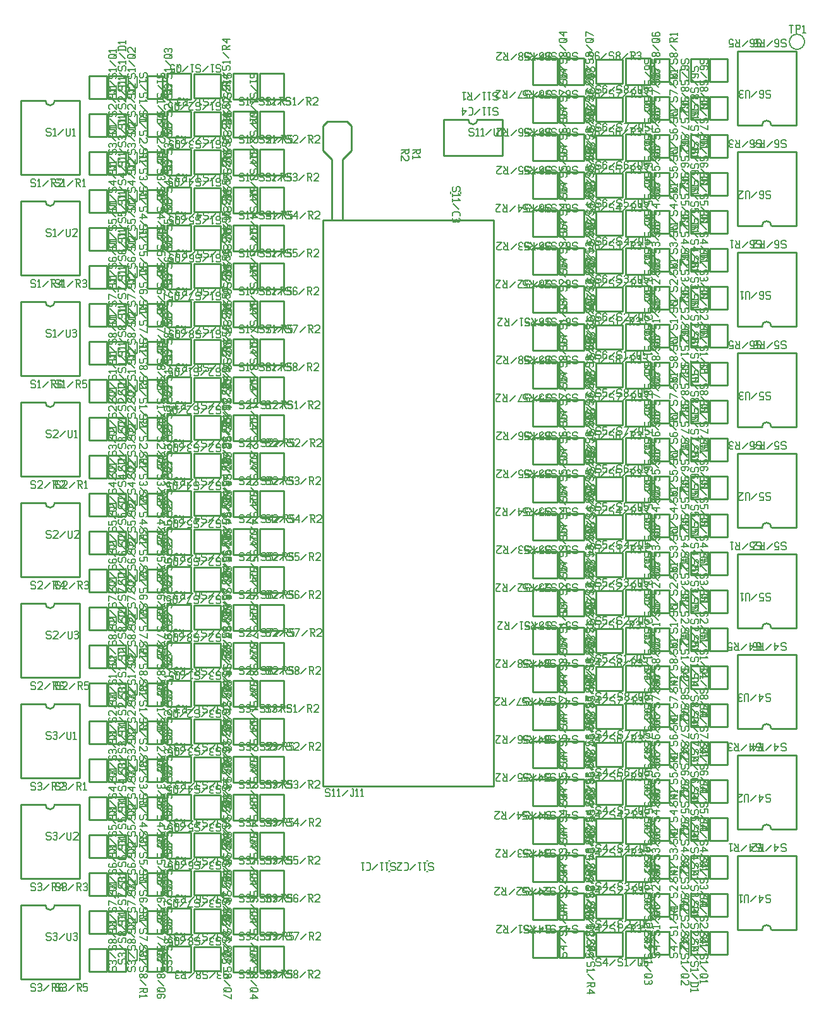
<source format=gbr>
G04 start of page 8 for group -4079 idx -4079 *
G04 Title: NVMemProg_Driver, topsilk *
G04 Creator: pcb 1.99z *
G04 CreationDate: Mon Nov  7 15:47:14 2016 UTC *
G04 For: wojtek *
G04 Format: Gerber/RS-274X *
G04 PCB-Dimensions (mil): 4291.34 5354.33 *
G04 PCB-Coordinate-Origin: lower left *
%MOIN*%
%FSLAX25Y25*%
%LNTOPSILK*%
%ADD54C,0.0079*%
%ADD53C,0.0100*%
%ADD52C,0.0098*%
%ADD51C,0.0080*%
G54D51*X224174Y77993D02*X224960D01*
X224174Y83503D02*X224960D01*
X204174Y77993D02*X204960D01*
X204174Y83503D02*X204960D01*
G54D52*X169488Y122874D02*X259646D01*
Y421299D02*Y122874D01*
X169488Y421299D02*X259646D01*
X169488D02*Y122874D01*
X182087Y473268D02*X184449Y470906D01*
Y457913D01*
X179724Y453189D01*
Y421299D01*
X174213Y453189D02*Y421299D01*
Y453189D02*X169488Y457913D01*
Y470906D02*Y457913D01*
Y470906D02*X171850Y473268D01*
X182087D01*
G54D53*X122067Y478748D02*Y464848D01*
X134867D01*
Y478748D02*Y464848D01*
X122067Y478748D02*X134867D01*
X87067D02*Y464848D01*
X99867D01*
Y478748D02*Y464848D01*
X87067Y478748D02*X99867D01*
X101667Y498248D02*X115567D01*
X101667D02*Y485448D01*
X115567D01*
Y498248D02*Y485448D01*
X87067Y498748D02*Y484848D01*
X99867D01*
Y498748D02*Y484848D01*
X87067Y498748D02*X99867D01*
X122067D02*Y484848D01*
X134867D01*
Y498748D02*Y484848D01*
X122067Y498748D02*X134867D01*
X136067D02*Y484848D01*
X148867D01*
Y498748D02*Y484848D01*
X136067Y498748D02*X148867D01*
X84967Y497248D02*Y485348D01*
X76967Y497248D02*X84967D01*
X76967D02*Y485348D01*
X84967D01*
X55667Y497248D02*Y485348D01*
X46267Y497248D02*X55667D01*
X46267D02*Y485348D01*
X55667D01*
X65667Y497248D02*Y485348D01*
X56267Y497248D02*X65667D01*
X56267D02*Y485348D01*
X65667D01*
G54D54*X71429Y496850D02*Y491339D01*
X66705Y496850D02*Y491339D01*
X70642D02*X71429D01*
X66705D02*X67492D01*
X66705D02*X67492Y490551D01*
Y491339D02*Y490551D01*
X71429Y491339D02*X70642Y490551D01*
Y491339D02*Y490551D01*
Y496850D02*X71429D01*
X66705D02*X67492D01*
X71429Y476850D02*Y471339D01*
X66705Y476850D02*Y471339D01*
X70642D02*X71429D01*
X66705D02*X67492D01*
X66705D02*X67492Y470551D01*
Y471339D02*Y470551D01*
X71429Y471339D02*X70642Y470551D01*
Y471339D02*Y470551D01*
Y476850D02*X71429D01*
X66705D02*X67492D01*
G54D53*X55667Y477248D02*Y465348D01*
X46267Y477248D02*X55667D01*
X46267D02*Y465348D01*
X55667D01*
X65667Y477248D02*Y465348D01*
X56267Y477248D02*X65667D01*
X56267D02*Y465348D01*
X65667D01*
X136067Y478748D02*Y464848D01*
X148867D01*
Y478748D02*Y464848D01*
X136067Y478748D02*X148867D01*
X101667Y478248D02*X115567D01*
X101667D02*Y465448D01*
X115567D01*
Y478248D02*Y465448D01*
X101667Y458248D02*X115567D01*
X101667D02*Y445448D01*
X115567D01*
Y458248D02*Y445448D01*
X101667Y438248D02*X115567D01*
X101667D02*Y425448D01*
X115567D01*
Y438248D02*Y425448D01*
X122067Y458748D02*Y444848D01*
X134867D01*
Y458748D02*Y444848D01*
X122067Y458748D02*X134867D01*
X122067Y438748D02*Y424848D01*
X134867D01*
Y438748D02*Y424848D01*
X122067Y438748D02*X134867D01*
X122067Y418748D02*Y404848D01*
X134867D01*
Y418748D02*Y404848D01*
X122067Y418748D02*X134867D01*
X136067Y458748D02*Y444848D01*
X148867D01*
Y458748D02*Y444848D01*
X136067Y458748D02*X148867D01*
X136067Y438748D02*Y424848D01*
X148867D01*
Y438748D02*Y424848D01*
X136067Y438748D02*X148867D01*
X136067Y418748D02*Y404848D01*
X148867D01*
Y418748D02*Y404848D01*
X136067Y418748D02*X148867D01*
X84967Y477248D02*Y465348D01*
X76967Y477248D02*X84967D01*
X76967D02*Y465348D01*
X84967D01*
Y457248D02*Y445348D01*
X76967Y457248D02*X84967D01*
X76967D02*Y445348D01*
X84967D01*
Y437248D02*Y425348D01*
X76967Y437248D02*X84967D01*
X76967D02*Y425348D01*
X84967D01*
X87067Y458748D02*Y444848D01*
X99867D01*
Y458748D02*Y444848D01*
X87067Y458748D02*X99867D01*
X87067Y438748D02*Y424848D01*
X99867D01*
Y438748D02*Y424848D01*
X87067Y438748D02*X99867D01*
X87067Y418748D02*Y404848D01*
X99867D01*
Y418748D02*Y404848D01*
X87067Y418748D02*X99867D01*
G54D54*X71429Y456850D02*Y451339D01*
X66705Y456850D02*Y451339D01*
X70642D02*X71429D01*
X66705D02*X67492D01*
X66705D02*X67492Y450551D01*
Y451339D02*Y450551D01*
X71429Y451339D02*X70642Y450551D01*
Y451339D02*Y450551D01*
Y456850D02*X71429D01*
X66705D02*X67492D01*
G54D53*X65667Y457248D02*Y445348D01*
X56267Y457248D02*X65667D01*
X56267D02*Y445348D01*
X65667D01*
X10067Y484248D02*Y445248D01*
X41067D01*
Y484248D02*Y445248D01*
X10067Y484248D02*X23067D01*
X28067D02*X41067D01*
X23067D02*G75*G03X28067Y484248I2500J0D01*G01*
G54D54*X71429Y436850D02*Y431339D01*
X66705Y436850D02*Y431339D01*
X70642D02*X71429D01*
X66705D02*X67492D01*
X66705D02*X67492Y430551D01*
Y431339D02*Y430551D01*
X71429Y431339D02*X70642Y430551D01*
Y431339D02*Y430551D01*
Y436850D02*X71429D01*
X66705D02*X67492D01*
G54D53*X65667Y437248D02*Y425348D01*
X56267Y437248D02*X65667D01*
X56267D02*Y425348D01*
X65667D01*
Y417248D02*Y405348D01*
X56267Y417248D02*X65667D01*
X56267D02*Y405348D01*
X65667D01*
X55667Y457248D02*Y445348D01*
X46267Y457248D02*X55667D01*
X46267D02*Y445348D01*
X55667D01*
Y437248D02*Y425348D01*
X46267Y437248D02*X55667D01*
X46267D02*Y425348D01*
X55667D01*
Y417248D02*Y405348D01*
X46267Y417248D02*X55667D01*
X46267D02*Y405348D01*
X55667D01*
X101667Y418248D02*X115567D01*
X101667D02*Y405448D01*
X115567D01*
Y418248D02*Y405448D01*
X101667Y398248D02*X115567D01*
X101667D02*Y385448D01*
X115567D01*
Y398248D02*Y385448D01*
X101667Y378248D02*X115567D01*
X101667D02*Y365448D01*
X115567D01*
Y378248D02*Y365448D01*
X101667Y358248D02*X115567D01*
X101667D02*Y345448D01*
X115567D01*
Y358248D02*Y345448D01*
X87067Y398748D02*Y384848D01*
X99867D01*
Y398748D02*Y384848D01*
X87067Y398748D02*X99867D01*
X10067Y378248D02*Y339248D01*
X41067D01*
Y378248D01*
X10067D02*X23067D01*
X41067D02*X28067D01*
X23067D02*G75*G03X28067Y378248I2500J0D01*G01*
X84967Y417248D02*Y405348D01*
X76967Y417248D02*X84967D01*
X76967D02*Y405348D01*
X84967D01*
Y397248D02*Y385348D01*
X76967Y397248D02*X84967D01*
X76967D02*Y385348D01*
X84967D01*
Y377248D02*Y365348D01*
X76967Y377248D02*X84967D01*
X76967D02*Y365348D01*
X84967D01*
Y357248D02*Y345348D01*
X76967Y357248D02*X84967D01*
X76967D02*Y345348D01*
X84967D01*
X101667Y338248D02*X115567D01*
X101667D02*Y325448D01*
X115567D01*
Y338248D02*Y325448D01*
X87067Y378748D02*Y364848D01*
X99867D01*
Y378748D02*Y364848D01*
X87067Y378748D02*X99867D01*
X87067Y358748D02*Y344848D01*
X99867D01*
Y358748D02*Y344848D01*
X87067Y358748D02*X99867D01*
X87067Y338748D02*Y324848D01*
X99867D01*
Y338748D02*Y324848D01*
X87067Y338748D02*X99867D01*
X87067Y318748D02*Y304848D01*
X99867D01*
Y318748D02*Y304848D01*
X87067Y318748D02*X99867D01*
X87067Y298748D02*Y284848D01*
X99867D01*
Y298748D02*Y284848D01*
X87067Y298748D02*X99867D01*
X87067Y278748D02*Y264848D01*
X99867D01*
Y278748D02*Y264848D01*
X87067Y278748D02*X99867D01*
X87067Y258748D02*Y244848D01*
X99867D01*
Y258748D02*Y244848D01*
X87067Y258748D02*X99867D01*
X87067Y238748D02*Y224848D01*
X99867D01*
Y238748D02*Y224848D01*
X87067Y238748D02*X99867D01*
X10067Y219248D02*Y180248D01*
X41067D01*
Y219248D01*
X10067D02*X23067D01*
X41067D02*X28067D01*
X23067D02*G75*G03X28067Y219248I2500J0D01*G01*
X10067Y272248D02*Y233248D01*
X41067D01*
Y272248D01*
X10067D02*X23067D01*
X41067D02*X28067D01*
X23067D02*G75*G03X28067Y272248I2500J0D01*G01*
X10067Y325248D02*Y286248D01*
X41067D01*
Y325248D02*Y286248D01*
X10067Y325248D02*X23067D01*
X28067D02*X41067D01*
X23067D02*G75*G03X28067Y325248I2500J0D01*G01*
G54D54*X71429Y416850D02*Y411339D01*
X66705Y416850D02*Y411339D01*
X70642D02*X71429D01*
X66705D02*X67492D01*
X66705D02*X67492Y410551D01*
Y411339D02*Y410551D01*
X71429Y411339D02*X70642Y410551D01*
Y411339D02*Y410551D01*
Y416850D02*X71429D01*
X66705D02*X67492D01*
X71429Y396850D02*Y391339D01*
X66705Y396850D02*Y391339D01*
X70642D02*X71429D01*
X66705D02*X67492D01*
X66705D02*X67492Y390551D01*
Y391339D02*Y390551D01*
X71429Y391339D02*X70642Y390551D01*
Y391339D02*Y390551D01*
Y396850D02*X71429D01*
X66705D02*X67492D01*
X71429Y376850D02*Y371339D01*
X66705Y376850D02*Y371339D01*
X70642D02*X71429D01*
X66705D02*X67492D01*
X66705D02*X67492Y370551D01*
Y371339D02*Y370551D01*
X71429Y371339D02*X70642Y370551D01*
Y371339D02*Y370551D01*
Y376850D02*X71429D01*
X66705D02*X67492D01*
X71429Y356850D02*Y351339D01*
X66705Y356850D02*Y351339D01*
X70642D02*X71429D01*
X66705D02*X67492D01*
X66705D02*X67492Y350551D01*
Y351339D02*Y350551D01*
X71429Y351339D02*X70642Y350551D01*
Y351339D02*Y350551D01*
Y356850D02*X71429D01*
X66705D02*X67492D01*
X71429Y336850D02*Y331339D01*
X66705Y336850D02*Y331339D01*
X70642D02*X71429D01*
X66705D02*X67492D01*
X66705D02*X67492Y330551D01*
Y331339D02*Y330551D01*
X71429Y331339D02*X70642Y330551D01*
Y331339D02*Y330551D01*
Y336850D02*X71429D01*
X66705D02*X67492D01*
X71429Y316850D02*Y311339D01*
X66705Y316850D02*Y311339D01*
X70642D02*X71429D01*
X66705D02*X67492D01*
X66705D02*X67492Y310551D01*
Y311339D02*Y310551D01*
X71429Y311339D02*X70642Y310551D01*
Y311339D02*Y310551D01*
Y316850D02*X71429D01*
X66705D02*X67492D01*
X71429Y296850D02*Y291339D01*
X66705Y296850D02*Y291339D01*
X70642D02*X71429D01*
X66705D02*X67492D01*
X66705D02*X67492Y290551D01*
Y291339D02*Y290551D01*
X71429Y291339D02*X70642Y290551D01*
Y291339D02*Y290551D01*
Y296850D02*X71429D01*
X66705D02*X67492D01*
X71429Y276850D02*Y271339D01*
X66705Y276850D02*Y271339D01*
X70642D02*X71429D01*
X66705D02*X67492D01*
X66705D02*X67492Y270551D01*
Y271339D02*Y270551D01*
X71429Y271339D02*X70642Y270551D01*
Y271339D02*Y270551D01*
Y276850D02*X71429D01*
X66705D02*X67492D01*
X71429Y256850D02*Y251339D01*
X66705Y256850D02*Y251339D01*
X70642D02*X71429D01*
X66705D02*X67492D01*
X66705D02*X67492Y250551D01*
Y251339D02*Y250551D01*
X71429Y251339D02*X70642Y250551D01*
Y251339D02*Y250551D01*
Y256850D02*X71429D01*
X66705D02*X67492D01*
X71429Y236850D02*Y231339D01*
X66705Y236850D02*Y231339D01*
X70642D02*X71429D01*
X66705D02*X67492D01*
X66705D02*X67492Y230551D01*
Y231339D02*Y230551D01*
X71429Y231339D02*X70642Y230551D01*
Y231339D02*Y230551D01*
Y236850D02*X71429D01*
X66705D02*X67492D01*
X71429Y216850D02*Y211339D01*
X66705Y216850D02*Y211339D01*
X70642D02*X71429D01*
X66705D02*X67492D01*
X66705D02*X67492Y210551D01*
Y211339D02*Y210551D01*
X71429Y211339D02*X70642Y210551D01*
Y211339D02*Y210551D01*
Y216850D02*X71429D01*
X66705D02*X67492D01*
X71429Y196850D02*Y191339D01*
X66705Y196850D02*Y191339D01*
X70642D02*X71429D01*
X66705D02*X67492D01*
X66705D02*X67492Y190551D01*
Y191339D02*Y190551D01*
X71429Y191339D02*X70642Y190551D01*
Y191339D02*Y190551D01*
Y196850D02*X71429D01*
X66705D02*X67492D01*
X71429Y176850D02*Y171339D01*
X66705Y176850D02*Y171339D01*
X70642D02*X71429D01*
X66705D02*X67492D01*
X66705D02*X67492Y170551D01*
Y171339D02*Y170551D01*
X71429Y171339D02*X70642Y170551D01*
Y171339D02*Y170551D01*
Y176850D02*X71429D01*
X66705D02*X67492D01*
X71429Y156850D02*Y151339D01*
X66705Y156850D02*Y151339D01*
X70642D02*X71429D01*
X66705D02*X67492D01*
X66705D02*X67492Y150551D01*
Y151339D02*Y150551D01*
X71429Y151339D02*X70642Y150551D01*
Y151339D02*Y150551D01*
Y156850D02*X71429D01*
X66705D02*X67492D01*
X71429Y136850D02*Y131339D01*
X66705Y136850D02*Y131339D01*
X70642D02*X71429D01*
X66705D02*X67492D01*
X66705D02*X67492Y130551D01*
Y131339D02*Y130551D01*
X71429Y131339D02*X70642Y130551D01*
Y131339D02*Y130551D01*
Y136850D02*X71429D01*
X66705D02*X67492D01*
X71429Y116850D02*Y111339D01*
X66705Y116850D02*Y111339D01*
X70642D02*X71429D01*
X66705D02*X67492D01*
X66705D02*X67492Y110551D01*
Y111339D02*Y110551D01*
X71429Y111339D02*X70642Y110551D01*
Y111339D02*Y110551D01*
Y116850D02*X71429D01*
X66705D02*X67492D01*
X71429Y96850D02*Y91339D01*
X66705Y96850D02*Y91339D01*
X70642D02*X71429D01*
X66705D02*X67492D01*
X66705D02*X67492Y90551D01*
Y91339D02*Y90551D01*
X71429Y91339D02*X70642Y90551D01*
Y91339D02*Y90551D01*
Y96850D02*X71429D01*
X66705D02*X67492D01*
X71429Y76850D02*Y71339D01*
X66705Y76850D02*Y71339D01*
X70642D02*X71429D01*
X66705D02*X67492D01*
X66705D02*X67492Y70551D01*
Y71339D02*Y70551D01*
X71429Y71339D02*X70642Y70551D01*
Y71339D02*Y70551D01*
Y76850D02*X71429D01*
X66705D02*X67492D01*
X71429Y56850D02*Y51339D01*
X66705Y56850D02*Y51339D01*
X70642D02*X71429D01*
X66705D02*X67492D01*
X66705D02*X67492Y50551D01*
Y51339D02*Y50551D01*
X71429Y51339D02*X70642Y50551D01*
Y51339D02*Y50551D01*
Y56850D02*X71429D01*
X66705D02*X67492D01*
X71429Y36850D02*Y31339D01*
X66705Y36850D02*Y31339D01*
X70642D02*X71429D01*
X66705D02*X67492D01*
X66705D02*X67492Y30551D01*
Y31339D02*Y30551D01*
X71429Y31339D02*X70642Y30551D01*
Y31339D02*Y30551D01*
Y36850D02*X71429D01*
X66705D02*X67492D01*
G54D53*X55667Y397248D02*Y385348D01*
X46267Y397248D02*X55667D01*
X46267D02*Y385348D01*
X55667D01*
Y377248D02*Y365348D01*
X46267Y377248D02*X55667D01*
X46267D02*Y365348D01*
X55667D01*
Y357248D02*Y345348D01*
X46267Y357248D02*X55667D01*
X46267D02*Y345348D01*
X55667D01*
Y337248D02*Y325348D01*
X46267Y337248D02*X55667D01*
X46267D02*Y325348D01*
X55667D01*
Y317248D02*Y305348D01*
X46267Y317248D02*X55667D01*
X46267D02*Y305348D01*
X55667D01*
X65667Y317248D02*Y305348D01*
X56267Y317248D02*X65667D01*
X56267D02*Y305348D01*
X65667D01*
Y397248D02*Y385348D01*
X56267Y397248D02*X65667D01*
X56267D02*Y385348D01*
X65667D01*
Y377248D02*Y365348D01*
X56267Y377248D02*X65667D01*
X56267D02*Y365348D01*
X65667D01*
Y357248D02*Y345348D01*
X56267Y357248D02*X65667D01*
X56267D02*Y345348D01*
X65667D01*
Y337248D02*Y325348D01*
X56267Y337248D02*X65667D01*
X56267D02*Y325348D01*
X65667D01*
X10067Y431248D02*Y392248D01*
X41067D01*
Y431248D01*
X10067D02*X23067D01*
X41067D02*X28067D01*
X23067D02*G75*G03X28067Y431248I2500J0D01*G01*
X55667Y257248D02*Y245348D01*
X46267Y257248D02*X55667D01*
X46267D02*Y245348D01*
X55667D01*
Y237248D02*Y225348D01*
X46267Y237248D02*X55667D01*
X46267D02*Y225348D01*
X55667D01*
Y217248D02*Y205348D01*
X46267Y217248D02*X55667D01*
X46267D02*Y205348D01*
X55667D01*
Y197248D02*Y185348D01*
X46267Y197248D02*X55667D01*
X46267D02*Y185348D01*
X55667D01*
Y297248D02*Y285348D01*
X46267Y297248D02*X55667D01*
X46267D02*Y285348D01*
X55667D01*
X65667Y297248D02*Y285348D01*
X56267Y297248D02*X65667D01*
X56267D02*Y285348D01*
X65667D01*
X55667Y277248D02*Y265348D01*
X46267Y277248D02*X55667D01*
X46267D02*Y265348D01*
X55667D01*
X65667Y277248D02*Y265348D01*
X56267Y277248D02*X65667D01*
X56267D02*Y265348D01*
X65667D01*
Y257248D02*Y245348D01*
X56267Y257248D02*X65667D01*
X56267D02*Y245348D01*
X65667D01*
Y237248D02*Y225348D01*
X56267Y237248D02*X65667D01*
X56267D02*Y225348D01*
X65667D01*
Y217248D02*Y205348D01*
X56267Y217248D02*X65667D01*
X56267D02*Y205348D01*
X65667D01*
Y197248D02*Y185348D01*
X56267Y197248D02*X65667D01*
X56267D02*Y185348D01*
X65667D01*
Y177248D02*Y165348D01*
X56267Y177248D02*X65667D01*
X56267D02*Y165348D01*
X65667D01*
Y157248D02*Y145348D01*
X56267Y157248D02*X65667D01*
X56267D02*Y145348D01*
X65667D01*
Y137248D02*Y125348D01*
X56267Y137248D02*X65667D01*
X56267D02*Y125348D01*
X65667D01*
Y117248D02*Y105348D01*
X56267Y117248D02*X65667D01*
X56267D02*Y105348D01*
X65667D01*
Y97248D02*Y85348D01*
X56267Y97248D02*X65667D01*
X56267D02*Y85348D01*
X65667D01*
Y77248D02*Y65348D01*
X56267Y77248D02*X65667D01*
X56267D02*Y65348D01*
X65667D01*
Y57248D02*Y45348D01*
X56267Y57248D02*X65667D01*
X56267D02*Y45348D01*
X65667D01*
Y37248D02*Y25348D01*
X56267Y37248D02*X65667D01*
X56267D02*Y25348D01*
X65667D01*
X55667Y177248D02*Y165348D01*
X46267Y177248D02*X55667D01*
X46267D02*Y165348D01*
X55667D01*
Y157248D02*Y145348D01*
X46267Y157248D02*X55667D01*
X46267D02*Y145348D01*
X55667D01*
Y137248D02*Y125348D01*
X46267Y137248D02*X55667D01*
X46267D02*Y125348D01*
X55667D01*
Y117248D02*Y105348D01*
X46267Y117248D02*X55667D01*
X46267D02*Y105348D01*
X55667D01*
X10067Y166248D02*Y127248D01*
X41067D01*
Y166248D02*Y127248D01*
X10067Y166248D02*X23067D01*
X28067D02*X41067D01*
X23067D02*G75*G03X28067Y166248I2500J0D01*G01*
X55667Y77248D02*Y65348D01*
X46267Y77248D02*X55667D01*
X46267D02*Y65348D01*
X55667D01*
Y57248D02*Y45348D01*
X46267Y57248D02*X55667D01*
X46267D02*Y45348D01*
X55667D01*
Y37248D02*Y25348D01*
X46267Y37248D02*X55667D01*
X46267D02*Y25348D01*
X55667D01*
X10067Y60248D02*Y21248D01*
X41067D01*
Y60248D01*
X10067D02*X23067D01*
X41067D02*X28067D01*
X23067D02*G75*G03X28067Y60248I2500J0D01*G01*
X55667Y97248D02*Y85348D01*
X46267Y97248D02*X55667D01*
X46267D02*Y85348D01*
X55667D01*
X10067Y113248D02*Y74248D01*
X41067D01*
Y113248D01*
X10067D02*X23067D01*
X41067D02*X28067D01*
X23067D02*G75*G03X28067Y113248I2500J0D01*G01*
X84967Y337248D02*Y325348D01*
X76967Y337248D02*X84967D01*
X76967D02*Y325348D01*
X84967D01*
Y317248D02*Y305348D01*
X76967Y317248D02*X84967D01*
X76967D02*Y305348D01*
X84967D01*
Y297248D02*Y285348D01*
X76967Y297248D02*X84967D01*
X76967D02*Y285348D01*
X84967D01*
Y277248D02*Y265348D01*
X76967Y277248D02*X84967D01*
X76967D02*Y265348D01*
X84967D01*
Y257248D02*Y245348D01*
X76967Y257248D02*X84967D01*
X76967D02*Y245348D01*
X84967D01*
Y237248D02*Y225348D01*
X76967Y237248D02*X84967D01*
X76967D02*Y225348D01*
X84967D01*
Y217248D02*Y205348D01*
X76967Y217248D02*X84967D01*
X76967D02*Y205348D01*
X84967D01*
X87067Y218748D02*Y204848D01*
X99867D01*
Y218748D02*Y204848D01*
X87067Y218748D02*X99867D01*
X84967Y197248D02*Y185348D01*
X76967Y197248D02*X84967D01*
X76967D02*Y185348D01*
X84967D01*
Y177248D02*Y165348D01*
X76967Y177248D02*X84967D01*
X76967D02*Y165348D01*
X84967D01*
Y157248D02*Y145348D01*
X76967Y157248D02*X84967D01*
X76967D02*Y145348D01*
X84967D01*
X87067Y198748D02*Y184848D01*
X99867D01*
Y198748D02*Y184848D01*
X87067Y198748D02*X99867D01*
X87067Y178748D02*Y164848D01*
X99867D01*
Y178748D02*Y164848D01*
X87067Y178748D02*X99867D01*
X87067Y158748D02*Y144848D01*
X99867D01*
Y158748D02*Y144848D01*
X87067Y158748D02*X99867D01*
X84967Y137248D02*Y125348D01*
X76967Y137248D02*X84967D01*
X76967D02*Y125348D01*
X84967D01*
Y117248D02*Y105348D01*
X76967Y117248D02*X84967D01*
X76967D02*Y105348D01*
X84967D01*
Y97248D02*Y85348D01*
X76967Y97248D02*X84967D01*
X76967D02*Y85348D01*
X84967D01*
Y77248D02*Y65348D01*
X76967Y77248D02*X84967D01*
X76967D02*Y65348D01*
X84967D01*
Y57248D02*Y45348D01*
X76967Y57248D02*X84967D01*
X76967D02*Y45348D01*
X84967D01*
Y37248D02*Y25348D01*
X76967Y37248D02*X84967D01*
X76967D02*Y25348D01*
X84967D01*
X87067Y138748D02*Y124848D01*
X99867D01*
Y138748D02*Y124848D01*
X87067Y138748D02*X99867D01*
X87067Y118748D02*Y104848D01*
X99867D01*
Y118748D02*Y104848D01*
X87067Y118748D02*X99867D01*
X87067Y98748D02*Y84848D01*
X99867D01*
Y98748D02*Y84848D01*
X87067Y98748D02*X99867D01*
X87067Y78748D02*Y64848D01*
X99867D01*
Y78748D02*Y64848D01*
X87067Y78748D02*X99867D01*
X87067Y58748D02*Y44848D01*
X99867D01*
Y58748D02*Y44848D01*
X87067Y58748D02*X99867D01*
X87067Y38748D02*Y24848D01*
X99867D01*
Y38748D02*Y24848D01*
X87067Y38748D02*X99867D01*
X293067Y226648D02*Y212748D01*
X280267Y226648D02*X293067D01*
X280267D02*Y212748D01*
X293067D01*
X136067Y258748D02*Y244848D01*
X148867D01*
Y258748D02*Y244848D01*
X136067Y258748D02*X148867D01*
X136067Y298748D02*Y284848D01*
X148867D01*
Y298748D02*Y284848D01*
X136067Y298748D02*X148867D01*
X136067Y278748D02*Y264848D01*
X148867D01*
Y278748D02*Y264848D01*
X136067Y278748D02*X148867D01*
X293067Y206648D02*Y192748D01*
X280267Y206648D02*X293067D01*
X280267D02*Y192748D01*
X293067D01*
X122067Y338748D02*Y324848D01*
X134867D01*
Y338748D02*Y324848D01*
X122067Y338748D02*X134867D01*
X122067Y318748D02*Y304848D01*
X134867D01*
Y318748D02*Y304848D01*
X122067Y318748D02*X134867D01*
X122067Y298748D02*Y284848D01*
X134867D01*
Y298748D02*Y284848D01*
X122067Y298748D02*X134867D01*
X122067Y398748D02*Y384848D01*
X134867D01*
Y398748D02*Y384848D01*
X122067Y398748D02*X134867D01*
X122067Y378748D02*Y364848D01*
X134867D01*
Y378748D02*Y364848D01*
X122067Y378748D02*X134867D01*
X122067Y358748D02*Y344848D01*
X134867D01*
Y358748D02*Y344848D01*
X122067Y358748D02*X134867D01*
X122067Y278748D02*Y264848D01*
X134867D01*
Y278748D02*Y264848D01*
X122067Y278748D02*X134867D01*
X136067Y398748D02*Y384848D01*
X148867D01*
Y398748D02*Y384848D01*
X136067Y398748D02*X148867D01*
X136067Y378748D02*Y364848D01*
X148867D01*
Y378748D02*Y364848D01*
X136067Y378748D02*X148867D01*
X136067Y358748D02*Y344848D01*
X148867D01*
Y358748D02*Y344848D01*
X136067Y358748D02*X148867D01*
X136067Y338748D02*Y324848D01*
X148867D01*
Y338748D02*Y324848D01*
X136067Y338748D02*X148867D01*
X136067Y318748D02*Y304848D01*
X148867D01*
Y318748D02*Y304848D01*
X136067Y318748D02*X148867D01*
X122067Y258748D02*Y244848D01*
X134867D01*
Y258748D02*Y244848D01*
X122067Y258748D02*X134867D01*
X122067Y238748D02*Y224848D01*
X134867D01*
Y238748D02*Y224848D01*
X122067Y238748D02*X134867D01*
X122067Y218748D02*Y204848D01*
X134867D01*
Y218748D02*Y204848D01*
X122067Y218748D02*X134867D01*
X122067Y198748D02*Y184848D01*
X134867D01*
Y198748D02*Y184848D01*
X122067Y198748D02*X134867D01*
X122067Y178748D02*Y164848D01*
X134867D01*
Y178748D02*Y164848D01*
X122067Y178748D02*X134867D01*
X122067Y158748D02*Y144848D01*
X134867D01*
Y158748D02*Y144848D01*
X122067Y158748D02*X134867D01*
X122067Y138748D02*Y124848D01*
X134867D01*
Y138748D02*Y124848D01*
X122067Y138748D02*X134867D01*
X122067Y118748D02*Y104848D01*
X134867D01*
Y118748D02*Y104848D01*
X122067Y118748D02*X134867D01*
X122067Y98748D02*Y84848D01*
X134867D01*
Y98748D02*Y84848D01*
X122067Y98748D02*X134867D01*
X122067Y78748D02*Y64848D01*
X134867D01*
Y78748D02*Y64848D01*
X122067Y78748D02*X134867D01*
X122067Y58748D02*Y44848D01*
X134867D01*
Y58748D02*Y44848D01*
X122067Y58748D02*X134867D01*
X101667Y318248D02*X115567D01*
X101667D02*Y305448D01*
X115567D01*
Y318248D02*Y305448D01*
X101667Y298248D02*X115567D01*
X101667D02*Y285448D01*
X115567D01*
Y298248D02*Y285448D01*
X101667Y278248D02*X115567D01*
X101667D02*Y265448D01*
X115567D01*
Y278248D02*Y265448D01*
X101667Y258248D02*X115567D01*
X101667D02*Y245448D01*
X115567D01*
Y258248D02*Y245448D01*
X101667Y238248D02*X115567D01*
X101667D02*Y225448D01*
X115567D01*
Y238248D02*Y225448D01*
X101667Y218248D02*X115567D01*
X101667D02*Y205448D01*
X115567D01*
Y218248D02*Y205448D01*
X101667Y198248D02*X115567D01*
X101667D02*Y185448D01*
X115567D01*
Y198248D02*Y185448D01*
X101667Y178248D02*X115567D01*
X101667D02*Y165448D01*
X115567D01*
Y178248D02*Y165448D01*
X101667Y158248D02*X115567D01*
X101667D02*Y145448D01*
X115567D01*
Y158248D02*Y145448D01*
X101667Y138248D02*X115567D01*
X101667D02*Y125448D01*
X115567D01*
Y138248D02*Y125448D01*
X101667Y118248D02*X115567D01*
X101667D02*Y105448D01*
X115567D01*
Y118248D02*Y105448D01*
X101667Y98248D02*X115567D01*
X101667D02*Y85448D01*
X115567D01*
Y98248D02*Y85448D01*
X101667Y78248D02*X115567D01*
X101667D02*Y65448D01*
X115567D01*
Y78248D02*Y65448D01*
X101667Y58248D02*X115567D01*
X101667D02*Y45448D01*
X115567D01*
Y58248D02*Y45448D01*
X101667Y38248D02*X115567D01*
X101667D02*Y25448D01*
X115567D01*
Y38248D02*Y25448D01*
X122067Y38748D02*Y24848D01*
X134867D01*
Y38748D02*Y24848D01*
X122067Y38748D02*X134867D01*
X136067Y238748D02*Y224848D01*
X148867D01*
Y238748D02*Y224848D01*
X136067Y238748D02*X148867D01*
X136067Y218748D02*Y204848D01*
X148867D01*
Y218748D02*Y204848D01*
X136067Y218748D02*X148867D01*
X136067Y198748D02*Y184848D01*
X148867D01*
Y198748D02*Y184848D01*
X136067Y198748D02*X148867D01*
X136067Y178748D02*Y164848D01*
X148867D01*
Y178748D02*Y164848D01*
X136067Y178748D02*X148867D01*
X136067Y158748D02*Y144848D01*
X148867D01*
Y158748D02*Y144848D01*
X136067Y158748D02*X148867D01*
X136067Y138748D02*Y124848D01*
X148867D01*
Y138748D02*Y124848D01*
X136067Y138748D02*X148867D01*
X136067Y118748D02*Y104848D01*
X148867D01*
Y118748D02*Y104848D01*
X136067Y118748D02*X148867D01*
X136067Y98748D02*Y84848D01*
X148867D01*
Y98748D02*Y84848D01*
X136067Y98748D02*X148867D01*
X136067Y78748D02*Y64848D01*
X148867D01*
Y78748D02*Y64848D01*
X136067Y78748D02*X148867D01*
X136067Y58748D02*Y44848D01*
X148867D01*
Y58748D02*Y44848D01*
X136067Y58748D02*X148867D01*
X136067Y38748D02*Y24848D01*
X148867D01*
Y38748D02*Y24848D01*
X136067Y38748D02*X148867D01*
X342067Y506648D02*Y492748D01*
X329267Y506648D02*X342067D01*
X329267D02*Y492748D01*
X342067D01*
Y486648D02*Y472748D01*
X329267Y486648D02*X342067D01*
X329267D02*Y472748D01*
X342067D01*
Y466648D02*Y452748D01*
X329267Y466648D02*X342067D01*
X329267D02*Y452748D01*
X342067D01*
Y446648D02*Y432748D01*
X329267Y446648D02*X342067D01*
X329267D02*Y432748D01*
X342067D01*
Y426648D02*Y412748D01*
X329267Y426648D02*X342067D01*
X329267D02*Y412748D01*
X342067D01*
Y406648D02*Y392748D01*
X329267Y406648D02*X342067D01*
X329267D02*Y392748D01*
X342067D01*
X313567Y453248D02*X327467D01*
Y466048D02*Y453248D01*
X313567Y466048D02*X327467D01*
X313567D02*Y453248D01*
Y433248D02*X327467D01*
Y446048D02*Y433248D01*
X313567Y446048D02*X327467D01*
X313567D02*Y433248D01*
Y413248D02*X327467D01*
Y426048D02*Y413248D01*
X313567Y426048D02*X327467D01*
X313567D02*Y413248D01*
X363467Y506148D02*Y494248D01*
X372867D01*
Y506148D02*Y494248D01*
X363467Y506148D02*X372867D01*
X363467Y486148D02*Y474248D01*
X372867D01*
Y486148D02*Y474248D01*
X363467Y486148D02*X372867D01*
X363467Y466148D02*Y454248D01*
X372867D01*
Y466148D02*Y454248D01*
X363467Y466148D02*X372867D01*
X363467Y446148D02*Y434248D01*
X372867D01*
Y446148D02*Y434248D01*
X363467Y446148D02*X372867D01*
X373467Y506148D02*Y494248D01*
X382867D01*
Y506148D02*Y494248D01*
X373467Y506148D02*X382867D01*
X344167D02*Y494248D01*
X352167D01*
Y506148D02*Y494248D01*
X344167Y506148D02*X352167D01*
X373467Y486148D02*Y474248D01*
X382867D01*
Y486148D02*Y474248D01*
X373467Y486148D02*X382867D01*
X344167D02*Y474248D01*
X352167D01*
Y486148D02*Y474248D01*
X344167Y486148D02*X352167D01*
X373467Y466148D02*Y454248D01*
X382867D01*
Y466148D02*Y454248D01*
X373467Y466148D02*X382867D01*
X344167D02*Y454248D01*
X352167D01*
Y466148D02*Y454248D01*
X344167Y466148D02*X352167D01*
G54D54*X357705Y500157D02*Y494646D01*
X362429Y500157D02*Y494646D01*
X357705Y500157D02*X358492D01*
X361642D02*X362429D01*
X361642Y500945D01*
Y500157D01*
X357705D02*X358492Y500945D01*
Y500157D01*
X357705Y494646D02*X358492D01*
X361642D02*X362429D01*
X357705Y480157D02*Y474646D01*
X362429Y480157D02*Y474646D01*
X357705Y480157D02*X358492D01*
X361642D02*X362429D01*
X361642Y480945D01*
Y480157D01*
X357705D02*X358492Y480945D01*
Y480157D01*
X357705Y474646D02*X358492D01*
X361642D02*X362429D01*
X357705Y460157D02*Y454646D01*
X362429Y460157D02*Y454646D01*
X357705Y460157D02*X358492D01*
X361642D02*X362429D01*
X361642Y460945D01*
Y460157D01*
X357705D02*X358492Y460945D01*
Y460157D01*
X357705Y454646D02*X358492D01*
X361642D02*X362429D01*
G54D53*X293067Y506648D02*Y492748D01*
X280267Y506648D02*X293067D01*
X280267D02*Y492748D01*
X293067D01*
X307067Y486648D02*Y472748D01*
X294267Y486648D02*X307067D01*
X294267D02*Y472748D01*
X307067D01*
Y466648D02*Y452748D01*
X294267Y466648D02*X307067D01*
X294267D02*Y452748D01*
X307067D01*
Y446648D02*Y432748D01*
X294267Y446648D02*X307067D01*
X294267D02*Y432748D01*
X307067D01*
Y426648D02*Y412748D01*
X294267Y426648D02*X307067D01*
X294267D02*Y412748D01*
X307067D01*
Y406648D02*Y392748D01*
X294267Y406648D02*X307067D01*
X294267D02*Y392748D01*
X307067D01*
X419067Y457248D02*Y418248D01*
X388067Y457248D02*X419067D01*
X388067D02*Y418248D01*
X406067D02*X419067D01*
X388067D02*X401067D01*
X406067D02*G75*G03X401067Y418248I-2500J0D01*G01*
G54D51*X419567Y519248D02*G75*G03X415567Y515248I0J-4000D01*G01*
X423567D02*G75*G03X419567Y519248I-4000J0D01*G01*
Y511248D02*G75*G03X423567Y515248I0J4000D01*G01*
X415567D02*G75*G03X419567Y511248I4000J0D01*G01*
G54D53*X419067Y510248D02*Y471248D01*
X388067Y510248D02*X419067D01*
X388067D02*Y471248D01*
X406067D02*X419067D01*
X388067D02*X401067D01*
X406067D02*G75*G03X401067Y471248I-2500J0D01*G01*
X293067Y486648D02*Y472748D01*
X280267Y486648D02*X293067D01*
X280267D02*Y472748D01*
X293067D01*
X313567Y473248D02*X327467D01*
Y486048D02*Y473248D01*
X313567Y486048D02*X327467D01*
X313567D02*Y473248D01*
X307067Y506648D02*Y492748D01*
X294267Y506648D02*X307067D01*
X294267D02*Y492748D01*
X307067D01*
X313567Y493248D02*X327467D01*
Y506048D02*Y493248D01*
X313567Y506048D02*X327467D01*
X313567D02*Y493248D01*
X233067Y474248D02*Y455248D01*
X264067D01*
Y474248D02*Y455248D01*
X233067Y474248D02*X246067D01*
X251067D02*X264067D01*
X246067D02*G75*G03X251067Y474248I2500J0D01*G01*
G54D51*X242322Y436141D02*Y435355D01*
X236812Y436141D02*Y435355D01*
G54D53*X363467Y426148D02*Y414248D01*
X372867D01*
Y426148D02*Y414248D01*
X363467Y426148D02*X372867D01*
X373467D02*Y414248D01*
X382867D01*
Y426148D02*Y414248D01*
X373467Y426148D02*X382867D01*
X373467Y406148D02*Y394248D01*
X382867D01*
Y406148D02*Y394248D01*
X373467Y406148D02*X382867D01*
X373467Y386148D02*Y374248D01*
X382867D01*
Y386148D02*Y374248D01*
X373467Y386148D02*X382867D01*
X373467Y366148D02*Y354248D01*
X382867D01*
Y366148D02*Y354248D01*
X373467Y366148D02*X382867D01*
X373467Y346148D02*Y334248D01*
X382867D01*
Y346148D02*Y334248D01*
X373467Y346148D02*X382867D01*
X373467Y326148D02*Y314248D01*
X382867D01*
Y326148D02*Y314248D01*
X373467Y326148D02*X382867D01*
X373467Y306148D02*Y294248D01*
X382867D01*
Y306148D02*Y294248D01*
X373467Y306148D02*X382867D01*
X419067Y351248D02*Y312248D01*
X388067Y351248D02*X419067D01*
X388067D02*Y312248D01*
X406067D02*X419067D01*
X388067D02*X401067D01*
X406067D02*G75*G03X401067Y312248I-2500J0D01*G01*
X419067Y404248D02*Y365248D01*
X388067Y404248D02*X419067D01*
X388067D02*Y365248D01*
X406067D02*X419067D01*
X388067D02*X401067D01*
X406067D02*G75*G03X401067Y365248I-2500J0D01*G01*
X373467Y446148D02*Y434248D01*
X382867D01*
Y446148D02*Y434248D01*
X373467Y446148D02*X382867D01*
G54D54*X357705Y440157D02*Y434646D01*
X362429Y440157D02*Y434646D01*
X357705Y440157D02*X358492D01*
X361642D02*X362429D01*
X361642Y440945D01*
Y440157D01*
X357705D02*X358492Y440945D01*
Y440157D01*
X357705Y434646D02*X358492D01*
X361642D02*X362429D01*
X357705Y420157D02*Y414646D01*
X362429Y420157D02*Y414646D01*
X357705Y420157D02*X358492D01*
X361642D02*X362429D01*
X361642Y420945D01*
Y420157D01*
X357705D02*X358492Y420945D01*
Y420157D01*
X357705Y414646D02*X358492D01*
X361642D02*X362429D01*
X357705Y400157D02*Y394646D01*
X362429Y400157D02*Y394646D01*
X357705Y400157D02*X358492D01*
X361642D02*X362429D01*
X361642Y400945D01*
Y400157D01*
X357705D02*X358492Y400945D01*
Y400157D01*
X357705Y394646D02*X358492D01*
X361642D02*X362429D01*
X357705Y380157D02*Y374646D01*
X362429Y380157D02*Y374646D01*
X357705Y380157D02*X358492D01*
X361642D02*X362429D01*
X361642Y380945D01*
Y380157D01*
X357705D02*X358492Y380945D01*
Y380157D01*
X357705Y374646D02*X358492D01*
X361642D02*X362429D01*
X357705Y360157D02*Y354646D01*
X362429Y360157D02*Y354646D01*
X357705Y360157D02*X358492D01*
X361642D02*X362429D01*
X361642Y360945D01*
Y360157D01*
X357705D02*X358492Y360945D01*
Y360157D01*
X357705Y354646D02*X358492D01*
X361642D02*X362429D01*
X357705Y340157D02*Y334646D01*
X362429Y340157D02*Y334646D01*
X357705Y340157D02*X358492D01*
X361642D02*X362429D01*
X361642Y340945D01*
Y340157D01*
X357705D02*X358492Y340945D01*
Y340157D01*
X357705Y334646D02*X358492D01*
X361642D02*X362429D01*
X357705Y320157D02*Y314646D01*
X362429Y320157D02*Y314646D01*
X357705Y320157D02*X358492D01*
X361642D02*X362429D01*
X361642Y320945D01*
Y320157D01*
X357705D02*X358492Y320945D01*
Y320157D01*
X357705Y314646D02*X358492D01*
X361642D02*X362429D01*
G54D53*X344167Y446148D02*Y434248D01*
X352167D01*
Y446148D02*Y434248D01*
X344167Y446148D02*X352167D01*
X344167Y426148D02*Y414248D01*
X352167D01*
Y426148D02*Y414248D01*
X344167Y426148D02*X352167D01*
X344167Y406148D02*Y394248D01*
X352167D01*
Y406148D02*Y394248D01*
X344167Y406148D02*X352167D01*
X344167Y386148D02*Y374248D01*
X352167D01*
Y386148D02*Y374248D01*
X344167Y386148D02*X352167D01*
X344167Y366148D02*Y354248D01*
X352167D01*
Y366148D02*Y354248D01*
X344167Y366148D02*X352167D01*
X344167Y346148D02*Y334248D01*
X352167D01*
Y346148D02*Y334248D01*
X344167Y346148D02*X352167D01*
X344167Y326148D02*Y314248D01*
X352167D01*
Y326148D02*Y314248D01*
X344167Y326148D02*X352167D01*
X344167Y306148D02*Y294248D01*
X352167D01*
Y306148D02*Y294248D01*
X344167Y306148D02*X352167D01*
X293067Y466648D02*Y452748D01*
X280267Y466648D02*X293067D01*
X280267D02*Y452748D01*
X293067D01*
Y446648D02*Y432748D01*
X280267Y446648D02*X293067D01*
X280267D02*Y432748D01*
X293067D01*
Y426648D02*Y412748D01*
X280267Y426648D02*X293067D01*
X280267D02*Y412748D01*
X293067D01*
Y406648D02*Y392748D01*
X280267Y406648D02*X293067D01*
X280267D02*Y392748D01*
X293067D01*
Y386648D02*Y372748D01*
X280267Y386648D02*X293067D01*
X280267D02*Y372748D01*
X293067D01*
Y366648D02*Y352748D01*
X280267Y366648D02*X293067D01*
X280267D02*Y352748D01*
X293067D01*
Y346648D02*Y332748D01*
X280267Y346648D02*X293067D01*
X280267D02*Y332748D01*
X293067D01*
X342067Y386648D02*Y372748D01*
X329267Y386648D02*X342067D01*
X329267D02*Y372748D01*
X342067D01*
Y366648D02*Y352748D01*
X329267Y366648D02*X342067D01*
X329267D02*Y352748D01*
X342067D01*
Y346648D02*Y332748D01*
X329267Y346648D02*X342067D01*
X329267D02*Y332748D01*
X342067D01*
Y326648D02*Y312748D01*
X329267Y326648D02*X342067D01*
X329267D02*Y312748D01*
X342067D01*
X313567Y393248D02*X327467D01*
Y406048D02*Y393248D01*
X313567Y406048D02*X327467D01*
X313567D02*Y393248D01*
Y373248D02*X327467D01*
Y386048D02*Y373248D01*
X313567Y386048D02*X327467D01*
X313567D02*Y373248D01*
Y353248D02*X327467D01*
Y366048D02*Y353248D01*
X313567Y366048D02*X327467D01*
X313567D02*Y353248D01*
Y333248D02*X327467D01*
Y346048D02*Y333248D01*
X313567Y346048D02*X327467D01*
X313567D02*Y333248D01*
X363467Y406148D02*Y394248D01*
X372867D01*
Y406148D02*Y394248D01*
X363467Y406148D02*X372867D01*
X363467Y386148D02*Y374248D01*
X372867D01*
Y386148D02*Y374248D01*
X363467Y386148D02*X372867D01*
X363467Y366148D02*Y354248D01*
X372867D01*
Y366148D02*Y354248D01*
X363467Y366148D02*X372867D01*
X307067Y386648D02*Y372748D01*
X294267Y386648D02*X307067D01*
X294267D02*Y372748D01*
X307067D01*
Y366648D02*Y352748D01*
X294267Y366648D02*X307067D01*
X294267D02*Y352748D01*
X307067D01*
Y346648D02*Y332748D01*
X294267Y346648D02*X307067D01*
X294267D02*Y332748D01*
X307067D01*
X363467Y346148D02*Y334248D01*
X372867D01*
Y346148D02*Y334248D01*
X363467Y346148D02*X372867D01*
X363467Y326148D02*Y314248D01*
X372867D01*
Y326148D02*Y314248D01*
X363467Y326148D02*X372867D01*
X363467Y306148D02*Y294248D01*
X372867D01*
Y306148D02*Y294248D01*
X363467Y306148D02*X372867D01*
X363467Y286148D02*Y274248D01*
X372867D01*
Y286148D02*Y274248D01*
X363467Y286148D02*X372867D01*
G54D54*X357705Y300157D02*Y294646D01*
X362429Y300157D02*Y294646D01*
X357705Y300157D02*X358492D01*
X361642D02*X362429D01*
X361642Y300945D01*
Y300157D01*
X357705D02*X358492Y300945D01*
Y300157D01*
X357705Y294646D02*X358492D01*
X361642D02*X362429D01*
X357705Y280157D02*Y274646D01*
X362429Y280157D02*Y274646D01*
X357705Y280157D02*X358492D01*
X361642D02*X362429D01*
X361642Y280945D01*
Y280157D01*
X357705D02*X358492Y280945D01*
Y280157D01*
X357705Y274646D02*X358492D01*
X361642D02*X362429D01*
G54D53*X344167Y286148D02*Y274248D01*
X352167D01*
Y286148D02*Y274248D01*
X344167Y286148D02*X352167D01*
X342067Y166648D02*Y152748D01*
X329267Y166648D02*X342067D01*
X329267D02*Y152748D01*
X342067D01*
X293067Y126648D02*Y112748D01*
X280267Y126648D02*X293067D01*
X280267D02*Y112748D01*
X293067D01*
Y106648D02*Y92748D01*
X280267Y106648D02*X293067D01*
X280267D02*Y92748D01*
X293067D01*
Y86648D02*Y72748D01*
X280267Y86648D02*X293067D01*
X280267D02*Y72748D01*
X293067D01*
G54D54*X357705Y40157D02*Y34646D01*
X362429Y40157D02*Y34646D01*
X357705Y40157D02*X358492D01*
X361642D02*X362429D01*
X361642Y40945D01*
Y40157D01*
X357705D02*X358492Y40945D01*
Y40157D01*
X357705Y34646D02*X358492D01*
X361642D02*X362429D01*
G54D53*X342067Y46648D02*Y32748D01*
X329267Y46648D02*X342067D01*
X329267D02*Y32748D01*
X342067D01*
G54D54*X357705Y60157D02*Y54646D01*
X362429Y60157D02*Y54646D01*
X357705Y60157D02*X358492D01*
X361642D02*X362429D01*
X361642Y60945D01*
Y60157D01*
X357705D02*X358492Y60945D01*
Y60157D01*
X357705Y54646D02*X358492D01*
X361642D02*X362429D01*
G54D53*X344167Y46148D02*Y34248D01*
X352167D01*
Y46148D02*Y34248D01*
X344167Y46148D02*X352167D01*
G54D54*X357705Y120157D02*Y114646D01*
X362429Y120157D02*Y114646D01*
X357705Y120157D02*X358492D01*
X361642D02*X362429D01*
X361642Y120945D01*
Y120157D01*
X357705D02*X358492Y120945D01*
Y120157D01*
X357705Y114646D02*X358492D01*
X361642D02*X362429D01*
X357705Y100157D02*Y94646D01*
X362429Y100157D02*Y94646D01*
X357705Y100157D02*X358492D01*
X361642D02*X362429D01*
X361642Y100945D01*
Y100157D01*
X357705D02*X358492Y100945D01*
Y100157D01*
X357705Y94646D02*X358492D01*
X361642D02*X362429D01*
G54D53*X344167Y106148D02*Y94248D01*
X352167D01*
Y106148D02*Y94248D01*
X344167Y106148D02*X352167D01*
X342067Y86648D02*Y72748D01*
X329267Y86648D02*X342067D01*
X329267D02*Y72748D01*
X342067D01*
Y66648D02*Y52748D01*
X329267Y66648D02*X342067D01*
X329267D02*Y52748D01*
X342067D01*
G54D54*X357705Y80157D02*Y74646D01*
X362429Y80157D02*Y74646D01*
X357705Y80157D02*X358492D01*
X361642D02*X362429D01*
X361642Y80945D01*
Y80157D01*
X357705D02*X358492Y80945D01*
Y80157D01*
X357705Y74646D02*X358492D01*
X361642D02*X362429D01*
G54D53*X344167Y86148D02*Y74248D01*
X352167D01*
Y86148D02*Y74248D01*
X344167Y86148D02*X352167D01*
X344167Y66148D02*Y54248D01*
X352167D01*
Y66148D02*Y54248D01*
X344167Y66148D02*X352167D01*
X342067Y146648D02*Y132748D01*
X329267Y146648D02*X342067D01*
X329267D02*Y132748D01*
X342067D01*
Y126648D02*Y112748D01*
X329267Y126648D02*X342067D01*
X329267D02*Y112748D01*
X342067D01*
Y106648D02*Y92748D01*
X329267Y106648D02*X342067D01*
X329267D02*Y92748D01*
X342067D01*
G54D54*X357705Y140157D02*Y134646D01*
X362429Y140157D02*Y134646D01*
X357705Y140157D02*X358492D01*
X361642D02*X362429D01*
X361642Y140945D01*
Y140157D01*
X357705D02*X358492Y140945D01*
Y140157D01*
X357705Y134646D02*X358492D01*
X361642D02*X362429D01*
G54D53*X344167Y146148D02*Y134248D01*
X352167D01*
Y146148D02*Y134248D01*
X344167Y146148D02*X352167D01*
X344167Y126148D02*Y114248D01*
X352167D01*
Y126148D02*Y114248D01*
X344167Y126148D02*X352167D01*
X293067Y66648D02*Y52748D01*
X280267Y66648D02*X293067D01*
X280267D02*Y52748D01*
X293067D01*
Y46648D02*Y32748D01*
X280267Y46648D02*X293067D01*
X280267D02*Y32748D01*
X293067D01*
X307067Y46648D02*Y32748D01*
X294267Y46648D02*X307067D01*
X294267D02*Y32748D01*
X307067D01*
X313567Y33248D02*X327467D01*
Y46048D02*Y33248D01*
X313567Y46048D02*X327467D01*
X313567D02*Y33248D01*
G54D54*X357705Y220157D02*Y214646D01*
X362429Y220157D02*Y214646D01*
X357705Y220157D02*X358492D01*
X361642D02*X362429D01*
X361642Y220945D01*
Y220157D01*
X357705D02*X358492Y220945D01*
Y220157D01*
X357705Y214646D02*X358492D01*
X361642D02*X362429D01*
X357705Y200157D02*Y194646D01*
X362429Y200157D02*Y194646D01*
X357705Y200157D02*X358492D01*
X361642D02*X362429D01*
X361642Y200945D01*
Y200157D01*
X357705D02*X358492Y200945D01*
Y200157D01*
X357705Y194646D02*X358492D01*
X361642D02*X362429D01*
X357705Y180157D02*Y174646D01*
X362429Y180157D02*Y174646D01*
X357705Y180157D02*X358492D01*
X361642D02*X362429D01*
X361642Y180945D01*
Y180157D01*
X357705D02*X358492Y180945D01*
Y180157D01*
X357705Y174646D02*X358492D01*
X361642D02*X362429D01*
X357705Y160157D02*Y154646D01*
X362429Y160157D02*Y154646D01*
X357705Y160157D02*X358492D01*
X361642D02*X362429D01*
X361642Y160945D01*
Y160157D01*
X357705D02*X358492Y160945D01*
Y160157D01*
X357705Y154646D02*X358492D01*
X361642D02*X362429D01*
G54D53*X344167Y226148D02*Y214248D01*
X352167D01*
Y226148D02*Y214248D01*
X344167Y226148D02*X352167D01*
X344167Y206148D02*Y194248D01*
X352167D01*
Y206148D02*Y194248D01*
X344167Y206148D02*X352167D01*
X344167Y186148D02*Y174248D01*
X352167D01*
Y186148D02*Y174248D01*
X344167Y186148D02*X352167D01*
X344167Y166148D02*Y154248D01*
X352167D01*
Y166148D02*Y154248D01*
X344167Y166148D02*X352167D01*
X342067Y306648D02*Y292748D01*
X329267Y306648D02*X342067D01*
X329267D02*Y292748D01*
X342067D01*
Y286648D02*Y272748D01*
X329267Y286648D02*X342067D01*
X329267D02*Y272748D01*
X342067D01*
X313567Y293248D02*X327467D01*
Y306048D02*Y293248D01*
X313567Y306048D02*X327467D01*
X313567D02*Y293248D01*
Y273248D02*X327467D01*
Y286048D02*Y273248D01*
X313567Y286048D02*X327467D01*
X313567D02*Y273248D01*
X342067Y266648D02*Y252748D01*
X329267Y266648D02*X342067D01*
X329267D02*Y252748D01*
X342067D01*
Y246648D02*Y232748D01*
X329267Y246648D02*X342067D01*
X329267D02*Y232748D01*
X342067D01*
X313567Y313248D02*X327467D01*
Y326048D02*Y313248D01*
X313567Y326048D02*X327467D01*
X313567D02*Y313248D01*
Y253248D02*X327467D01*
Y266048D02*Y253248D01*
X313567Y266048D02*X327467D01*
X313567D02*Y253248D01*
Y233248D02*X327467D01*
Y246048D02*Y233248D01*
X313567Y246048D02*X327467D01*
X313567D02*Y233248D01*
X293067Y186648D02*Y172748D01*
X280267Y186648D02*X293067D01*
X280267D02*Y172748D01*
X293067D01*
X307067Y186648D02*Y172748D01*
X294267Y186648D02*X307067D01*
X294267D02*Y172748D01*
X307067D01*
X293067Y166648D02*Y152748D01*
X280267Y166648D02*X293067D01*
X280267D02*Y152748D01*
X293067D01*
Y146648D02*Y132748D01*
X280267Y146648D02*X293067D01*
X280267D02*Y132748D01*
X293067D01*
X307067Y166648D02*Y152748D01*
X294267Y166648D02*X307067D01*
X294267D02*Y152748D01*
X307067D01*
Y146648D02*Y132748D01*
X294267Y146648D02*X307067D01*
X294267D02*Y132748D01*
X307067D01*
X342067Y226648D02*Y212748D01*
X329267Y226648D02*X342067D01*
X329267D02*Y212748D01*
X342067D01*
X313567Y213248D02*X327467D01*
Y226048D02*Y213248D01*
X313567Y226048D02*X327467D01*
X313567D02*Y213248D01*
X307067Y226648D02*Y212748D01*
X294267Y226648D02*X307067D01*
X294267D02*Y212748D01*
X307067D01*
Y206648D02*Y192748D01*
X294267Y206648D02*X307067D01*
X294267D02*Y192748D01*
X307067D01*
X342067Y206648D02*Y192748D01*
X329267Y206648D02*X342067D01*
X329267D02*Y192748D01*
X342067D01*
Y186648D02*Y172748D01*
X329267Y186648D02*X342067D01*
X329267D02*Y172748D01*
X342067D01*
X313567Y193248D02*X327467D01*
Y206048D02*Y193248D01*
X313567Y206048D02*X327467D01*
X313567D02*Y193248D01*
Y173248D02*X327467D01*
Y186048D02*Y173248D01*
X313567Y186048D02*X327467D01*
X313567D02*Y173248D01*
Y153248D02*X327467D01*
Y166048D02*Y153248D01*
X313567Y166048D02*X327467D01*
X313567D02*Y153248D01*
Y133248D02*X327467D01*
Y146048D02*Y133248D01*
X313567Y146048D02*X327467D01*
X313567D02*Y133248D01*
X293067Y326648D02*Y312748D01*
X280267Y326648D02*X293067D01*
X280267D02*Y312748D01*
X293067D01*
X307067Y326648D02*Y312748D01*
X294267Y326648D02*X307067D01*
X294267D02*Y312748D01*
X307067D01*
X293067Y266648D02*Y252748D01*
X280267Y266648D02*X293067D01*
X280267D02*Y252748D01*
X293067D01*
Y246648D02*Y232748D01*
X280267Y246648D02*X293067D01*
X280267D02*Y232748D01*
X293067D01*
X307067Y266648D02*Y252748D01*
X294267Y266648D02*X307067D01*
X294267D02*Y252748D01*
X307067D01*
Y246648D02*Y232748D01*
X294267Y246648D02*X307067D01*
X294267D02*Y232748D01*
X307067D01*
X293067Y306648D02*Y292748D01*
X280267Y306648D02*X293067D01*
X280267D02*Y292748D01*
X293067D01*
Y286648D02*Y272748D01*
X280267Y286648D02*X293067D01*
X280267D02*Y272748D01*
X293067D01*
X307067Y306648D02*Y292748D01*
X294267Y306648D02*X307067D01*
X294267D02*Y292748D01*
X307067D01*
Y286648D02*Y272748D01*
X294267Y286648D02*X307067D01*
X294267D02*Y272748D01*
X307067D01*
X363467Y266148D02*Y254248D01*
X372867D01*
Y266148D02*Y254248D01*
X363467Y266148D02*X372867D01*
X363467Y246148D02*Y234248D01*
X372867D01*
Y246148D02*Y234248D01*
X363467Y246148D02*X372867D01*
X363467Y226148D02*Y214248D01*
X372867D01*
Y226148D02*Y214248D01*
X363467Y226148D02*X372867D01*
G54D54*X357705Y260157D02*Y254646D01*
X362429Y260157D02*Y254646D01*
X357705Y260157D02*X358492D01*
X361642D02*X362429D01*
X361642Y260945D01*
Y260157D01*
X357705D02*X358492Y260945D01*
Y260157D01*
X357705Y254646D02*X358492D01*
X361642D02*X362429D01*
X357705Y240157D02*Y234646D01*
X362429Y240157D02*Y234646D01*
X357705Y240157D02*X358492D01*
X361642D02*X362429D01*
X361642Y240945D01*
Y240157D01*
X357705D02*X358492Y240945D01*
Y240157D01*
X357705Y234646D02*X358492D01*
X361642D02*X362429D01*
G54D53*X363467Y206148D02*Y194248D01*
X372867D01*
Y206148D02*Y194248D01*
X363467Y206148D02*X372867D01*
X363467Y186148D02*Y174248D01*
X372867D01*
Y186148D02*Y174248D01*
X363467Y186148D02*X372867D01*
X363467Y166148D02*Y154248D01*
X372867D01*
Y166148D02*Y154248D01*
X363467Y166148D02*X372867D01*
X363467Y146148D02*Y134248D01*
X372867D01*
Y146148D02*Y134248D01*
X363467Y146148D02*X372867D01*
X363467Y126148D02*Y114248D01*
X372867D01*
Y126148D02*Y114248D01*
X363467Y126148D02*X372867D01*
X363467Y106148D02*Y94248D01*
X372867D01*
Y106148D02*Y94248D01*
X363467Y106148D02*X372867D01*
X363467Y86148D02*Y74248D01*
X372867D01*
Y86148D02*Y74248D01*
X363467Y86148D02*X372867D01*
X363467Y66148D02*Y54248D01*
X372867D01*
Y66148D02*Y54248D01*
X363467Y66148D02*X372867D01*
X363467Y46148D02*Y34248D01*
X372867D01*
Y46148D02*Y34248D01*
X363467Y46148D02*X372867D01*
X373467Y286148D02*Y274248D01*
X382867D01*
Y286148D02*Y274248D01*
X373467Y286148D02*X382867D01*
X419067Y298248D02*Y259248D01*
X388067Y298248D02*X419067D01*
X388067D02*Y259248D01*
X406067D02*X419067D01*
X388067D02*X401067D01*
X406067D02*G75*G03X401067Y259248I-2500J0D01*G01*
X373467Y266148D02*Y254248D01*
X382867D01*
Y266148D02*Y254248D01*
X373467Y266148D02*X382867D01*
X373467Y246148D02*Y234248D01*
X382867D01*
Y246148D02*Y234248D01*
X373467Y246148D02*X382867D01*
X373467Y226148D02*Y214248D01*
X382867D01*
Y226148D02*Y214248D01*
X373467Y226148D02*X382867D01*
X373467Y206148D02*Y194248D01*
X382867D01*
Y206148D02*Y194248D01*
X373467Y206148D02*X382867D01*
X419067Y245248D02*Y206248D01*
X388067Y245248D02*X419067D01*
X388067D02*Y206248D01*
X406067D02*X419067D01*
X388067D02*X401067D01*
X406067D02*G75*G03X401067Y206248I-2500J0D01*G01*
X307067Y126648D02*Y112748D01*
X294267Y126648D02*X307067D01*
X294267D02*Y112748D01*
X307067D01*
X313567Y113248D02*X327467D01*
Y126048D02*Y113248D01*
X313567Y126048D02*X327467D01*
X313567D02*Y113248D01*
X307067Y106648D02*Y92748D01*
X294267Y106648D02*X307067D01*
X294267D02*Y92748D01*
X307067D01*
Y86648D02*Y72748D01*
X294267Y86648D02*X307067D01*
X294267D02*Y72748D01*
X307067D01*
Y66648D02*Y52748D01*
X294267Y66648D02*X307067D01*
X294267D02*Y52748D01*
X307067D01*
X313567Y93248D02*X327467D01*
Y106048D02*Y93248D01*
X313567Y106048D02*X327467D01*
X313567D02*Y93248D01*
Y73248D02*X327467D01*
Y86048D02*Y73248D01*
X313567Y86048D02*X327467D01*
X313567D02*Y73248D01*
Y53248D02*X327467D01*
Y66048D02*Y53248D01*
X313567Y66048D02*X327467D01*
X313567D02*Y53248D01*
X344167Y266148D02*Y254248D01*
X352167D01*
Y266148D02*Y254248D01*
X344167Y266148D02*X352167D01*
X344167Y246148D02*Y234248D01*
X352167D01*
Y246148D02*Y234248D01*
X344167Y246148D02*X352167D01*
X373467Y186148D02*Y174248D01*
X382867D01*
Y186148D02*Y174248D01*
X373467Y186148D02*X382867D01*
X373467Y166148D02*Y154248D01*
X382867D01*
Y166148D02*Y154248D01*
X373467Y166148D02*X382867D01*
X419067Y192248D02*Y153248D01*
X388067Y192248D02*X419067D01*
X388067D02*Y153248D01*
X406067D02*X419067D01*
X388067D02*X401067D01*
X406067D02*G75*G03X401067Y153248I-2500J0D01*G01*
X373467Y106148D02*Y94248D01*
X382867D01*
Y106148D02*Y94248D01*
X373467Y106148D02*X382867D01*
X373467Y86148D02*Y74248D01*
X382867D01*
Y86148D02*Y74248D01*
X373467Y86148D02*X382867D01*
X373467Y66148D02*Y54248D01*
X382867D01*
Y66148D02*Y54248D01*
X373467Y66148D02*X382867D01*
X373467Y46148D02*Y34248D01*
X382867D01*
Y46148D02*Y34248D01*
X373467Y46148D02*X382867D01*
X419067Y86248D02*Y47248D01*
X388067Y86248D02*X419067D01*
X388067D02*Y47248D01*
X406067D02*X419067D01*
X388067D02*X401067D01*
X406067D02*G75*G03X401067Y47248I-2500J0D01*G01*
X373467Y146148D02*Y134248D01*
X382867D01*
Y146148D02*Y134248D01*
X373467Y146148D02*X382867D01*
X373467Y126148D02*Y114248D01*
X382867D01*
Y126148D02*Y114248D01*
X373467Y126148D02*X382867D01*
X419067Y139248D02*Y100248D01*
X388067Y139248D02*X419067D01*
X388067D02*Y100248D01*
X406067D02*X419067D01*
X388067D02*X401067D01*
X406067D02*G75*G03X401067Y100248I-2500J0D01*G01*
G54D54*X127417Y365898D02*X127917Y365398D01*
X125917Y365898D02*X127417D01*
X125417Y365398D02*X125917Y365898D01*
X125417Y365398D02*Y364398D01*
X125917Y363898D01*
X127417D01*
X127917Y363398D01*
Y362398D01*
X127417Y361898D02*X127917Y362398D01*
X125917Y361898D02*X127417D01*
X125417Y362398D02*X125917Y361898D01*
X129117Y365098D02*X129917Y365898D01*
Y361898D01*
X129117D02*X130617D01*
X131817Y362398D02*X134817Y365398D01*
X138017Y365898D02*X138517Y365398D01*
X136517Y365898D02*X138017D01*
X136017Y365398D02*X136517Y365898D01*
X136017Y365398D02*Y364398D01*
X136517Y363898D01*
X138017D01*
X138517Y363398D01*
Y362398D01*
X138017Y361898D02*X138517Y362398D01*
X136517Y361898D02*X138017D01*
X136017Y362398D02*X136517Y361898D01*
X140217D02*X142217Y365898D01*
X139717D02*X142217D01*
X143417Y362398D02*X146417Y365398D01*
X147617Y365898D02*X149617D01*
X150117Y365398D01*
Y364398D01*
X149617Y363898D02*X150117Y364398D01*
X148117Y363898D02*X149617D01*
X148117Y365898D02*Y361898D01*
X148917Y363898D02*X150117Y361898D01*
X151317Y365898D02*X153317D01*
X151317D02*Y363898D01*
X151817Y364398D01*
X152817D01*
X153317Y363898D01*
Y362398D01*
X152817Y361898D02*X153317Y362398D01*
X151817Y361898D02*X152817D01*
X151317Y362398D02*X151817Y361898D01*
X127417Y345898D02*X127917Y345398D01*
X125917Y345898D02*X127417D01*
X125417Y345398D02*X125917Y345898D01*
X125417Y345398D02*Y344398D01*
X125917Y343898D01*
X127417D01*
X127917Y343398D01*
Y342398D01*
X127417Y341898D02*X127917Y342398D01*
X125917Y341898D02*X127417D01*
X125417Y342398D02*X125917Y341898D01*
X129117Y345098D02*X129917Y345898D01*
Y341898D01*
X129117D02*X130617D01*
X131817Y342398D02*X134817Y345398D01*
X138017Y345898D02*X138517Y345398D01*
X136517Y345898D02*X138017D01*
X136017Y345398D02*X136517Y345898D01*
X136017Y345398D02*Y344398D01*
X136517Y343898D01*
X138017D01*
X138517Y343398D01*
Y342398D01*
X138017Y341898D02*X138517Y342398D01*
X136517Y341898D02*X138017D01*
X136017Y342398D02*X136517Y341898D01*
X139717Y342398D02*X140217Y341898D01*
X139717Y343198D02*Y342398D01*
Y343198D02*X140417Y343898D01*
X141017D01*
X141717Y343198D01*
Y342398D01*
X141217Y341898D02*X141717Y342398D01*
X140217Y341898D02*X141217D01*
X139717Y344598D02*X140417Y343898D01*
X139717Y345398D02*Y344598D01*
Y345398D02*X140217Y345898D01*
X141217D01*
X141717Y345398D01*
Y344598D01*
X141017Y343898D02*X141717Y344598D01*
X142917Y342398D02*X145917Y345398D01*
X147117Y345898D02*X149117D01*
X149617Y345398D01*
Y344398D01*
X149117Y343898D02*X149617Y344398D01*
X147617Y343898D02*X149117D01*
X147617Y345898D02*Y341898D01*
X148417Y343898D02*X149617Y341898D01*
X150817Y345898D02*X152817D01*
X150817D02*Y343898D01*
X151317Y344398D01*
X152317D01*
X152817Y343898D01*
Y342398D01*
X152317Y341898D02*X152817Y342398D01*
X151317Y341898D02*X152317D01*
X150817Y342398D02*X151317Y341898D01*
X116417Y351598D02*X116917Y352098D01*
X116417Y351598D02*Y350098D01*
X116917Y349598D02*X116417Y350098D01*
X116917Y349598D02*X117917D01*
X118417Y350098D01*
Y351598D02*Y350098D01*
Y351598D02*X118917Y352098D01*
X119917D01*
X120417Y351598D02*X119917Y352098D01*
X120417Y351598D02*Y350098D01*
X119917Y349598D02*X120417Y350098D01*
X117217Y353298D02*X116417Y354098D01*
X120417D01*
Y354798D02*Y353298D01*
X119917Y355998D02*X116917Y358998D01*
X116417Y362198D02*X116917Y362698D01*
X116417Y362198D02*Y360698D01*
X116917Y360198D02*X116417Y360698D01*
X116917Y360198D02*X117917D01*
X118417Y360698D01*
Y362198D02*Y360698D01*
Y362198D02*X118917Y362698D01*
X119917D01*
X120417Y362198D02*X119917Y362698D01*
X120417Y362198D02*Y360698D01*
X119917Y360198D02*X120417Y360698D01*
X119917Y363898D02*X120417Y364398D01*
X119117Y363898D02*X119917D01*
X119117D02*X118417Y364598D01*
Y365198D02*Y364598D01*
Y365198D02*X119117Y365898D01*
X119917D01*
X120417Y365398D02*X119917Y365898D01*
X120417Y365398D02*Y364398D01*
X117717Y363898D02*X118417Y364598D01*
X116917Y363898D02*X117717D01*
X116917D02*X116417Y364398D01*
Y365398D02*Y364398D01*
Y365398D02*X116917Y365898D01*
X117717D01*
X118417Y365198D02*X117717Y365898D01*
X119917Y367098D02*X116917Y370098D01*
X116417Y373298D02*Y371298D01*
Y373298D02*X116917Y373798D01*
X117917D01*
X118417Y373298D02*X117917Y373798D01*
X118417Y373298D02*Y371798D01*
X116417D02*X120417D01*
X118417Y372598D02*X120417Y373798D01*
X118917Y374998D02*X116417Y376998D01*
X118917Y377498D02*Y374998D01*
X116417Y376998D02*X120417D01*
X121067Y396748D02*X120567Y396248D01*
X121067Y398248D02*Y396748D01*
X120567Y398748D02*X121067Y398248D01*
X119567Y398748D02*X120567D01*
X119567D02*X119067Y398248D01*
Y396748D01*
X118567Y396248D01*
X117567D02*X118567D01*
X117067Y396748D02*X117567Y396248D01*
X117067Y398248D02*Y396748D01*
X117567Y398748D02*X117067Y398248D01*
X120267Y395048D02*X121067Y394248D01*
X117067D02*X121067D01*
X117067Y395048D02*Y393548D01*
X117567Y392348D02*X120567Y389348D01*
X121067Y386148D02*X120567Y385648D01*
X121067Y387648D02*Y386148D01*
X120567Y388148D02*X121067Y387648D01*
X119567Y388148D02*X120567D01*
X119567D02*X119067Y387648D01*
Y386148D01*
X118567Y385648D01*
X117567D02*X118567D01*
X117067Y386148D02*X117567Y385648D01*
X117067Y387648D02*Y386148D01*
X117567Y388148D02*X117067Y387648D01*
X121067Y382948D02*X120567Y382448D01*
X121067Y383948D02*Y382948D01*
X120567Y384448D02*X121067Y383948D01*
X117567Y384448D02*X120567D01*
X117567D02*X117067Y383948D01*
X119267Y382948D02*X118767Y382448D01*
X119267Y384448D02*Y382948D01*
X117067Y383948D02*Y382948D01*
X117567Y382448D01*
X118767D01*
X117567Y381248D02*X120567Y378248D01*
X117567Y377048D02*X120567D01*
X121067Y376548D01*
Y375548D01*
X120567Y375048D01*
X118067D02*X120567D01*
X117067Y376048D02*X118067Y375048D01*
X117067Y376548D02*Y376048D01*
X117567Y377048D02*X117067Y376548D01*
X118567Y376048D02*X117067Y375048D01*
Y373348D02*X121067Y371348D01*
Y373848D02*Y371348D01*
Y376748D02*X120567Y376248D01*
X121067Y378248D02*Y376748D01*
X120567Y378748D02*X121067Y378248D01*
X119567Y378748D02*X120567D01*
X119567D02*X119067Y378248D01*
Y376748D01*
X118567Y376248D01*
X117567D02*X118567D01*
X117067Y376748D02*X117567Y376248D01*
X117067Y378248D02*Y376748D01*
X117567Y378748D02*X117067Y378248D01*
X120267Y375048D02*X121067Y374248D01*
X117067D02*X121067D01*
X117067Y375048D02*Y373548D01*
X117567Y372348D02*X120567Y369348D01*
X121067Y366148D02*X120567Y365648D01*
X121067Y367648D02*Y366148D01*
X120567Y368148D02*X121067Y367648D01*
X119567Y368148D02*X120567D01*
X119567D02*X119067Y367648D01*
Y366148D01*
X118567Y365648D01*
X117567D02*X118567D01*
X117067Y366148D02*X117567Y365648D01*
X117067Y367648D02*Y366148D01*
X117567Y368148D02*X117067Y367648D01*
Y363948D02*X121067Y361948D01*
Y364448D02*Y361948D01*
X117567Y360748D02*X120567Y357748D01*
X117567Y356548D02*X120567D01*
X121067Y356048D01*
Y355048D01*
X120567Y354548D01*
X118067D02*X120567D01*
X117067Y355548D02*X118067Y354548D01*
X117067Y356048D02*Y355548D01*
X117567Y356548D02*X117067Y356048D01*
X118567Y355548D02*X117067Y354548D01*
Y352848D02*X121067Y350848D01*
Y353348D02*Y350848D01*
X135067Y396748D02*X134567Y396248D01*
X135067Y398248D02*Y396748D01*
X134567Y398748D02*X135067Y398248D01*
X133567Y398748D02*X134567D01*
X133567D02*X133067Y398248D01*
Y396748D01*
X132567Y396248D01*
X131567D02*X132567D01*
X131067Y396748D02*X131567Y396248D01*
X131067Y398248D02*Y396748D01*
X131567Y398748D02*X131067Y398248D01*
X134267Y395048D02*X135067Y394248D01*
X131067D02*X135067D01*
X131067Y395048D02*Y393548D01*
X131567Y392348D02*X134567Y389348D01*
X135067Y386148D02*X134567Y385648D01*
X135067Y387648D02*Y386148D01*
X134567Y388148D02*X135067Y387648D01*
X133567Y388148D02*X134567D01*
X133567D02*X133067Y387648D01*
Y386148D01*
X132567Y385648D01*
X131567D02*X132567D01*
X131067Y386148D02*X131567Y385648D01*
X131067Y387648D02*Y386148D01*
X131567Y388148D02*X131067Y387648D01*
X135067Y382948D02*X134567Y382448D01*
X135067Y383948D02*Y382948D01*
X134567Y384448D02*X135067Y383948D01*
X131567Y384448D02*X134567D01*
X131567D02*X131067Y383948D01*
X133267Y382948D02*X132767Y382448D01*
X133267Y384448D02*Y382948D01*
X131067Y383948D02*Y382948D01*
X131567Y382448D01*
X132767D01*
X131567Y381248D02*X134567Y378248D01*
X131567Y377048D02*X134567D01*
X135067Y376548D01*
Y375548D01*
X134567Y375048D01*
X132067D02*X134567D01*
X131067Y376048D02*X132067Y375048D01*
X131067Y376548D02*Y376048D01*
X131567Y377048D02*X131067Y376548D01*
X132567Y376048D02*X131067Y375048D01*
X132567Y373848D02*X135067Y371848D01*
X132567Y373848D02*Y371348D01*
X131067Y371848D02*X135067D01*
Y376748D02*X134567Y376248D01*
X135067Y378248D02*Y376748D01*
X134567Y378748D02*X135067Y378248D01*
X133567Y378748D02*X134567D01*
X133567D02*X133067Y378248D01*
Y376748D01*
X132567Y376248D01*
X131567D02*X132567D01*
X131067Y376748D02*X131567Y376248D01*
X131067Y378248D02*Y376748D01*
X131567Y378748D02*X131067Y378248D01*
X134267Y375048D02*X135067Y374248D01*
X131067D02*X135067D01*
X131067Y375048D02*Y373548D01*
X131567Y372348D02*X134567Y369348D01*
X135067Y366148D02*X134567Y365648D01*
X135067Y367648D02*Y366148D01*
X134567Y368148D02*X135067Y367648D01*
X133567Y368148D02*X134567D01*
X133567D02*X133067Y367648D01*
Y366148D01*
X132567Y365648D01*
X131567D02*X132567D01*
X131067Y366148D02*X131567Y365648D01*
X131067Y367648D02*Y366148D01*
X131567Y368148D02*X131067Y367648D01*
Y363948D02*X135067Y361948D01*
Y364448D02*Y361948D01*
X131567Y360748D02*X134567Y357748D01*
X131567Y356548D02*X134567D01*
X135067Y356048D01*
Y355048D01*
X134567Y354548D01*
X132067D02*X134567D01*
X131067Y355548D02*X132067Y354548D01*
X131067Y356048D02*Y355548D01*
X131567Y356548D02*X131067Y356048D01*
X132567Y355548D02*X131067Y354548D01*
X132567Y353348D02*X135067Y351348D01*
X132567Y353348D02*Y350848D01*
X131067Y351348D02*X135067D01*
Y356748D02*X134567Y356248D01*
X135067Y358248D02*Y356748D01*
X134567Y358748D02*X135067Y358248D01*
X133567Y358748D02*X134567D01*
X133567D02*X133067Y358248D01*
Y356748D01*
X132567Y356248D01*
X131567D02*X132567D01*
X131067Y356748D02*X131567Y356248D01*
X131067Y358248D02*Y356748D01*
X131567Y358748D02*X131067Y358248D01*
X134267Y355048D02*X135067Y354248D01*
X131067D02*X135067D01*
X131067Y355048D02*Y353548D01*
X131567Y352348D02*X134567Y349348D01*
X135067Y346148D02*X134567Y345648D01*
X135067Y347648D02*Y346148D01*
X134567Y348148D02*X135067Y347648D01*
X133567Y348148D02*X134567D01*
X133567D02*X133067Y347648D01*
Y346148D01*
X132567Y345648D01*
X131567D02*X132567D01*
X131067Y346148D02*X131567Y345648D01*
X131067Y347648D02*Y346148D01*
X131567Y348148D02*X131067Y347648D01*
X131567Y344448D02*X131067Y343948D01*
X131567Y344448D02*X132367D01*
X133067Y343748D01*
Y343148D01*
X132367Y342448D01*
X131567D02*X132367D01*
X131067Y342948D02*X131567Y342448D01*
X131067Y343948D02*Y342948D01*
X133767Y344448D02*X133067Y343748D01*
X133767Y344448D02*X134567D01*
X135067Y343948D01*
Y342948D01*
X134567Y342448D01*
X133767D02*X134567D01*
X133067Y343148D02*X133767Y342448D01*
X131567Y341248D02*X134567Y338248D01*
X131567Y337048D02*X134567D01*
X135067Y336548D01*
Y335548D01*
X134567Y335048D01*
X132067D02*X134567D01*
X131067Y336048D02*X132067Y335048D01*
X131067Y336548D02*Y336048D01*
X131567Y337048D02*X131067Y336548D01*
X132567Y336048D02*X131067Y335048D01*
X132567Y333848D02*X135067Y331848D01*
X132567Y333848D02*Y331348D01*
X131067Y331848D02*X135067D01*
X116417Y331598D02*X116917Y332098D01*
X116417Y331598D02*Y330098D01*
X116917Y329598D02*X116417Y330098D01*
X116917Y329598D02*X117917D01*
X118417Y330098D01*
Y331598D02*Y330098D01*
Y331598D02*X118917Y332098D01*
X119917D01*
X120417Y331598D02*X119917Y332098D01*
X120417Y331598D02*Y330098D01*
X119917Y329598D02*X120417Y330098D01*
X116917Y333298D02*X116417Y333798D01*
Y335298D02*Y333798D01*
Y335298D02*X116917Y335798D01*
X117917D01*
X120417Y333298D02*X117917Y335798D01*
X120417D02*Y333298D01*
X119917Y336998D02*X116917Y339998D01*
X116417Y343198D02*X116917Y343698D01*
X116417Y343198D02*Y341698D01*
X116917Y341198D02*X116417Y341698D01*
X116917Y341198D02*X117917D01*
X118417Y341698D01*
Y343198D02*Y341698D01*
Y343198D02*X118917Y343698D01*
X119917D01*
X120417Y343198D02*X119917Y343698D01*
X120417Y343198D02*Y341698D01*
X119917Y341198D02*X120417Y341698D01*
X117217Y344898D02*X116417Y345698D01*
X120417D01*
Y346398D02*Y344898D01*
X119917Y347598D02*X116917Y350598D01*
X116417Y353798D02*Y351798D01*
Y353798D02*X116917Y354298D01*
X117917D01*
X118417Y353798D02*X117917Y354298D01*
X118417Y353798D02*Y352298D01*
X116417D02*X120417D01*
X118417Y353098D02*X120417Y354298D01*
X118917Y355498D02*X116417Y357498D01*
X118917Y357998D02*Y355498D01*
X116417Y357498D02*X120417D01*
X121067Y356748D02*X120567Y356248D01*
X121067Y358248D02*Y356748D01*
X120567Y358748D02*X121067Y358248D01*
X119567Y358748D02*X120567D01*
X119567D02*X119067Y358248D01*
Y356748D01*
X118567Y356248D01*
X117567D02*X118567D01*
X117067Y356748D02*X117567Y356248D01*
X117067Y358248D02*Y356748D01*
X117567Y358748D02*X117067Y358248D01*
X120267Y355048D02*X121067Y354248D01*
X117067D02*X121067D01*
X117067Y355048D02*Y353548D01*
X117567Y352348D02*X120567Y349348D01*
X121067Y346148D02*X120567Y345648D01*
X121067Y347648D02*Y346148D01*
X120567Y348148D02*X121067Y347648D01*
X119567Y348148D02*X120567D01*
X119567D02*X119067Y347648D01*
Y346148D01*
X118567Y345648D01*
X117567D02*X118567D01*
X117067Y346148D02*X117567Y345648D01*
X117067Y347648D02*Y346148D01*
X117567Y348148D02*X117067Y347648D01*
X117567Y344448D02*X117067Y343948D01*
X117567Y344448D02*X118367D01*
X119067Y343748D01*
Y343148D01*
X118367Y342448D01*
X117567D02*X118367D01*
X117067Y342948D02*X117567Y342448D01*
X117067Y343948D02*Y342948D01*
X119767Y344448D02*X119067Y343748D01*
X119767Y344448D02*X120567D01*
X121067Y343948D01*
Y342948D01*
X120567Y342448D01*
X119767D02*X120567D01*
X119067Y343148D02*X119767Y342448D01*
X117567Y341248D02*X120567Y338248D01*
X117567Y337048D02*X120567D01*
X121067Y336548D01*
Y335548D01*
X120567Y335048D01*
X118067D02*X120567D01*
X117067Y336048D02*X118067Y335048D01*
X117067Y336548D02*Y336048D01*
X117567Y337048D02*X117067Y336548D01*
X118567Y336048D02*X117067Y335048D01*
Y333348D02*X121067Y331348D01*
Y333848D02*Y331348D01*
X127417Y385898D02*X127917Y385398D01*
X125917Y385898D02*X127417D01*
X125417Y385398D02*X125917Y385898D01*
X125417Y385398D02*Y384398D01*
X125917Y383898D01*
X127417D01*
X127917Y383398D01*
Y382398D01*
X127417Y381898D02*X127917Y382398D01*
X125917Y381898D02*X127417D01*
X125417Y382398D02*X125917Y381898D01*
X129117Y385098D02*X129917Y385898D01*
Y381898D01*
X129117D02*X130617D01*
X131817Y382398D02*X134817Y385398D01*
X138017Y385898D02*X138517Y385398D01*
X136517Y385898D02*X138017D01*
X136017Y385398D02*X136517Y385898D01*
X136017Y385398D02*Y384398D01*
X136517Y383898D01*
X138017D01*
X138517Y383398D01*
Y382398D01*
X138017Y381898D02*X138517Y382398D01*
X136517Y381898D02*X138017D01*
X136017Y382398D02*X136517Y381898D01*
X141217Y385898D02*X141717Y385398D01*
X140217Y385898D02*X141217D01*
X139717Y385398D02*X140217Y385898D01*
X139717Y385398D02*Y382398D01*
X140217Y381898D01*
X141217Y384098D02*X141717Y383598D01*
X139717Y384098D02*X141217D01*
X140217Y381898D02*X141217D01*
X141717Y382398D01*
Y383598D02*Y382398D01*
X142917D02*X145917Y385398D01*
X147117Y385898D02*X149117D01*
X149617Y385398D01*
Y384398D01*
X149117Y383898D02*X149617Y384398D01*
X147617Y383898D02*X149117D01*
X147617Y385898D02*Y381898D01*
X148417Y383898D02*X149617Y381898D01*
X150817Y385898D02*X152817D01*
X150817D02*Y383898D01*
X151317Y384398D01*
X152317D01*
X152817Y383898D01*
Y382398D01*
X152317Y381898D02*X152817Y382398D01*
X151317Y381898D02*X152317D01*
X150817Y382398D02*X151317Y381898D01*
X141417Y385898D02*X141917Y385398D01*
X139917Y385898D02*X141417D01*
X139417Y385398D02*X139917Y385898D01*
X139417Y385398D02*Y384398D01*
X139917Y383898D01*
X141417D01*
X141917Y383398D01*
Y382398D01*
X141417Y381898D02*X141917Y382398D01*
X139917Y381898D02*X141417D01*
X139417Y382398D02*X139917Y381898D01*
X143117Y385098D02*X143917Y385898D01*
Y381898D01*
X143117D02*X144617D01*
X145817Y382398D02*X148817Y385398D01*
X152017Y385898D02*X152517Y385398D01*
X150517Y385898D02*X152017D01*
X150017Y385398D02*X150517Y385898D01*
X150017Y385398D02*Y384398D01*
X150517Y383898D01*
X152017D01*
X152517Y383398D01*
Y382398D01*
X152017Y381898D02*X152517Y382398D01*
X150517Y381898D02*X152017D01*
X150017Y382398D02*X150517Y381898D01*
X155217Y385898D02*X155717Y385398D01*
X154217Y385898D02*X155217D01*
X153717Y385398D02*X154217Y385898D01*
X153717Y385398D02*Y382398D01*
X154217Y381898D01*
X155217Y384098D02*X155717Y383598D01*
X153717Y384098D02*X155217D01*
X154217Y381898D02*X155217D01*
X155717Y382398D01*
Y383598D02*Y382398D01*
X156917D02*X159917Y385398D01*
X161117Y385898D02*X163117D01*
X163617Y385398D01*
Y384398D01*
X163117Y383898D02*X163617Y384398D01*
X161617Y383898D02*X163117D01*
X161617Y385898D02*Y381898D01*
X162417Y383898D02*X163617Y381898D01*
X164817Y385398D02*X165317Y385898D01*
X166817D01*
X167317Y385398D01*
Y384398D01*
X164817Y381898D02*X167317Y384398D01*
X164817Y381898D02*X167317D01*
X141417Y365898D02*X141917Y365398D01*
X139917Y365898D02*X141417D01*
X139417Y365398D02*X139917Y365898D01*
X139417Y365398D02*Y364398D01*
X139917Y363898D01*
X141417D01*
X141917Y363398D01*
Y362398D01*
X141417Y361898D02*X141917Y362398D01*
X139917Y361898D02*X141417D01*
X139417Y362398D02*X139917Y361898D01*
X143117Y365098D02*X143917Y365898D01*
Y361898D01*
X143117D02*X144617D01*
X145817Y362398D02*X148817Y365398D01*
X152017Y365898D02*X152517Y365398D01*
X150517Y365898D02*X152017D01*
X150017Y365398D02*X150517Y365898D01*
X150017Y365398D02*Y364398D01*
X150517Y363898D01*
X152017D01*
X152517Y363398D01*
Y362398D01*
X152017Y361898D02*X152517Y362398D01*
X150517Y361898D02*X152017D01*
X150017Y362398D02*X150517Y361898D01*
X154217D02*X156217Y365898D01*
X153717D02*X156217D01*
X157417Y362398D02*X160417Y365398D01*
X161617Y365898D02*X163617D01*
X164117Y365398D01*
Y364398D01*
X163617Y363898D02*X164117Y364398D01*
X162117Y363898D02*X163617D01*
X162117Y365898D02*Y361898D01*
X162917Y363898D02*X164117Y361898D01*
X165317Y365398D02*X165817Y365898D01*
X167317D01*
X167817Y365398D01*
Y364398D01*
X165317Y361898D02*X167817Y364398D01*
X165317Y361898D02*X167817D01*
X141417Y345898D02*X141917Y345398D01*
X139917Y345898D02*X141417D01*
X139417Y345398D02*X139917Y345898D01*
X139417Y345398D02*Y344398D01*
X139917Y343898D01*
X141417D01*
X141917Y343398D01*
Y342398D01*
X141417Y341898D02*X141917Y342398D01*
X139917Y341898D02*X141417D01*
X139417Y342398D02*X139917Y341898D01*
X143117Y345098D02*X143917Y345898D01*
Y341898D01*
X143117D02*X144617D01*
X145817Y342398D02*X148817Y345398D01*
X152017Y345898D02*X152517Y345398D01*
X150517Y345898D02*X152017D01*
X150017Y345398D02*X150517Y345898D01*
X150017Y345398D02*Y344398D01*
X150517Y343898D01*
X152017D01*
X152517Y343398D01*
Y342398D01*
X152017Y341898D02*X152517Y342398D01*
X150517Y341898D02*X152017D01*
X150017Y342398D02*X150517Y341898D01*
X153717Y342398D02*X154217Y341898D01*
X153717Y343198D02*Y342398D01*
Y343198D02*X154417Y343898D01*
X155017D01*
X155717Y343198D01*
Y342398D01*
X155217Y341898D02*X155717Y342398D01*
X154217Y341898D02*X155217D01*
X153717Y344598D02*X154417Y343898D01*
X153717Y345398D02*Y344598D01*
Y345398D02*X154217Y345898D01*
X155217D01*
X155717Y345398D01*
Y344598D01*
X155017Y343898D02*X155717Y344598D01*
X156917Y342398D02*X159917Y345398D01*
X161117Y345898D02*X163117D01*
X163617Y345398D01*
Y344398D01*
X163117Y343898D02*X163617Y344398D01*
X161617Y343898D02*X163117D01*
X161617Y345898D02*Y341898D01*
X162417Y343898D02*X163617Y341898D01*
X164817Y345398D02*X165317Y345898D01*
X166817D01*
X167317Y345398D01*
Y344398D01*
X164817Y341898D02*X167317Y344398D01*
X164817Y341898D02*X167317D01*
X141417Y325898D02*X141917Y325398D01*
X139917Y325898D02*X141417D01*
X139417Y325398D02*X139917Y325898D01*
X139417Y325398D02*Y324398D01*
X139917Y323898D01*
X141417D01*
X141917Y323398D01*
Y322398D01*
X141417Y321898D02*X141917Y322398D01*
X139917Y321898D02*X141417D01*
X139417Y322398D02*X139917Y321898D01*
X143117Y325398D02*X143617Y325898D01*
X145117D01*
X145617Y325398D01*
Y324398D01*
X143117Y321898D02*X145617Y324398D01*
X143117Y321898D02*X145617D01*
X146817Y322398D02*X149817Y325398D01*
X153017Y325898D02*X153517Y325398D01*
X151517Y325898D02*X153017D01*
X151017Y325398D02*X151517Y325898D01*
X151017Y325398D02*Y324398D01*
X151517Y323898D01*
X153017D01*
X153517Y323398D01*
Y322398D01*
X153017Y321898D02*X153517Y322398D01*
X151517Y321898D02*X153017D01*
X151017Y322398D02*X151517Y321898D01*
X154717Y325098D02*X155517Y325898D01*
Y321898D01*
X154717D02*X156217D01*
X157417Y322398D02*X160417Y325398D01*
X161617Y325898D02*X163617D01*
X164117Y325398D01*
Y324398D01*
X163617Y323898D02*X164117Y324398D01*
X162117Y323898D02*X163617D01*
X162117Y325898D02*Y321898D01*
X162917Y323898D02*X164117Y321898D01*
X165317Y325398D02*X165817Y325898D01*
X167317D01*
X167817Y325398D01*
Y324398D01*
X165317Y321898D02*X167817Y324398D01*
X165317Y321898D02*X167817D01*
X141417Y305898D02*X141917Y305398D01*
X139917Y305898D02*X141417D01*
X139417Y305398D02*X139917Y305898D01*
X139417Y305398D02*Y304398D01*
X139917Y303898D01*
X141417D01*
X141917Y303398D01*
Y302398D01*
X141417Y301898D02*X141917Y302398D01*
X139917Y301898D02*X141417D01*
X139417Y302398D02*X139917Y301898D01*
X143117Y305398D02*X143617Y305898D01*
X145117D01*
X145617Y305398D01*
Y304398D01*
X143117Y301898D02*X145617Y304398D01*
X143117Y301898D02*X145617D01*
X146817Y302398D02*X149817Y305398D01*
X153017Y305898D02*X153517Y305398D01*
X151517Y305898D02*X153017D01*
X151017Y305398D02*X151517Y305898D01*
X151017Y305398D02*Y304398D01*
X151517Y303898D01*
X153017D01*
X153517Y303398D01*
Y302398D01*
X153017Y301898D02*X153517Y302398D01*
X151517Y301898D02*X153017D01*
X151017Y302398D02*X151517Y301898D01*
X154717Y305398D02*X155217Y305898D01*
X156717D01*
X157217Y305398D01*
Y304398D01*
X154717Y301898D02*X157217Y304398D01*
X154717Y301898D02*X157217D01*
X158417Y302398D02*X161417Y305398D01*
X162617Y305898D02*X164617D01*
X165117Y305398D01*
Y304398D01*
X164617Y303898D02*X165117Y304398D01*
X163117Y303898D02*X164617D01*
X163117Y305898D02*Y301898D01*
X163917Y303898D02*X165117Y301898D01*
X166317Y305398D02*X166817Y305898D01*
X168317D01*
X168817Y305398D01*
Y304398D01*
X166317Y301898D02*X168817Y304398D01*
X166317Y301898D02*X168817D01*
X141417Y285898D02*X141917Y285398D01*
X139917Y285898D02*X141417D01*
X139417Y285398D02*X139917Y285898D01*
X139417Y285398D02*Y284398D01*
X139917Y283898D01*
X141417D01*
X141917Y283398D01*
Y282398D01*
X141417Y281898D02*X141917Y282398D01*
X139917Y281898D02*X141417D01*
X139417Y282398D02*X139917Y281898D01*
X143117Y285398D02*X143617Y285898D01*
X145117D01*
X145617Y285398D01*
Y284398D01*
X143117Y281898D02*X145617Y284398D01*
X143117Y281898D02*X145617D01*
X146817Y282398D02*X149817Y285398D01*
X153017Y285898D02*X153517Y285398D01*
X151517Y285898D02*X153017D01*
X151017Y285398D02*X151517Y285898D01*
X151017Y285398D02*Y284398D01*
X151517Y283898D01*
X153017D01*
X153517Y283398D01*
Y282398D01*
X153017Y281898D02*X153517Y282398D01*
X151517Y281898D02*X153017D01*
X151017Y282398D02*X151517Y281898D01*
X154717Y285398D02*X155217Y285898D01*
X156217D01*
X156717Y285398D01*
X156217Y281898D02*X156717Y282398D01*
X155217Y281898D02*X156217D01*
X154717Y282398D02*X155217Y281898D01*
Y284098D02*X156217D01*
X156717Y285398D02*Y284598D01*
Y283598D02*Y282398D01*
Y283598D02*X156217Y284098D01*
X156717Y284598D02*X156217Y284098D01*
X157917Y282398D02*X160917Y285398D01*
X162117Y285898D02*X164117D01*
X164617Y285398D01*
Y284398D01*
X164117Y283898D02*X164617Y284398D01*
X162617Y283898D02*X164117D01*
X162617Y285898D02*Y281898D01*
X163417Y283898D02*X164617Y281898D01*
X165817Y285398D02*X166317Y285898D01*
X167817D01*
X168317Y285398D01*
Y284398D01*
X165817Y281898D02*X168317Y284398D01*
X165817Y281898D02*X168317D01*
X127417Y325898D02*X127917Y325398D01*
X125917Y325898D02*X127417D01*
X125417Y325398D02*X125917Y325898D01*
X125417Y325398D02*Y324398D01*
X125917Y323898D01*
X127417D01*
X127917Y323398D01*
Y322398D01*
X127417Y321898D02*X127917Y322398D01*
X125917Y321898D02*X127417D01*
X125417Y322398D02*X125917Y321898D01*
X129117Y325398D02*X129617Y325898D01*
X131117D01*
X131617Y325398D01*
Y324398D01*
X129117Y321898D02*X131617Y324398D01*
X129117Y321898D02*X131617D01*
X132817Y322398D02*X135817Y325398D01*
X139017Y325898D02*X139517Y325398D01*
X137517Y325898D02*X139017D01*
X137017Y325398D02*X137517Y325898D01*
X137017Y325398D02*Y324398D01*
X137517Y323898D01*
X139017D01*
X139517Y323398D01*
Y322398D01*
X139017Y321898D02*X139517Y322398D01*
X137517Y321898D02*X139017D01*
X137017Y322398D02*X137517Y321898D01*
X140717Y325098D02*X141517Y325898D01*
Y321898D01*
X140717D02*X142217D01*
X143417Y322398D02*X146417Y325398D01*
X147617Y325898D02*X149617D01*
X150117Y325398D01*
Y324398D01*
X149617Y323898D02*X150117Y324398D01*
X148117Y323898D02*X149617D01*
X148117Y325898D02*Y321898D01*
X148917Y323898D02*X150117Y321898D01*
X151317Y325898D02*X153317D01*
X151317D02*Y323898D01*
X151817Y324398D01*
X152817D01*
X153317Y323898D01*
Y322398D01*
X152817Y321898D02*X153317Y322398D01*
X151817Y321898D02*X152817D01*
X151317Y322398D02*X151817Y321898D01*
X127417Y305898D02*X127917Y305398D01*
X125917Y305898D02*X127417D01*
X125417Y305398D02*X125917Y305898D01*
X125417Y305398D02*Y304398D01*
X125917Y303898D01*
X127417D01*
X127917Y303398D01*
Y302398D01*
X127417Y301898D02*X127917Y302398D01*
X125917Y301898D02*X127417D01*
X125417Y302398D02*X125917Y301898D01*
X129117Y305398D02*X129617Y305898D01*
X131117D01*
X131617Y305398D01*
Y304398D01*
X129117Y301898D02*X131617Y304398D01*
X129117Y301898D02*X131617D01*
X132817Y302398D02*X135817Y305398D01*
X139017Y305898D02*X139517Y305398D01*
X137517Y305898D02*X139017D01*
X137017Y305398D02*X137517Y305898D01*
X137017Y305398D02*Y304398D01*
X137517Y303898D01*
X139017D01*
X139517Y303398D01*
Y302398D01*
X139017Y301898D02*X139517Y302398D01*
X137517Y301898D02*X139017D01*
X137017Y302398D02*X137517Y301898D01*
X140717Y305398D02*X141217Y305898D01*
X142717D01*
X143217Y305398D01*
Y304398D01*
X140717Y301898D02*X143217Y304398D01*
X140717Y301898D02*X143217D01*
X144417Y302398D02*X147417Y305398D01*
X148617Y305898D02*X150617D01*
X151117Y305398D01*
Y304398D01*
X150617Y303898D02*X151117Y304398D01*
X149117Y303898D02*X150617D01*
X149117Y305898D02*Y301898D01*
X149917Y303898D02*X151117Y301898D01*
X152317Y305898D02*X154317D01*
X152317D02*Y303898D01*
X152817Y304398D01*
X153817D01*
X154317Y303898D01*
Y302398D01*
X153817Y301898D02*X154317Y302398D01*
X152817Y301898D02*X153817D01*
X152317Y302398D02*X152817Y301898D01*
X135067Y336748D02*X134567Y336248D01*
X135067Y338248D02*Y336748D01*
X134567Y338748D02*X135067Y338248D01*
X133567Y338748D02*X134567D01*
X133567D02*X133067Y338248D01*
Y336748D01*
X132567Y336248D01*
X131567D02*X132567D01*
X131067Y336748D02*X131567Y336248D01*
X131067Y338248D02*Y336748D01*
X131567Y338748D02*X131067Y338248D01*
X134567Y335048D02*X135067Y334548D01*
Y333048D01*
X134567Y332548D01*
X133567D02*X134567D01*
X131067Y335048D02*X133567Y332548D01*
X131067Y335048D02*Y332548D01*
X131567Y331348D02*X134567Y328348D01*
X135067Y325148D02*X134567Y324648D01*
X135067Y326648D02*Y325148D01*
X134567Y327148D02*X135067Y326648D01*
X133567Y327148D02*X134567D01*
X133567D02*X133067Y326648D01*
Y325148D01*
X132567Y324648D01*
X131567D02*X132567D01*
X131067Y325148D02*X131567Y324648D01*
X131067Y326648D02*Y325148D01*
X131567Y327148D02*X131067Y326648D01*
X134267Y323448D02*X135067Y322648D01*
X131067D02*X135067D01*
X131067Y323448D02*Y321948D01*
X131567Y320748D02*X134567Y317748D01*
X131567Y316548D02*X134567D01*
X135067Y316048D01*
Y315048D01*
X134567Y314548D01*
X132067D02*X134567D01*
X131067Y315548D02*X132067Y314548D01*
X131067Y316048D02*Y315548D01*
X131567Y316548D02*X131067Y316048D01*
X132567Y315548D02*X131067Y314548D01*
X132567Y313348D02*X135067Y311348D01*
X132567Y313348D02*Y310848D01*
X131067Y311348D02*X135067D01*
Y316748D02*X134567Y316248D01*
X135067Y318248D02*Y316748D01*
X134567Y318748D02*X135067Y318248D01*
X133567Y318748D02*X134567D01*
X133567D02*X133067Y318248D01*
Y316748D01*
X132567Y316248D01*
X131567D02*X132567D01*
X131067Y316748D02*X131567Y316248D01*
X131067Y318248D02*Y316748D01*
X131567Y318748D02*X131067Y318248D01*
X134567Y315048D02*X135067Y314548D01*
Y313048D01*
X134567Y312548D01*
X133567D02*X134567D01*
X131067Y315048D02*X133567Y312548D01*
X131067Y315048D02*Y312548D01*
X131567Y311348D02*X134567Y308348D01*
X135067Y305148D02*X134567Y304648D01*
X135067Y306648D02*Y305148D01*
X134567Y307148D02*X135067Y306648D01*
X133567Y307148D02*X134567D01*
X133567D02*X133067Y306648D01*
Y305148D01*
X132567Y304648D01*
X131567D02*X132567D01*
X131067Y305148D02*X131567Y304648D01*
X131067Y306648D02*Y305148D01*
X131567Y307148D02*X131067Y306648D01*
X134567Y303448D02*X135067Y302948D01*
Y301448D01*
X134567Y300948D01*
X133567D02*X134567D01*
X131067Y303448D02*X133567Y300948D01*
X131067Y303448D02*Y300948D01*
X131567Y299748D02*X134567Y296748D01*
X131567Y295548D02*X134567D01*
X135067Y295048D01*
Y294048D01*
X134567Y293548D01*
X132067D02*X134567D01*
X131067Y294548D02*X132067Y293548D01*
X131067Y295048D02*Y294548D01*
X131567Y295548D02*X131067Y295048D01*
X132567Y294548D02*X131067Y293548D01*
X132567Y292348D02*X135067Y290348D01*
X132567Y292348D02*Y289848D01*
X131067Y290348D02*X135067D01*
X116417Y311598D02*X116917Y312098D01*
X116417Y311598D02*Y310098D01*
X116917Y309598D02*X116417Y310098D01*
X116917Y309598D02*X117917D01*
X118417Y310098D01*
Y311598D02*Y310098D01*
Y311598D02*X118917Y312098D01*
X119917D01*
X120417Y311598D02*X119917Y312098D01*
X120417Y311598D02*Y310098D01*
X119917Y309598D02*X120417Y310098D01*
X116917Y313298D02*X116417Y313798D01*
Y315298D02*Y313798D01*
Y315298D02*X116917Y315798D01*
X117917D01*
X120417Y313298D02*X117917Y315798D01*
X120417D02*Y313298D01*
X119917Y316998D02*X116917Y319998D01*
X116417Y323198D02*X116917Y323698D01*
X116417Y323198D02*Y321698D01*
X116917Y321198D02*X116417Y321698D01*
X116917Y321198D02*X117917D01*
X118417Y321698D01*
Y323198D02*Y321698D01*
Y323198D02*X118917Y323698D01*
X119917D01*
X120417Y323198D02*X119917Y323698D01*
X120417Y323198D02*Y321698D01*
X119917Y321198D02*X120417Y321698D01*
X116917Y324898D02*X116417Y325398D01*
Y326898D02*Y325398D01*
Y326898D02*X116917Y327398D01*
X117917D01*
X120417Y324898D02*X117917Y327398D01*
X120417D02*Y324898D01*
X119917Y328598D02*X116917Y331598D01*
X116417Y334798D02*Y332798D01*
Y334798D02*X116917Y335298D01*
X117917D01*
X118417Y334798D02*X117917Y335298D01*
X118417Y334798D02*Y333298D01*
X116417D02*X120417D01*
X118417Y334098D02*X120417Y335298D01*
X118917Y336498D02*X116417Y338498D01*
X118917Y338998D02*Y336498D01*
X116417Y338498D02*X120417D01*
X116417Y291598D02*X116917Y292098D01*
X116417Y291598D02*Y290098D01*
X116917Y289598D02*X116417Y290098D01*
X116917Y289598D02*X117917D01*
X118417Y290098D01*
Y291598D02*Y290098D01*
Y291598D02*X118917Y292098D01*
X119917D01*
X120417Y291598D02*X119917Y292098D01*
X120417Y291598D02*Y290098D01*
X119917Y289598D02*X120417Y290098D01*
X116917Y293298D02*X116417Y293798D01*
Y295298D02*Y293798D01*
Y295298D02*X116917Y295798D01*
X117917D01*
X120417Y293298D02*X117917Y295798D01*
X120417D02*Y293298D01*
X119917Y296998D02*X116917Y299998D01*
X116417Y303198D02*X116917Y303698D01*
X116417Y303198D02*Y301698D01*
X116917Y301198D02*X116417Y301698D01*
X116917Y301198D02*X117917D01*
X118417Y301698D01*
Y303198D02*Y301698D01*
Y303198D02*X118917Y303698D01*
X119917D01*
X120417Y303198D02*X119917Y303698D01*
X120417Y303198D02*Y301698D01*
X119917Y301198D02*X120417Y301698D01*
X116917Y304898D02*X116417Y305398D01*
Y306398D02*Y305398D01*
Y306398D02*X116917Y306898D01*
X120417Y306398D02*X119917Y306898D01*
X120417Y306398D02*Y305398D01*
X119917Y304898D02*X120417Y305398D01*
X118217Y306398D02*Y305398D01*
X116917Y306898D02*X117717D01*
X118717D02*X119917D01*
X118717D02*X118217Y306398D01*
X117717Y306898D02*X118217Y306398D01*
X119917Y308098D02*X116917Y311098D01*
X116417Y314298D02*Y312298D01*
Y314298D02*X116917Y314798D01*
X117917D01*
X118417Y314298D02*X117917Y314798D01*
X118417Y314298D02*Y312798D01*
X116417D02*X120417D01*
X118417Y313598D02*X120417Y314798D01*
X118917Y315998D02*X116417Y317998D01*
X118917Y318498D02*Y315998D01*
X116417Y317998D02*X120417D01*
X116417Y271598D02*X116917Y272098D01*
X116417Y271598D02*Y270098D01*
X116917Y269598D02*X116417Y270098D01*
X116917Y269598D02*X117917D01*
X118417Y270098D01*
Y271598D02*Y270098D01*
Y271598D02*X118917Y272098D01*
X119917D01*
X120417Y271598D02*X119917Y272098D01*
X120417Y271598D02*Y270098D01*
X119917Y269598D02*X120417Y270098D01*
X116917Y273298D02*X116417Y273798D01*
Y275298D02*Y273798D01*
Y275298D02*X116917Y275798D01*
X117917D01*
X120417Y273298D02*X117917Y275798D01*
X120417D02*Y273298D01*
X119917Y276998D02*X116917Y279998D01*
X116417Y283198D02*X116917Y283698D01*
X116417Y283198D02*Y281698D01*
X116917Y281198D02*X116417Y281698D01*
X116917Y281198D02*X117917D01*
X118417Y281698D01*
Y283198D02*Y281698D01*
Y283198D02*X118917Y283698D01*
X119917D01*
X120417Y283198D02*X119917Y283698D01*
X120417Y283198D02*Y281698D01*
X119917Y281198D02*X120417Y281698D01*
X118917Y284898D02*X116417Y286898D01*
X118917Y287398D02*Y284898D01*
X116417Y286898D02*X120417D01*
X119917Y288598D02*X116917Y291598D01*
X116417Y294798D02*Y292798D01*
Y294798D02*X116917Y295298D01*
X117917D01*
X118417Y294798D02*X117917Y295298D01*
X118417Y294798D02*Y293298D01*
X116417D02*X120417D01*
X118417Y294098D02*X120417Y295298D01*
X118917Y296498D02*X116417Y298498D01*
X118917Y298998D02*Y296498D01*
X116417Y298498D02*X120417D01*
X121067Y336748D02*X120567Y336248D01*
X121067Y338248D02*Y336748D01*
X120567Y338748D02*X121067Y338248D01*
X119567Y338748D02*X120567D01*
X119567D02*X119067Y338248D01*
Y336748D01*
X118567Y336248D01*
X117567D02*X118567D01*
X117067Y336748D02*X117567Y336248D01*
X117067Y338248D02*Y336748D01*
X117567Y338748D02*X117067Y338248D01*
X120567Y335048D02*X121067Y334548D01*
Y333048D01*
X120567Y332548D01*
X119567D02*X120567D01*
X117067Y335048D02*X119567Y332548D01*
X117067Y335048D02*Y332548D01*
X117567Y331348D02*X120567Y328348D01*
X121067Y325148D02*X120567Y324648D01*
X121067Y326648D02*Y325148D01*
X120567Y327148D02*X121067Y326648D01*
X119567Y327148D02*X120567D01*
X119567D02*X119067Y326648D01*
Y325148D01*
X118567Y324648D01*
X117567D02*X118567D01*
X117067Y325148D02*X117567Y324648D01*
X117067Y326648D02*Y325148D01*
X117567Y327148D02*X117067Y326648D01*
X120267Y323448D02*X121067Y322648D01*
X117067D02*X121067D01*
X117067Y323448D02*Y321948D01*
X117567Y320748D02*X120567Y317748D01*
X117567Y316548D02*X120567D01*
X121067Y316048D01*
Y315048D01*
X120567Y314548D01*
X118067D02*X120567D01*
X117067Y315548D02*X118067Y314548D01*
X117067Y316048D02*Y315548D01*
X117567Y316548D02*X117067Y316048D01*
X118567Y315548D02*X117067Y314548D01*
Y312848D02*X121067Y310848D01*
Y313348D02*Y310848D01*
Y316748D02*X120567Y316248D01*
X121067Y318248D02*Y316748D01*
X120567Y318748D02*X121067Y318248D01*
X119567Y318748D02*X120567D01*
X119567D02*X119067Y318248D01*
Y316748D01*
X118567Y316248D01*
X117567D02*X118567D01*
X117067Y316748D02*X117567Y316248D01*
X117067Y318248D02*Y316748D01*
X117567Y318748D02*X117067Y318248D01*
X120567Y315048D02*X121067Y314548D01*
Y313048D01*
X120567Y312548D01*
X119567D02*X120567D01*
X117067Y315048D02*X119567Y312548D01*
X117067Y315048D02*Y312548D01*
X117567Y311348D02*X120567Y308348D01*
X121067Y305148D02*X120567Y304648D01*
X121067Y306648D02*Y305148D01*
X120567Y307148D02*X121067Y306648D01*
X119567Y307148D02*X120567D01*
X119567D02*X119067Y306648D01*
Y305148D01*
X118567Y304648D01*
X117567D02*X118567D01*
X117067Y305148D02*X117567Y304648D01*
X117067Y306648D02*Y305148D01*
X117567Y307148D02*X117067Y306648D01*
X120567Y303448D02*X121067Y302948D01*
Y301448D01*
X120567Y300948D01*
X119567D02*X120567D01*
X117067Y303448D02*X119567Y300948D01*
X117067Y303448D02*Y300948D01*
X117567Y299748D02*X120567Y296748D01*
X117567Y295548D02*X120567D01*
X121067Y295048D01*
Y294048D01*
X120567Y293548D01*
X118067D02*X120567D01*
X117067Y294548D02*X118067Y293548D01*
X117067Y295048D02*Y294548D01*
X117567Y295548D02*X117067Y295048D01*
X118567Y294548D02*X117067Y293548D01*
Y291848D02*X121067Y289848D01*
Y292348D02*Y289848D01*
Y296748D02*X120567Y296248D01*
X121067Y298248D02*Y296748D01*
X120567Y298748D02*X121067Y298248D01*
X119567Y298748D02*X120567D01*
X119567D02*X119067Y298248D01*
Y296748D01*
X118567Y296248D01*
X117567D02*X118567D01*
X117067Y296748D02*X117567Y296248D01*
X117067Y298248D02*Y296748D01*
X117567Y298748D02*X117067Y298248D01*
X120567Y295048D02*X121067Y294548D01*
Y293048D01*
X120567Y292548D01*
X119567D02*X120567D01*
X117067Y295048D02*X119567Y292548D01*
X117067Y295048D02*Y292548D01*
X117567Y291348D02*X120567Y288348D01*
X121067Y285148D02*X120567Y284648D01*
X121067Y286648D02*Y285148D01*
X120567Y287148D02*X121067Y286648D01*
X119567Y287148D02*X120567D01*
X119567D02*X119067Y286648D01*
Y285148D01*
X118567Y284648D01*
X117567D02*X118567D01*
X117067Y285148D02*X117567Y284648D01*
X117067Y286648D02*Y285148D01*
X117567Y287148D02*X117067Y286648D01*
X120567Y283448D02*X121067Y282948D01*
Y281948D01*
X120567Y281448D01*
X117067Y281948D02*X117567Y281448D01*
X117067Y282948D02*Y281948D01*
X117567Y283448D02*X117067Y282948D01*
X119267D02*Y281948D01*
X119767Y281448D02*X120567D01*
X117567D02*X118767D01*
X119267Y281948D01*
X119767Y281448D02*X119267Y281948D01*
X117567Y280248D02*X120567Y277248D01*
X117567Y276048D02*X120567D01*
X121067Y275548D01*
Y274548D01*
X120567Y274048D01*
X118067D02*X120567D01*
X117067Y275048D02*X118067Y274048D01*
X117067Y275548D02*Y275048D01*
X117567Y276048D02*X117067Y275548D01*
X118567Y275048D02*X117067Y274048D01*
Y272348D02*X121067Y270348D01*
Y272848D02*Y270348D01*
X127417Y285898D02*X127917Y285398D01*
X125917Y285898D02*X127417D01*
X125417Y285398D02*X125917Y285898D01*
X125417Y285398D02*Y284398D01*
X125917Y283898D01*
X127417D01*
X127917Y283398D01*
Y282398D01*
X127417Y281898D02*X127917Y282398D01*
X125917Y281898D02*X127417D01*
X125417Y282398D02*X125917Y281898D01*
X129117Y285398D02*X129617Y285898D01*
X131117D01*
X131617Y285398D01*
Y284398D01*
X129117Y281898D02*X131617Y284398D01*
X129117Y281898D02*X131617D01*
X132817Y282398D02*X135817Y285398D01*
X139017Y285898D02*X139517Y285398D01*
X137517Y285898D02*X139017D01*
X137017Y285398D02*X137517Y285898D01*
X137017Y285398D02*Y284398D01*
X137517Y283898D01*
X139017D01*
X139517Y283398D01*
Y282398D01*
X139017Y281898D02*X139517Y282398D01*
X137517Y281898D02*X139017D01*
X137017Y282398D02*X137517Y281898D01*
X140717Y285398D02*X141217Y285898D01*
X142217D01*
X142717Y285398D01*
X142217Y281898D02*X142717Y282398D01*
X141217Y281898D02*X142217D01*
X140717Y282398D02*X141217Y281898D01*
Y284098D02*X142217D01*
X142717Y285398D02*Y284598D01*
Y283598D02*Y282398D01*
Y283598D02*X142217Y284098D01*
X142717Y284598D02*X142217Y284098D01*
X143917Y282398D02*X146917Y285398D01*
X148117Y285898D02*X150117D01*
X150617Y285398D01*
Y284398D01*
X150117Y283898D02*X150617Y284398D01*
X148617Y283898D02*X150117D01*
X148617Y285898D02*Y281898D01*
X149417Y283898D02*X150617Y281898D01*
X151817Y285898D02*X153817D01*
X151817D02*Y283898D01*
X152317Y284398D01*
X153317D01*
X153817Y283898D01*
Y282398D01*
X153317Y281898D02*X153817Y282398D01*
X152317Y281898D02*X153317D01*
X151817Y282398D02*X152317Y281898D01*
X135067Y296748D02*X134567Y296248D01*
X135067Y298248D02*Y296748D01*
X134567Y298748D02*X135067Y298248D01*
X133567Y298748D02*X134567D01*
X133567D02*X133067Y298248D01*
Y296748D01*
X132567Y296248D01*
X131567D02*X132567D01*
X131067Y296748D02*X131567Y296248D01*
X131067Y298248D02*Y296748D01*
X131567Y298748D02*X131067Y298248D01*
X134567Y295048D02*X135067Y294548D01*
Y293048D01*
X134567Y292548D01*
X133567D02*X134567D01*
X131067Y295048D02*X133567Y292548D01*
X131067Y295048D02*Y292548D01*
X131567Y291348D02*X134567Y288348D01*
X135067Y285148D02*X134567Y284648D01*
X135067Y286648D02*Y285148D01*
X134567Y287148D02*X135067Y286648D01*
X133567Y287148D02*X134567D01*
X133567D02*X133067Y286648D01*
Y285148D01*
X132567Y284648D01*
X131567D02*X132567D01*
X131067Y285148D02*X131567Y284648D01*
X131067Y286648D02*Y285148D01*
X131567Y287148D02*X131067Y286648D01*
X134567Y283448D02*X135067Y282948D01*
Y281948D01*
X134567Y281448D01*
X131067Y281948D02*X131567Y281448D01*
X131067Y282948D02*Y281948D01*
X131567Y283448D02*X131067Y282948D01*
X133267D02*Y281948D01*
X133767Y281448D02*X134567D01*
X131567D02*X132767D01*
X133267Y281948D01*
X133767Y281448D02*X133267Y281948D01*
X131567Y280248D02*X134567Y277248D01*
X131567Y276048D02*X134567D01*
X135067Y275548D01*
Y274548D01*
X134567Y274048D01*
X132067D02*X134567D01*
X131067Y275048D02*X132067Y274048D01*
X131067Y275548D02*Y275048D01*
X131567Y276048D02*X131067Y275548D01*
X132567Y275048D02*X131067Y274048D01*
X132567Y272848D02*X135067Y270848D01*
X132567Y272848D02*Y270348D01*
X131067Y270848D02*X135067D01*
X214717Y458898D02*Y456898D01*
X214217Y456398D01*
X213217D02*X214217D01*
X212717Y456898D02*X213217Y456398D01*
X212717Y458398D02*Y456898D01*
X210717Y458398D02*X214717D01*
X212717Y457598D02*X210717Y456398D01*
X214217Y455198D02*X214717Y454698D01*
Y453198D01*
X214217Y452698D01*
X213217D02*X214217D01*
X210717Y455198D02*X213217Y452698D01*
X210717Y455198D02*Y452698D01*
X220717Y458898D02*Y456898D01*
X220217Y456398D01*
X219217D02*X220217D01*
X218717Y456898D02*X219217Y456398D01*
X218717Y458398D02*Y456898D01*
X216717Y458398D02*X220717D01*
X218717Y457598D02*X216717Y456398D01*
X219917Y455198D02*X220717Y454398D01*
X216717D02*X220717D01*
X216717Y455198D02*Y453698D01*
X241717Y436898D02*X241217Y436398D01*
X241717Y438398D02*Y436898D01*
X241217Y438898D02*X241717Y438398D01*
X240217Y438898D02*X241217D01*
X240217D02*X239717Y438398D01*
Y436898D01*
X239217Y436398D01*
X238217D02*X239217D01*
X237717Y436898D02*X238217Y436398D01*
X237717Y438398D02*Y436898D01*
X238217Y438898D02*X237717Y438398D01*
X240917Y435198D02*X241717Y434398D01*
X237717D02*X241717D01*
X237717Y435198D02*Y433698D01*
X240917Y432498D02*X241717Y431698D01*
X237717D02*X241717D01*
X237717Y432498D02*Y430998D01*
X238217Y429798D02*X241217Y426798D01*
X237717Y424898D02*Y423598D01*
X238417Y425598D02*X237717Y424898D01*
X238417Y425598D02*X241017D01*
X241717Y424898D01*
Y423598D01*
X241217Y422398D02*X241717Y421898D01*
Y420898D01*
X241217Y420398D01*
X237717Y420898D02*X238217Y420398D01*
X237717Y421898D02*Y420898D01*
X238217Y422398D02*X237717Y421898D01*
X239917D02*Y420898D01*
X240417Y420398D02*X241217D01*
X238217D02*X239417D01*
X239917Y420898D01*
X240417Y420398D02*X239917Y420898D01*
X127417Y485898D02*X127917Y485398D01*
X125917Y485898D02*X127417D01*
X125417Y485398D02*X125917Y485898D01*
X125417Y485398D02*Y484398D01*
X125917Y483898D01*
X127417D01*
X127917Y483398D01*
Y482398D01*
X127417Y481898D02*X127917Y482398D01*
X125917Y481898D02*X127417D01*
X125417Y482398D02*X125917Y481898D01*
X129117Y485098D02*X129917Y485898D01*
Y481898D01*
X129117D02*X130617D01*
X131817Y482398D02*X134817Y485398D01*
X138017Y485898D02*X138517Y485398D01*
X136517Y485898D02*X138017D01*
X136017Y485398D02*X136517Y485898D01*
X136017Y485398D02*Y484398D01*
X136517Y483898D01*
X138017D01*
X138517Y483398D01*
Y482398D01*
X138017Y481898D02*X138517Y482398D01*
X136517Y481898D02*X138017D01*
X136017Y482398D02*X136517Y481898D01*
X139717Y485098D02*X140517Y485898D01*
Y481898D01*
X139717D02*X141217D01*
X142417Y482398D02*X145417Y485398D01*
X146617Y485898D02*X148617D01*
X149117Y485398D01*
Y484398D01*
X148617Y483898D02*X149117Y484398D01*
X147117Y483898D02*X148617D01*
X147117Y485898D02*Y481898D01*
X147917Y483898D02*X149117Y481898D01*
X150317Y485898D02*X152317D01*
X150317D02*Y483898D01*
X150817Y484398D01*
X151817D01*
X152317Y483898D01*
Y482398D01*
X151817Y481898D02*X152317Y482398D01*
X150817Y481898D02*X151817D01*
X150317Y482398D02*X150817Y481898D01*
X127417Y465898D02*X127917Y465398D01*
X125917Y465898D02*X127417D01*
X125417Y465398D02*X125917Y465898D01*
X125417Y465398D02*Y464398D01*
X125917Y463898D01*
X127417D01*
X127917Y463398D01*
Y462398D01*
X127417Y461898D02*X127917Y462398D01*
X125917Y461898D02*X127417D01*
X125417Y462398D02*X125917Y461898D01*
X129117Y465098D02*X129917Y465898D01*
Y461898D01*
X129117D02*X130617D01*
X131817Y462398D02*X134817Y465398D01*
X138017Y465898D02*X138517Y465398D01*
X136517Y465898D02*X138017D01*
X136017Y465398D02*X136517Y465898D01*
X136017Y465398D02*Y464398D01*
X136517Y463898D01*
X138017D01*
X138517Y463398D01*
Y462398D01*
X138017Y461898D02*X138517Y462398D01*
X136517Y461898D02*X138017D01*
X136017Y462398D02*X136517Y461898D01*
X139717Y465398D02*X140217Y465898D01*
X141717D01*
X142217Y465398D01*
Y464398D01*
X139717Y461898D02*X142217Y464398D01*
X139717Y461898D02*X142217D01*
X143417Y462398D02*X146417Y465398D01*
X147617Y465898D02*X149617D01*
X150117Y465398D01*
Y464398D01*
X149617Y463898D02*X150117Y464398D01*
X148117Y463898D02*X149617D01*
X148117Y465898D02*Y461898D01*
X148917Y463898D02*X150117Y461898D01*
X151317Y465898D02*X153317D01*
X151317D02*Y463898D01*
X151817Y464398D01*
X152817D01*
X153317Y463898D01*
Y462398D01*
X152817Y461898D02*X153317Y462398D01*
X151817Y461898D02*X152817D01*
X151317Y462398D02*X151817Y461898D01*
X141417Y485898D02*X141917Y485398D01*
X139917Y485898D02*X141417D01*
X139417Y485398D02*X139917Y485898D01*
X139417Y485398D02*Y484398D01*
X139917Y483898D01*
X141417D01*
X141917Y483398D01*
Y482398D01*
X141417Y481898D02*X141917Y482398D01*
X139917Y481898D02*X141417D01*
X139417Y482398D02*X139917Y481898D01*
X143117Y485098D02*X143917Y485898D01*
Y481898D01*
X143117D02*X144617D01*
X145817Y482398D02*X148817Y485398D01*
X152017Y485898D02*X152517Y485398D01*
X150517Y485898D02*X152017D01*
X150017Y485398D02*X150517Y485898D01*
X150017Y485398D02*Y484398D01*
X150517Y483898D01*
X152017D01*
X152517Y483398D01*
Y482398D01*
X152017Y481898D02*X152517Y482398D01*
X150517Y481898D02*X152017D01*
X150017Y482398D02*X150517Y481898D01*
X153717Y485098D02*X154517Y485898D01*
Y481898D01*
X153717D02*X155217D01*
X156417Y482398D02*X159417Y485398D01*
X160617Y485898D02*X162617D01*
X163117Y485398D01*
Y484398D01*
X162617Y483898D02*X163117Y484398D01*
X161117Y483898D02*X162617D01*
X161117Y485898D02*Y481898D01*
X161917Y483898D02*X163117Y481898D01*
X164317Y485398D02*X164817Y485898D01*
X166317D01*
X166817Y485398D01*
Y484398D01*
X164317Y481898D02*X166817Y484398D01*
X164317Y481898D02*X166817D01*
X141417Y465898D02*X141917Y465398D01*
X139917Y465898D02*X141417D01*
X139417Y465398D02*X139917Y465898D01*
X139417Y465398D02*Y464398D01*
X139917Y463898D01*
X141417D01*
X141917Y463398D01*
Y462398D01*
X141417Y461898D02*X141917Y462398D01*
X139917Y461898D02*X141417D01*
X139417Y462398D02*X139917Y461898D01*
X143117Y465098D02*X143917Y465898D01*
Y461898D01*
X143117D02*X144617D01*
X145817Y462398D02*X148817Y465398D01*
X152017Y465898D02*X152517Y465398D01*
X150517Y465898D02*X152017D01*
X150017Y465398D02*X150517Y465898D01*
X150017Y465398D02*Y464398D01*
X150517Y463898D01*
X152017D01*
X152517Y463398D01*
Y462398D01*
X152017Y461898D02*X152517Y462398D01*
X150517Y461898D02*X152017D01*
X150017Y462398D02*X150517Y461898D01*
X153717Y465398D02*X154217Y465898D01*
X155717D01*
X156217Y465398D01*
Y464398D01*
X153717Y461898D02*X156217Y464398D01*
X153717Y461898D02*X156217D01*
X157417Y462398D02*X160417Y465398D01*
X161617Y465898D02*X163617D01*
X164117Y465398D01*
Y464398D01*
X163617Y463898D02*X164117Y464398D01*
X162117Y463898D02*X163617D01*
X162117Y465898D02*Y461898D01*
X162917Y463898D02*X164117Y461898D01*
X165317Y465398D02*X165817Y465898D01*
X167317D01*
X167817Y465398D01*
Y464398D01*
X165317Y461898D02*X167817Y464398D01*
X165317Y461898D02*X167817D01*
X121067Y496748D02*X120567Y496248D01*
X121067Y498248D02*Y496748D01*
X120567Y498748D02*X121067Y498248D01*
X119567Y498748D02*X120567D01*
X119567D02*X119067Y498248D01*
Y496748D01*
X118567Y496248D01*
X117567D02*X118567D01*
X117067Y496748D02*X117567Y496248D01*
X117067Y498248D02*Y496748D01*
X117567Y498748D02*X117067Y498248D01*
X120267Y495048D02*X121067Y494248D01*
X117067D02*X121067D01*
X117067Y495048D02*Y493548D01*
X117567Y492348D02*X120567Y489348D01*
X121067Y486148D02*X120567Y485648D01*
X121067Y487648D02*Y486148D01*
X120567Y488148D02*X121067Y487648D01*
X119567Y488148D02*X120567D01*
X119567D02*X119067Y487648D01*
Y486148D01*
X118567Y485648D01*
X117567D02*X118567D01*
X117067Y486148D02*X117567Y485648D01*
X117067Y487648D02*Y486148D01*
X117567Y488148D02*X117067Y487648D01*
X120267Y484448D02*X121067Y483648D01*
X117067D02*X121067D01*
X117067Y484448D02*Y482948D01*
X117567Y481748D02*X120567Y478748D01*
X117567Y477548D02*X120567D01*
X121067Y477048D01*
Y476048D01*
X120567Y475548D01*
X118067D02*X120567D01*
X117067Y476548D02*X118067Y475548D01*
X117067Y477048D02*Y476548D01*
X117567Y477548D02*X117067Y477048D01*
X118567Y476548D02*X117067Y475548D01*
Y473848D02*X121067Y471848D01*
Y474348D02*Y471848D01*
X135067Y496748D02*X134567Y496248D01*
X135067Y498248D02*Y496748D01*
X134567Y498748D02*X135067Y498248D01*
X133567Y498748D02*X134567D01*
X133567D02*X133067Y498248D01*
Y496748D01*
X132567Y496248D01*
X131567D02*X132567D01*
X131067Y496748D02*X131567Y496248D01*
X131067Y498248D02*Y496748D01*
X131567Y498748D02*X131067Y498248D01*
X134267Y495048D02*X135067Y494248D01*
X131067D02*X135067D01*
X131067Y495048D02*Y493548D01*
X131567Y492348D02*X134567Y489348D01*
X135067Y486148D02*X134567Y485648D01*
X135067Y487648D02*Y486148D01*
X134567Y488148D02*X135067Y487648D01*
X133567Y488148D02*X134567D01*
X133567D02*X133067Y487648D01*
Y486148D01*
X132567Y485648D01*
X131567D02*X132567D01*
X131067Y486148D02*X131567Y485648D01*
X131067Y487648D02*Y486148D01*
X131567Y488148D02*X131067Y487648D01*
X134267Y484448D02*X135067Y483648D01*
X131067D02*X135067D01*
X131067Y484448D02*Y482948D01*
X131567Y481748D02*X134567Y478748D01*
X131567Y477548D02*X134567D01*
X135067Y477048D01*
Y476048D01*
X134567Y475548D01*
X132067D02*X134567D01*
X131067Y476548D02*X132067Y475548D01*
X131067Y477048D02*Y476548D01*
X131567Y477548D02*X131067Y477048D01*
X132567Y476548D02*X131067Y475548D01*
X132567Y474348D02*X135067Y472348D01*
X132567Y474348D02*Y471848D01*
X131067Y472348D02*X135067D01*
Y476748D02*X134567Y476248D01*
X135067Y478248D02*Y476748D01*
X134567Y478748D02*X135067Y478248D01*
X133567Y478748D02*X134567D01*
X133567D02*X133067Y478248D01*
Y476748D01*
X132567Y476248D01*
X131567D02*X132567D01*
X131067Y476748D02*X131567Y476248D01*
X131067Y478248D02*Y476748D01*
X131567Y478748D02*X131067Y478248D01*
X134267Y475048D02*X135067Y474248D01*
X131067D02*X135067D01*
X131067Y475048D02*Y473548D01*
X131567Y472348D02*X134567Y469348D01*
X135067Y466148D02*X134567Y465648D01*
X135067Y467648D02*Y466148D01*
X134567Y468148D02*X135067Y467648D01*
X133567Y468148D02*X134567D01*
X133567D02*X133067Y467648D01*
Y466148D01*
X132567Y465648D01*
X131567D02*X132567D01*
X131067Y466148D02*X131567Y465648D01*
X131067Y467648D02*Y466148D01*
X131567Y468148D02*X131067Y467648D01*
X134567Y464448D02*X135067Y463948D01*
Y462448D01*
X134567Y461948D01*
X133567D02*X134567D01*
X131067Y464448D02*X133567Y461948D01*
X131067Y464448D02*Y461948D01*
X131567Y460748D02*X134567Y457748D01*
X131567Y456548D02*X134567D01*
X135067Y456048D01*
Y455048D01*
X134567Y454548D01*
X132067D02*X134567D01*
X131067Y455548D02*X132067Y454548D01*
X131067Y456048D02*Y455548D01*
X131567Y456548D02*X131067Y456048D01*
X132567Y455548D02*X131067Y454548D01*
X132567Y453348D02*X135067Y451348D01*
X132567Y453348D02*Y450848D01*
X131067Y451348D02*X135067D01*
X259717Y484598D02*X259217Y485098D01*
X259717Y484598D02*X261217D01*
X261717Y485098D02*X261217Y484598D01*
X261717Y486098D02*Y485098D01*
Y486098D02*X261217Y486598D01*
X259717D02*X261217D01*
X259717D02*X259217Y487098D01*
Y488098D02*Y487098D01*
X259717Y488598D02*X259217Y488098D01*
X259717Y488598D02*X261217D01*
X261717Y488098D02*X261217Y488598D01*
X258017Y485398D02*X257217Y484598D01*
Y488598D02*Y484598D01*
X256517Y488598D02*X258017D01*
X255317Y485398D02*X254517Y484598D01*
Y488598D02*Y484598D01*
X253817Y488598D02*X255317D01*
X252617Y488098D02*X249617Y485098D01*
X246417Y484598D02*X248417D01*
X246417D02*X245917Y485098D01*
Y486098D02*Y485098D01*
X246417Y486598D02*X245917Y486098D01*
X246417Y486598D02*X247917D01*
Y488598D02*Y484598D01*
X247117Y486598D02*X245917Y488598D01*
X244717Y485398D02*X243917Y484598D01*
Y488598D02*Y484598D01*
X243217Y488598D02*X244717D01*
X248567Y469748D02*X249067Y469248D01*
X247067Y469748D02*X248567D01*
X246567Y469248D02*X247067Y469748D01*
X246567Y469248D02*Y468248D01*
X247067Y467748D01*
X248567D01*
X249067Y467248D01*
Y466248D01*
X248567Y465748D02*X249067Y466248D01*
X247067Y465748D02*X248567D01*
X246567Y466248D02*X247067Y465748D01*
X250267Y468948D02*X251067Y469748D01*
Y465748D01*
X250267D02*X251767D01*
X252967Y468948D02*X253767Y469748D01*
Y465748D01*
X252967D02*X254467D01*
X255667Y466248D02*X258667Y469248D01*
X259867Y469748D02*Y466248D01*
X260367Y465748D01*
X261367D01*
X261867Y466248D01*
Y469748D02*Y466248D01*
X263067Y468948D02*X263867Y469748D01*
Y465748D01*
X263067D02*X264567D01*
X259717Y476598D02*X259217Y477098D01*
X259717Y476598D02*X261217D01*
X261717Y477098D02*X261217Y476598D01*
X261717Y478098D02*Y477098D01*
Y478098D02*X261217Y478598D01*
X259717D02*X261217D01*
X259717D02*X259217Y479098D01*
Y480098D02*Y479098D01*
X259717Y480598D02*X259217Y480098D01*
X259717Y480598D02*X261217D01*
X261717Y480098D02*X261217Y480598D01*
X258017Y477398D02*X257217Y476598D01*
Y480598D02*Y476598D01*
X256517Y480598D02*X258017D01*
X255317Y477398D02*X254517Y476598D01*
Y480598D02*Y476598D01*
X253817Y480598D02*X255317D01*
X252617Y480098D02*X249617Y477098D01*
X246417Y480598D02*X247717D01*
X248417Y479898D02*X247717Y480598D01*
X248417Y479898D02*Y477298D01*
X247717Y476598D01*
X246417D02*X247717D01*
X245217Y479098D02*X243217Y476598D01*
X242717Y479098D02*X245217D01*
X243217Y480598D02*Y476598D01*
X127417Y445898D02*X127917Y445398D01*
X125917Y445898D02*X127417D01*
X125417Y445398D02*X125917Y445898D01*
X125417Y445398D02*Y444398D01*
X125917Y443898D01*
X127417D01*
X127917Y443398D01*
Y442398D01*
X127417Y441898D02*X127917Y442398D01*
X125917Y441898D02*X127417D01*
X125417Y442398D02*X125917Y441898D01*
X129117Y445098D02*X129917Y445898D01*
Y441898D01*
X129117D02*X130617D01*
X131817Y442398D02*X134817Y445398D01*
X138017Y445898D02*X138517Y445398D01*
X136517Y445898D02*X138017D01*
X136017Y445398D02*X136517Y445898D01*
X136017Y445398D02*Y444398D01*
X136517Y443898D01*
X138017D01*
X138517Y443398D01*
Y442398D01*
X138017Y441898D02*X138517Y442398D01*
X136517Y441898D02*X138017D01*
X136017Y442398D02*X136517Y441898D01*
X139717Y445398D02*X140217Y445898D01*
X141217D01*
X141717Y445398D01*
X141217Y441898D02*X141717Y442398D01*
X140217Y441898D02*X141217D01*
X139717Y442398D02*X140217Y441898D01*
Y444098D02*X141217D01*
X141717Y445398D02*Y444598D01*
Y443598D02*Y442398D01*
Y443598D02*X141217Y444098D01*
X141717Y444598D02*X141217Y444098D01*
X142917Y442398D02*X145917Y445398D01*
X147117Y445898D02*X149117D01*
X149617Y445398D01*
Y444398D01*
X149117Y443898D02*X149617Y444398D01*
X147617Y443898D02*X149117D01*
X147617Y445898D02*Y441898D01*
X148417Y443898D02*X149617Y441898D01*
X150817Y445898D02*X152817D01*
X150817D02*Y443898D01*
X151317Y444398D01*
X152317D01*
X152817Y443898D01*
Y442398D01*
X152317Y441898D02*X152817Y442398D01*
X151317Y441898D02*X152317D01*
X150817Y442398D02*X151317Y441898D01*
X141417Y445898D02*X141917Y445398D01*
X139917Y445898D02*X141417D01*
X139417Y445398D02*X139917Y445898D01*
X139417Y445398D02*Y444398D01*
X139917Y443898D01*
X141417D01*
X141917Y443398D01*
Y442398D01*
X141417Y441898D02*X141917Y442398D01*
X139917Y441898D02*X141417D01*
X139417Y442398D02*X139917Y441898D01*
X143117Y445098D02*X143917Y445898D01*
Y441898D01*
X143117D02*X144617D01*
X145817Y442398D02*X148817Y445398D01*
X152017Y445898D02*X152517Y445398D01*
X150517Y445898D02*X152017D01*
X150017Y445398D02*X150517Y445898D01*
X150017Y445398D02*Y444398D01*
X150517Y443898D01*
X152017D01*
X152517Y443398D01*
Y442398D01*
X152017Y441898D02*X152517Y442398D01*
X150517Y441898D02*X152017D01*
X150017Y442398D02*X150517Y441898D01*
X153717Y445398D02*X154217Y445898D01*
X155217D01*
X155717Y445398D01*
X155217Y441898D02*X155717Y442398D01*
X154217Y441898D02*X155217D01*
X153717Y442398D02*X154217Y441898D01*
Y444098D02*X155217D01*
X155717Y445398D02*Y444598D01*
Y443598D02*Y442398D01*
Y443598D02*X155217Y444098D01*
X155717Y444598D02*X155217Y444098D01*
X156917Y442398D02*X159917Y445398D01*
X161117Y445898D02*X163117D01*
X163617Y445398D01*
Y444398D01*
X163117Y443898D02*X163617Y444398D01*
X161617Y443898D02*X163117D01*
X161617Y445898D02*Y441898D01*
X162417Y443898D02*X163617Y441898D01*
X164817Y445398D02*X165317Y445898D01*
X166817D01*
X167317Y445398D01*
Y444398D01*
X164817Y441898D02*X167317Y444398D01*
X164817Y441898D02*X167317D01*
X127417Y425898D02*X127917Y425398D01*
X125917Y425898D02*X127417D01*
X125417Y425398D02*X125917Y425898D01*
X125417Y425398D02*Y424398D01*
X125917Y423898D01*
X127417D01*
X127917Y423398D01*
Y422398D01*
X127417Y421898D02*X127917Y422398D01*
X125917Y421898D02*X127417D01*
X125417Y422398D02*X125917Y421898D01*
X129117Y425098D02*X129917Y425898D01*
Y421898D01*
X129117D02*X130617D01*
X131817Y422398D02*X134817Y425398D01*
X138017Y425898D02*X138517Y425398D01*
X136517Y425898D02*X138017D01*
X136017Y425398D02*X136517Y425898D01*
X136017Y425398D02*Y424398D01*
X136517Y423898D01*
X138017D01*
X138517Y423398D01*
Y422398D01*
X138017Y421898D02*X138517Y422398D01*
X136517Y421898D02*X138017D01*
X136017Y422398D02*X136517Y421898D01*
X139717Y423398D02*X141717Y425898D01*
X139717Y423398D02*X142217D01*
X141717Y425898D02*Y421898D01*
X143417Y422398D02*X146417Y425398D01*
X147617Y425898D02*X149617D01*
X150117Y425398D01*
Y424398D01*
X149617Y423898D02*X150117Y424398D01*
X148117Y423898D02*X149617D01*
X148117Y425898D02*Y421898D01*
X148917Y423898D02*X150117Y421898D01*
X151317Y425898D02*X153317D01*
X151317D02*Y423898D01*
X151817Y424398D01*
X152817D01*
X153317Y423898D01*
Y422398D01*
X152817Y421898D02*X153317Y422398D01*
X151817Y421898D02*X152817D01*
X151317Y422398D02*X151817Y421898D01*
X127417Y405898D02*X127917Y405398D01*
X125917Y405898D02*X127417D01*
X125417Y405398D02*X125917Y405898D01*
X125417Y405398D02*Y404398D01*
X125917Y403898D01*
X127417D01*
X127917Y403398D01*
Y402398D01*
X127417Y401898D02*X127917Y402398D01*
X125917Y401898D02*X127417D01*
X125417Y402398D02*X125917Y401898D01*
X129117Y405098D02*X129917Y405898D01*
Y401898D01*
X129117D02*X130617D01*
X131817Y402398D02*X134817Y405398D01*
X138017Y405898D02*X138517Y405398D01*
X136517Y405898D02*X138017D01*
X136017Y405398D02*X136517Y405898D01*
X136017Y405398D02*Y404398D01*
X136517Y403898D01*
X138017D01*
X138517Y403398D01*
Y402398D01*
X138017Y401898D02*X138517Y402398D01*
X136517Y401898D02*X138017D01*
X136017Y402398D02*X136517Y401898D01*
X139717Y405898D02*X141717D01*
X139717D02*Y403898D01*
X140217Y404398D01*
X141217D01*
X141717Y403898D01*
Y402398D01*
X141217Y401898D02*X141717Y402398D01*
X140217Y401898D02*X141217D01*
X139717Y402398D02*X140217Y401898D01*
X142917Y402398D02*X145917Y405398D01*
X147117Y405898D02*X149117D01*
X149617Y405398D01*
Y404398D01*
X149117Y403898D02*X149617Y404398D01*
X147617Y403898D02*X149117D01*
X147617Y405898D02*Y401898D01*
X148417Y403898D02*X149617Y401898D01*
X150817Y405898D02*X152817D01*
X150817D02*Y403898D01*
X151317Y404398D01*
X152317D01*
X152817Y403898D01*
Y402398D01*
X152317Y401898D02*X152817Y402398D01*
X151317Y401898D02*X152317D01*
X150817Y402398D02*X151317Y401898D01*
X141417Y425898D02*X141917Y425398D01*
X139917Y425898D02*X141417D01*
X139417Y425398D02*X139917Y425898D01*
X139417Y425398D02*Y424398D01*
X139917Y423898D01*
X141417D01*
X141917Y423398D01*
Y422398D01*
X141417Y421898D02*X141917Y422398D01*
X139917Y421898D02*X141417D01*
X139417Y422398D02*X139917Y421898D01*
X143117Y425098D02*X143917Y425898D01*
Y421898D01*
X143117D02*X144617D01*
X145817Y422398D02*X148817Y425398D01*
X152017Y425898D02*X152517Y425398D01*
X150517Y425898D02*X152017D01*
X150017Y425398D02*X150517Y425898D01*
X150017Y425398D02*Y424398D01*
X150517Y423898D01*
X152017D01*
X152517Y423398D01*
Y422398D01*
X152017Y421898D02*X152517Y422398D01*
X150517Y421898D02*X152017D01*
X150017Y422398D02*X150517Y421898D01*
X153717Y423398D02*X155717Y425898D01*
X153717Y423398D02*X156217D01*
X155717Y425898D02*Y421898D01*
X157417Y422398D02*X160417Y425398D01*
X161617Y425898D02*X163617D01*
X164117Y425398D01*
Y424398D01*
X163617Y423898D02*X164117Y424398D01*
X162117Y423898D02*X163617D01*
X162117Y425898D02*Y421898D01*
X162917Y423898D02*X164117Y421898D01*
X165317Y425398D02*X165817Y425898D01*
X167317D01*
X167817Y425398D01*
Y424398D01*
X165317Y421898D02*X167817Y424398D01*
X165317Y421898D02*X167817D01*
X141417Y405898D02*X141917Y405398D01*
X139917Y405898D02*X141417D01*
X139417Y405398D02*X139917Y405898D01*
X139417Y405398D02*Y404398D01*
X139917Y403898D01*
X141417D01*
X141917Y403398D01*
Y402398D01*
X141417Y401898D02*X141917Y402398D01*
X139917Y401898D02*X141417D01*
X139417Y402398D02*X139917Y401898D01*
X143117Y405098D02*X143917Y405898D01*
Y401898D01*
X143117D02*X144617D01*
X145817Y402398D02*X148817Y405398D01*
X152017Y405898D02*X152517Y405398D01*
X150517Y405898D02*X152017D01*
X150017Y405398D02*X150517Y405898D01*
X150017Y405398D02*Y404398D01*
X150517Y403898D01*
X152017D01*
X152517Y403398D01*
Y402398D01*
X152017Y401898D02*X152517Y402398D01*
X150517Y401898D02*X152017D01*
X150017Y402398D02*X150517Y401898D01*
X153717Y405898D02*X155717D01*
X153717D02*Y403898D01*
X154217Y404398D01*
X155217D01*
X155717Y403898D01*
Y402398D01*
X155217Y401898D02*X155717Y402398D01*
X154217Y401898D02*X155217D01*
X153717Y402398D02*X154217Y401898D01*
X156917Y402398D02*X159917Y405398D01*
X161117Y405898D02*X163117D01*
X163617Y405398D01*
Y404398D01*
X163117Y403898D02*X163617Y404398D01*
X161617Y403898D02*X163117D01*
X161617Y405898D02*Y401898D01*
X162417Y403898D02*X163617Y401898D01*
X164817Y405398D02*X165317Y405898D01*
X166817D01*
X167317Y405398D01*
Y404398D01*
X164817Y401898D02*X167317Y404398D01*
X164817Y401898D02*X167317D01*
X135067Y436748D02*X134567Y436248D01*
X135067Y438248D02*Y436748D01*
X134567Y438748D02*X135067Y438248D01*
X133567Y438748D02*X134567D01*
X133567D02*X133067Y438248D01*
Y436748D01*
X132567Y436248D01*
X131567D02*X132567D01*
X131067Y436748D02*X131567Y436248D01*
X131067Y438248D02*Y436748D01*
X131567Y438748D02*X131067Y438248D01*
X134267Y435048D02*X135067Y434248D01*
X131067D02*X135067D01*
X131067Y435048D02*Y433548D01*
X131567Y432348D02*X134567Y429348D01*
X135067Y426148D02*X134567Y425648D01*
X135067Y427648D02*Y426148D01*
X134567Y428148D02*X135067Y427648D01*
X133567Y428148D02*X134567D01*
X133567D02*X133067Y427648D01*
Y426148D01*
X132567Y425648D01*
X131567D02*X132567D01*
X131067Y426148D02*X131567Y425648D01*
X131067Y427648D02*Y426148D01*
X131567Y428148D02*X131067Y427648D01*
X132567Y424448D02*X135067Y422448D01*
X132567Y424448D02*Y421948D01*
X131067Y422448D02*X135067D01*
X131567Y420748D02*X134567Y417748D01*
X131567Y416548D02*X134567D01*
X135067Y416048D01*
Y415048D01*
X134567Y414548D01*
X132067D02*X134567D01*
X131067Y415548D02*X132067Y414548D01*
X131067Y416048D02*Y415548D01*
X131567Y416548D02*X131067Y416048D01*
X132567Y415548D02*X131067Y414548D01*
X132567Y413348D02*X135067Y411348D01*
X132567Y413348D02*Y410848D01*
X131067Y411348D02*X135067D01*
Y416748D02*X134567Y416248D01*
X135067Y418248D02*Y416748D01*
X134567Y418748D02*X135067Y418248D01*
X133567Y418748D02*X134567D01*
X133567D02*X133067Y418248D01*
Y416748D01*
X132567Y416248D01*
X131567D02*X132567D01*
X131067Y416748D02*X131567Y416248D01*
X131067Y418248D02*Y416748D01*
X131567Y418748D02*X131067Y418248D01*
X134267Y415048D02*X135067Y414248D01*
X131067D02*X135067D01*
X131067Y415048D02*Y413548D01*
X131567Y412348D02*X134567Y409348D01*
X135067Y406148D02*X134567Y405648D01*
X135067Y407648D02*Y406148D01*
X134567Y408148D02*X135067Y407648D01*
X133567Y408148D02*X134567D01*
X133567D02*X133067Y407648D01*
Y406148D01*
X132567Y405648D01*
X131567D02*X132567D01*
X131067Y406148D02*X131567Y405648D01*
X131067Y407648D02*Y406148D01*
X131567Y408148D02*X131067Y407648D01*
X135067Y404448D02*Y402448D01*
X133067Y404448D02*X135067D01*
X133067D02*X133567Y403948D01*
Y402948D01*
X133067Y402448D01*
X131567D02*X133067D01*
X131067Y402948D02*X131567Y402448D01*
X131067Y403948D02*Y402948D01*
X131567Y404448D02*X131067Y403948D01*
X131567Y401248D02*X134567Y398248D01*
X131567Y397048D02*X134567D01*
X135067Y396548D01*
Y395548D01*
X134567Y395048D01*
X132067D02*X134567D01*
X131067Y396048D02*X132067Y395048D01*
X131067Y396548D02*Y396048D01*
X131567Y397048D02*X131067Y396548D01*
X132567Y396048D02*X131067Y395048D01*
X132567Y393848D02*X135067Y391848D01*
X132567Y393848D02*Y391348D01*
X131067Y391848D02*X135067D01*
X116417Y451598D02*X116917Y452098D01*
X116417Y451598D02*Y450098D01*
X116917Y449598D02*X116417Y450098D01*
X116917Y449598D02*X117917D01*
X118417Y450098D01*
Y451598D02*Y450098D01*
Y451598D02*X118917Y452098D01*
X119917D01*
X120417Y451598D02*X119917Y452098D01*
X120417Y451598D02*Y450098D01*
X119917Y449598D02*X120417Y450098D01*
X117217Y453298D02*X116417Y454098D01*
X120417D01*
Y454798D02*Y453298D01*
X119917Y455998D02*X116917Y458998D01*
X116417Y462198D02*X116917Y462698D01*
X116417Y462198D02*Y460698D01*
X116917Y460198D02*X116417Y460698D01*
X116917Y460198D02*X117917D01*
X118417Y460698D01*
Y462198D02*Y460698D01*
Y462198D02*X118917Y462698D01*
X119917D01*
X120417Y462198D02*X119917Y462698D01*
X120417Y462198D02*Y460698D01*
X119917Y460198D02*X120417Y460698D01*
X116917Y463898D02*X116417Y464398D01*
Y465398D02*Y464398D01*
Y465398D02*X116917Y465898D01*
X120417Y465398D02*X119917Y465898D01*
X120417Y465398D02*Y464398D01*
X119917Y463898D02*X120417Y464398D01*
X118217Y465398D02*Y464398D01*
X116917Y465898D02*X117717D01*
X118717D02*X119917D01*
X118717D02*X118217Y465398D01*
X117717Y465898D02*X118217Y465398D01*
X119917Y467098D02*X116917Y470098D01*
X116417Y473298D02*Y471298D01*
Y473298D02*X116917Y473798D01*
X117917D01*
X118417Y473298D02*X117917Y473798D01*
X118417Y473298D02*Y471798D01*
X116417D02*X120417D01*
X118417Y472598D02*X120417Y473798D01*
X118917Y474998D02*X116417Y476998D01*
X118917Y477498D02*Y474998D01*
X116417Y476998D02*X120417D01*
X116417Y431598D02*X116917Y432098D01*
X116417Y431598D02*Y430098D01*
X116917Y429598D02*X116417Y430098D01*
X116917Y429598D02*X117917D01*
X118417Y430098D01*
Y431598D02*Y430098D01*
Y431598D02*X118917Y432098D01*
X119917D01*
X120417Y431598D02*X119917Y432098D01*
X120417Y431598D02*Y430098D01*
X119917Y429598D02*X120417Y430098D01*
X117217Y433298D02*X116417Y434098D01*
X120417D01*
Y434798D02*Y433298D01*
X119917Y435998D02*X116917Y438998D01*
X116417Y442198D02*X116917Y442698D01*
X116417Y442198D02*Y440698D01*
X116917Y440198D02*X116417Y440698D01*
X116917Y440198D02*X117917D01*
X118417Y440698D01*
Y442198D02*Y440698D01*
Y442198D02*X118917Y442698D01*
X119917D01*
X120417Y442198D02*X119917Y442698D01*
X120417Y442198D02*Y440698D01*
X119917Y440198D02*X120417Y440698D01*
X118917Y443898D02*X116417Y445898D01*
X118917Y446398D02*Y443898D01*
X116417Y445898D02*X120417D01*
X119917Y447598D02*X116917Y450598D01*
X116417Y453798D02*Y451798D01*
Y453798D02*X116917Y454298D01*
X117917D01*
X118417Y453798D02*X117917Y454298D01*
X118417Y453798D02*Y452298D01*
X116417D02*X120417D01*
X118417Y453098D02*X120417Y454298D01*
X118917Y455498D02*X116417Y457498D01*
X118917Y457998D02*Y455498D01*
X116417Y457498D02*X120417D01*
X121067Y476748D02*X120567Y476248D01*
X121067Y478248D02*Y476748D01*
X120567Y478748D02*X121067Y478248D01*
X119567Y478748D02*X120567D01*
X119567D02*X119067Y478248D01*
Y476748D01*
X118567Y476248D01*
X117567D02*X118567D01*
X117067Y476748D02*X117567Y476248D01*
X117067Y478248D02*Y476748D01*
X117567Y478748D02*X117067Y478248D01*
X120267Y475048D02*X121067Y474248D01*
X117067D02*X121067D01*
X117067Y475048D02*Y473548D01*
X117567Y472348D02*X120567Y469348D01*
X121067Y466148D02*X120567Y465648D01*
X121067Y467648D02*Y466148D01*
X120567Y468148D02*X121067Y467648D01*
X119567Y468148D02*X120567D01*
X119567D02*X119067Y467648D01*
Y466148D01*
X118567Y465648D01*
X117567D02*X118567D01*
X117067Y466148D02*X117567Y465648D01*
X117067Y467648D02*Y466148D01*
X117567Y468148D02*X117067Y467648D01*
X120567Y464448D02*X121067Y463948D01*
Y462448D01*
X120567Y461948D01*
X119567D02*X120567D01*
X117067Y464448D02*X119567Y461948D01*
X117067Y464448D02*Y461948D01*
X117567Y460748D02*X120567Y457748D01*
X117567Y456548D02*X120567D01*
X121067Y456048D01*
Y455048D01*
X120567Y454548D01*
X118067D02*X120567D01*
X117067Y455548D02*X118067Y454548D01*
X117067Y456048D02*Y455548D01*
X117567Y456548D02*X117067Y456048D01*
X118567Y455548D02*X117067Y454548D01*
Y452848D02*X121067Y450848D01*
Y453348D02*Y450848D01*
Y456748D02*X120567Y456248D01*
X121067Y458248D02*Y456748D01*
X120567Y458748D02*X121067Y458248D01*
X119567Y458748D02*X120567D01*
X119567D02*X119067Y458248D01*
Y456748D01*
X118567Y456248D01*
X117567D02*X118567D01*
X117067Y456748D02*X117567Y456248D01*
X117067Y458248D02*Y456748D01*
X117567Y458748D02*X117067Y458248D01*
X120267Y455048D02*X121067Y454248D01*
X117067D02*X121067D01*
X117067Y455048D02*Y453548D01*
X117567Y452348D02*X120567Y449348D01*
X121067Y446148D02*X120567Y445648D01*
X121067Y447648D02*Y446148D01*
X120567Y448148D02*X121067Y447648D01*
X119567Y448148D02*X120567D01*
X119567D02*X119067Y447648D01*
Y446148D01*
X118567Y445648D01*
X117567D02*X118567D01*
X117067Y446148D02*X117567Y445648D01*
X117067Y447648D02*Y446148D01*
X117567Y448148D02*X117067Y447648D01*
X120567Y444448D02*X121067Y443948D01*
Y442948D01*
X120567Y442448D01*
X117067Y442948D02*X117567Y442448D01*
X117067Y443948D02*Y442948D01*
X117567Y444448D02*X117067Y443948D01*
X119267D02*Y442948D01*
X119767Y442448D02*X120567D01*
X117567D02*X118767D01*
X119267Y442948D01*
X119767Y442448D02*X119267Y442948D01*
X117567Y441248D02*X120567Y438248D01*
X117567Y437048D02*X120567D01*
X121067Y436548D01*
Y435548D01*
X120567Y435048D01*
X118067D02*X120567D01*
X117067Y436048D02*X118067Y435048D01*
X117067Y436548D02*Y436048D01*
X117567Y437048D02*X117067Y436548D01*
X118567Y436048D02*X117067Y435048D01*
Y433348D02*X121067Y431348D01*
Y433848D02*Y431348D01*
X135067Y456748D02*X134567Y456248D01*
X135067Y458248D02*Y456748D01*
X134567Y458748D02*X135067Y458248D01*
X133567Y458748D02*X134567D01*
X133567D02*X133067Y458248D01*
Y456748D01*
X132567Y456248D01*
X131567D02*X132567D01*
X131067Y456748D02*X131567Y456248D01*
X131067Y458248D02*Y456748D01*
X131567Y458748D02*X131067Y458248D01*
X134267Y455048D02*X135067Y454248D01*
X131067D02*X135067D01*
X131067Y455048D02*Y453548D01*
X131567Y452348D02*X134567Y449348D01*
X135067Y446148D02*X134567Y445648D01*
X135067Y447648D02*Y446148D01*
X134567Y448148D02*X135067Y447648D01*
X133567Y448148D02*X134567D01*
X133567D02*X133067Y447648D01*
Y446148D01*
X132567Y445648D01*
X131567D02*X132567D01*
X131067Y446148D02*X131567Y445648D01*
X131067Y447648D02*Y446148D01*
X131567Y448148D02*X131067Y447648D01*
X134567Y444448D02*X135067Y443948D01*
Y442948D01*
X134567Y442448D01*
X131067Y442948D02*X131567Y442448D01*
X131067Y443948D02*Y442948D01*
X131567Y444448D02*X131067Y443948D01*
X133267D02*Y442948D01*
X133767Y442448D02*X134567D01*
X131567D02*X132767D01*
X133267Y442948D01*
X133767Y442448D02*X133267Y442948D01*
X131567Y441248D02*X134567Y438248D01*
X131567Y437048D02*X134567D01*
X135067Y436548D01*
Y435548D01*
X134567Y435048D01*
X132067D02*X134567D01*
X131067Y436048D02*X132067Y435048D01*
X131067Y436548D02*Y436048D01*
X131567Y437048D02*X131067Y436548D01*
X132567Y436048D02*X131067Y435048D01*
X132567Y433848D02*X135067Y431848D01*
X132567Y433848D02*Y431348D01*
X131067Y431848D02*X135067D01*
X116417Y491598D02*X116917Y492098D01*
X116417Y491598D02*Y490098D01*
X116917Y489598D02*X116417Y490098D01*
X116917Y489598D02*X117917D01*
X118417Y490098D01*
Y491598D02*Y490098D01*
Y491598D02*X118917Y492098D01*
X119917D01*
X120417Y491598D02*X119917Y492098D01*
X120417Y491598D02*Y490098D01*
X119917Y489598D02*X120417Y490098D01*
X117217Y493298D02*X116417Y494098D01*
X120417D01*
Y494798D02*Y493298D01*
X119917Y495998D02*X116917Y498998D01*
X116417Y502198D02*X116917Y502698D01*
X116417Y502198D02*Y500698D01*
X116917Y500198D02*X116417Y500698D01*
X116917Y500198D02*X117917D01*
X118417Y500698D01*
Y502198D02*Y500698D01*
Y502198D02*X118917Y502698D01*
X119917D01*
X120417Y502198D02*X119917Y502698D01*
X120417Y502198D02*Y500698D01*
X119917Y500198D02*X120417Y500698D01*
X117217Y503898D02*X116417Y504698D01*
X120417D01*
Y505398D02*Y503898D01*
X119917Y506598D02*X116917Y509598D01*
X116417Y512798D02*Y510798D01*
Y512798D02*X116917Y513298D01*
X117917D01*
X118417Y512798D02*X117917Y513298D01*
X118417Y512798D02*Y511298D01*
X116417D02*X120417D01*
X118417Y512098D02*X120417Y513298D01*
X118917Y514498D02*X116417Y516498D01*
X118917Y516998D02*Y514498D01*
X116417Y516498D02*X120417D01*
X116417Y471598D02*X116917Y472098D01*
X116417Y471598D02*Y470098D01*
X116917Y469598D02*X116417Y470098D01*
X116917Y469598D02*X117917D01*
X118417Y470098D01*
Y471598D02*Y470098D01*
Y471598D02*X118917Y472098D01*
X119917D01*
X120417Y471598D02*X119917Y472098D01*
X120417Y471598D02*Y470098D01*
X119917Y469598D02*X120417Y470098D01*
X117217Y473298D02*X116417Y474098D01*
X120417D01*
Y474798D02*Y473298D01*
X119917Y475998D02*X116917Y478998D01*
X116417Y482198D02*X116917Y482698D01*
X116417Y482198D02*Y480698D01*
X116917Y480198D02*X116417Y480698D01*
X116917Y480198D02*X117917D01*
X118417Y480698D01*
Y482198D02*Y480698D01*
Y482198D02*X118917Y482698D01*
X119917D01*
X120417Y482198D02*X119917Y482698D01*
X120417Y482198D02*Y480698D01*
X119917Y480198D02*X120417Y480698D01*
X116917Y483898D02*X116417Y484398D01*
Y485898D02*Y484398D01*
Y485898D02*X116917Y486398D01*
X117917D01*
X120417Y483898D02*X117917Y486398D01*
X120417D02*Y483898D01*
X119917Y487598D02*X116917Y490598D01*
X116417Y493798D02*Y491798D01*
Y493798D02*X116917Y494298D01*
X117917D01*
X118417Y493798D02*X117917Y494298D01*
X118417Y493798D02*Y492298D01*
X116417D02*X120417D01*
X118417Y493098D02*X120417Y494298D01*
X118917Y495498D02*X116417Y497498D01*
X118917Y497998D02*Y495498D01*
X116417Y497498D02*X120417D01*
X113567Y499248D02*X113067Y499748D01*
X113567Y499248D02*X115067D01*
X115567Y499748D02*X115067Y499248D01*
X115567Y500748D02*Y499748D01*
Y500748D02*X115067Y501248D01*
X113567D02*X115067D01*
X113567D02*X113067Y501748D01*
Y502748D02*Y501748D01*
X113567Y503248D02*X113067Y502748D01*
X113567Y503248D02*X115067D01*
X115567Y502748D02*X115067Y503248D01*
X111867Y500048D02*X111067Y499248D01*
Y503248D02*Y499248D01*
X110367Y503248D02*X111867D01*
X109167Y502748D02*X106167Y499748D01*
X102967Y499248D02*X102467Y499748D01*
X102967Y499248D02*X104467D01*
X104967Y499748D02*X104467Y499248D01*
X104967Y500748D02*Y499748D01*
Y500748D02*X104467Y501248D01*
X102967D02*X104467D01*
X102967D02*X102467Y501748D01*
Y502748D02*Y501748D01*
X102967Y503248D02*X102467Y502748D01*
X102967Y503248D02*X104467D01*
X104967Y502748D02*X104467Y503248D01*
X101267Y500048D02*X100467Y499248D01*
Y503248D02*Y499248D01*
X99767Y503248D02*X101267D01*
X98567Y502748D02*X95567Y499748D01*
X94367Y502748D02*Y499748D01*
X93867Y499248D01*
X92867D02*X93867D01*
X92867D02*X92367Y499748D01*
Y502248D02*Y499748D01*
X93367Y503248D02*X92367Y502248D01*
X93367Y503248D02*X93867D01*
X94367Y502748D02*X93867Y503248D01*
X93367Y501748D02*X92367Y503248D01*
X89167Y499248D02*X91167D01*
Y501248D02*Y499248D01*
Y501248D02*X90667Y500748D01*
X89667D02*X90667D01*
X89667D02*X89167Y501248D01*
Y502748D02*Y501248D01*
X89667Y503248D02*X89167Y502748D01*
X89667Y503248D02*X90667D01*
X91167Y502748D02*X90667Y503248D01*
X113567Y479248D02*X113067Y479748D01*
X113567Y479248D02*X115067D01*
X115567Y479748D02*X115067Y479248D01*
X115567Y480748D02*Y479748D01*
Y480748D02*X115067Y481248D01*
X113567D02*X115067D01*
X113567D02*X113067Y481748D01*
Y482748D02*Y481748D01*
X113567Y483248D02*X113067Y482748D01*
X113567Y483248D02*X115067D01*
X115567Y482748D02*X115067Y483248D01*
X111867Y480048D02*X111067Y479248D01*
Y483248D02*Y479248D01*
X110367Y483248D02*X111867D01*
X109167Y482748D02*X106167Y479748D01*
X102967Y479248D02*X102467Y479748D01*
X102967Y479248D02*X104467D01*
X104967Y479748D02*X104467Y479248D01*
X104967Y480748D02*Y479748D01*
Y480748D02*X104467Y481248D01*
X102967D02*X104467D01*
X102967D02*X102467Y481748D01*
Y482748D02*Y481748D01*
X102967Y483248D02*X102467Y482748D01*
X102967Y483248D02*X104467D01*
X104967Y482748D02*X104467Y483248D01*
X101267Y479748D02*X100767Y479248D01*
X99267D02*X100767D01*
X99267D02*X98767Y479748D01*
Y480748D02*Y479748D01*
X101267Y483248D02*X98767Y480748D01*
Y483248D02*X101267D01*
X97567Y482748D02*X94567Y479748D01*
X93367Y482748D02*Y479748D01*
X92867Y479248D01*
X91867D02*X92867D01*
X91867D02*X91367Y479748D01*
Y482248D02*Y479748D01*
X92367Y483248D02*X91367Y482248D01*
X92367Y483248D02*X92867D01*
X93367Y482748D02*X92867Y483248D01*
X92367Y481748D02*X91367Y483248D01*
X88167Y479248D02*X90167D01*
Y481248D02*Y479248D01*
Y481248D02*X89667Y480748D01*
X88667D02*X89667D01*
X88667D02*X88167Y481248D01*
Y482748D02*Y481248D01*
X88667Y483248D02*X88167Y482748D01*
X88667Y483248D02*X89667D01*
X90167Y482748D02*X89667Y483248D01*
X85967Y487348D02*X86467Y487848D01*
X85967Y487348D02*Y485848D01*
X86467Y485348D02*X85967Y485848D01*
X86467Y485348D02*X87467D01*
X87967Y485848D01*
Y487348D02*Y485848D01*
Y487348D02*X88467Y487848D01*
X89467D01*
X89967Y487348D02*X89467Y487848D01*
X89967Y487348D02*Y485848D01*
X89467Y485348D02*X89967Y485848D01*
X86767Y489048D02*X85967Y489848D01*
X89967D01*
Y490548D02*Y489048D01*
X89467Y491748D02*X86467Y494748D01*
X85967Y497948D02*X86467Y498448D01*
X85967Y497948D02*Y496448D01*
X86467Y495948D02*X85967Y496448D01*
X86467Y495948D02*X87467D01*
X87967Y496448D01*
Y497948D02*Y496448D01*
Y497948D02*X88467Y498448D01*
X89467D01*
X89967Y497948D02*X89467Y498448D01*
X89967Y497948D02*Y496448D01*
X89467Y495948D02*X89967Y496448D01*
X86767Y499648D02*X85967Y500448D01*
X89967D01*
Y501148D02*Y499648D01*
X89467Y502348D02*X86467Y505348D01*
Y506548D02*X89467D01*
X86467D02*X85967Y507048D01*
Y508048D02*Y507048D01*
Y508048D02*X86467Y508548D01*
X88967D01*
X89967Y507548D02*X88967Y508548D01*
X89967Y507548D02*Y507048D01*
X89467Y506548D02*X89967Y507048D01*
X88467Y507548D02*X89967Y508548D01*
X86467Y509748D02*X85967Y510248D01*
Y511248D02*Y510248D01*
Y511248D02*X86467Y511748D01*
X89967Y511248D02*X89467Y511748D01*
X89967Y511248D02*Y510248D01*
X89467Y509748D02*X89967Y510248D01*
X87767Y511248D02*Y510248D01*
X86467Y511748D02*X87267D01*
X88267D02*X89467D01*
X88267D02*X87767Y511248D01*
X87267Y511748D02*X87767Y511248D01*
X117717Y481598D02*X117217Y482098D01*
X117717Y481598D02*X119217D01*
X119717Y482098D02*X119217Y481598D01*
X119717Y483098D02*Y482098D01*
Y483098D02*X119217Y483598D01*
X117717D02*X119217D01*
X117717D02*X117217Y484098D01*
Y485098D02*Y484098D01*
X117717Y485598D02*X117217Y485098D01*
X117717Y485598D02*X119217D01*
X119717Y485098D02*X119217Y485598D01*
X116017Y482398D02*X115217Y481598D01*
Y485598D02*Y481598D01*
X114517Y485598D02*X116017D01*
X113317Y485098D02*X110317Y482098D01*
X107117Y481598D02*X106617Y482098D01*
X107117Y481598D02*X108617D01*
X109117Y482098D02*X108617Y481598D01*
X109117Y483098D02*Y482098D01*
Y483098D02*X108617Y483598D01*
X107117D02*X108617D01*
X107117D02*X106617Y484098D01*
Y485098D02*Y484098D01*
X107117Y485598D02*X106617Y485098D01*
X107117Y485598D02*X108617D01*
X109117Y485098D02*X108617Y485598D01*
X105417Y482398D02*X104617Y481598D01*
Y485598D02*Y481598D01*
X103917Y485598D02*X105417D01*
X102717Y485098D02*X99717Y482098D01*
X96517Y481598D02*X98517D01*
X96517D02*X96017Y482098D01*
Y483098D02*Y482098D01*
X96517Y483598D02*X96017Y483098D01*
X96517Y483598D02*X98017D01*
Y485598D02*Y481598D01*
X97217Y483598D02*X96017Y485598D01*
X94817Y482098D02*X94317Y481598D01*
X93317D02*X94317D01*
X93317D02*X92817Y482098D01*
X93317Y485598D02*X92817Y485098D01*
X93317Y485598D02*X94317D01*
X94817Y485098D02*X94317Y485598D01*
X93317Y483398D02*X94317D01*
X92817Y482898D02*Y482098D01*
Y485098D02*Y483898D01*
X93317Y483398D01*
X92817Y482898D02*X93317Y483398D01*
X61602Y491370D02*X62102Y491870D01*
X61602Y491370D02*Y489870D01*
X62102Y489370D02*X61602Y489870D01*
X62102Y489370D02*X63102D01*
X63602Y489870D01*
Y491370D02*Y489870D01*
Y491370D02*X64102Y491870D01*
X65102D01*
X65602Y491370D02*X65102Y491870D01*
X65602Y491370D02*Y489870D01*
X65102Y489370D02*X65602Y489870D01*
X62402Y493070D02*X61602Y493870D01*
X65602D01*
Y494570D02*Y493070D01*
X65102Y495770D02*X62102Y498770D01*
X61602Y501970D02*X62102Y502470D01*
X61602Y501970D02*Y500470D01*
X62102Y499970D02*X61602Y500470D01*
X62102Y499970D02*X63102D01*
X63602Y500470D01*
Y501970D02*Y500470D01*
Y501970D02*X64102Y502470D01*
X65102D01*
X65602Y501970D02*X65102Y502470D01*
X65602Y501970D02*Y500470D01*
X65102Y499970D02*X65602Y500470D01*
X62402Y503670D02*X61602Y504470D01*
X65602D01*
Y505170D02*Y503670D01*
X65102Y506370D02*X62102Y509370D01*
X61602Y511070D02*X65602D01*
X61602Y512370D02*X62302Y513070D01*
X64902D01*
X65602Y512370D02*X64902Y513070D01*
X65602Y512370D02*Y510570D01*
X61602Y512370D02*Y510570D01*
X62402Y514270D02*X61602Y515070D01*
X65602D01*
Y515770D02*Y514270D01*
X61602Y471370D02*X62102Y471870D01*
X61602Y471370D02*Y469870D01*
X62102Y469370D02*X61602Y469870D01*
X62102Y469370D02*X63102D01*
X63602Y469870D01*
Y471370D02*Y469870D01*
Y471370D02*X64102Y471870D01*
X65102D01*
X65602Y471370D02*X65102Y471870D01*
X65602Y471370D02*Y469870D01*
X65102Y469370D02*X65602Y469870D01*
X62402Y473070D02*X61602Y473870D01*
X65602D01*
Y474570D02*Y473070D01*
X65102Y475770D02*X62102Y478770D01*
X61602Y481970D02*X62102Y482470D01*
X61602Y481970D02*Y480470D01*
X62102Y479970D02*X61602Y480470D01*
X62102Y479970D02*X63102D01*
X63602Y480470D01*
Y481970D02*Y480470D01*
Y481970D02*X64102Y482470D01*
X65102D01*
X65602Y481970D02*X65102Y482470D01*
X65602Y481970D02*Y480470D01*
X65102Y479970D02*X65602Y480470D01*
X62102Y483670D02*X61602Y484170D01*
Y485670D02*Y484170D01*
Y485670D02*X62102Y486170D01*
X63102D01*
X65602Y483670D02*X63102Y486170D01*
X65602D02*Y483670D01*
X65102Y487370D02*X62102Y490370D01*
X61602Y492070D02*X65602D01*
X61602Y493370D02*X62302Y494070D01*
X64902D01*
X65602Y493370D02*X64902Y494070D01*
X65602Y493370D02*Y491570D01*
X61602Y493370D02*Y491570D01*
X62402Y495270D02*X61602Y496070D01*
X65602D01*
Y496770D02*Y495270D01*
X61602Y451370D02*X62102Y451870D01*
X61602Y451370D02*Y449870D01*
X62102Y449370D02*X61602Y449870D01*
X62102Y449370D02*X63102D01*
X63602Y449870D01*
Y451370D02*Y449870D01*
Y451370D02*X64102Y451870D01*
X65102D01*
X65602Y451370D02*X65102Y451870D01*
X65602Y451370D02*Y449870D01*
X65102Y449370D02*X65602Y449870D01*
X62402Y453070D02*X61602Y453870D01*
X65602D01*
Y454570D02*Y453070D01*
X65102Y455770D02*X62102Y458770D01*
X61602Y461970D02*X62102Y462470D01*
X61602Y461970D02*Y460470D01*
X62102Y459970D02*X61602Y460470D01*
X62102Y459970D02*X63102D01*
X63602Y460470D01*
Y461970D02*Y460470D01*
Y461970D02*X64102Y462470D01*
X65102D01*
X65602Y461970D02*X65102Y462470D01*
X65602Y461970D02*Y460470D01*
X65102Y459970D02*X65602Y460470D01*
X62102Y463670D02*X61602Y464170D01*
Y465170D02*Y464170D01*
Y465170D02*X62102Y465670D01*
X65602Y465170D02*X65102Y465670D01*
X65602Y465170D02*Y464170D01*
X65102Y463670D02*X65602Y464170D01*
X63402Y465170D02*Y464170D01*
X62102Y465670D02*X62902D01*
X63902D02*X65102D01*
X63902D02*X63402Y465170D01*
X62902Y465670D02*X63402Y465170D01*
X65102Y466870D02*X62102Y469870D01*
X61602Y471570D02*X65602D01*
X61602Y472870D02*X62302Y473570D01*
X64902D01*
X65602Y472870D02*X64902Y473570D01*
X65602Y472870D02*Y471070D01*
X61602Y472870D02*Y471070D01*
X62402Y474770D02*X61602Y475570D01*
X65602D01*
Y476270D02*Y474770D01*
X56667Y487348D02*X57167Y487848D01*
X56667Y487348D02*Y485848D01*
X57167Y485348D02*X56667Y485848D01*
X57167Y485348D02*X58167D01*
X58667Y485848D01*
Y487348D02*Y485848D01*
Y487348D02*X59167Y487848D01*
X60167D01*
X60667Y487348D02*X60167Y487848D01*
X60667Y487348D02*Y485848D01*
X60167Y485348D02*X60667Y485848D01*
X57467Y489048D02*X56667Y489848D01*
X60667D01*
Y490548D02*Y489048D01*
X60167Y491748D02*X57167Y494748D01*
X56667Y497948D02*X57167Y498448D01*
X56667Y497948D02*Y496448D01*
X57167Y495948D02*X56667Y496448D01*
X57167Y495948D02*X58167D01*
X58667Y496448D01*
Y497948D02*Y496448D01*
Y497948D02*X59167Y498448D01*
X60167D01*
X60667Y497948D02*X60167Y498448D01*
X60667Y497948D02*Y496448D01*
X60167Y495948D02*X60667Y496448D01*
X57467Y499648D02*X56667Y500448D01*
X60667D01*
Y501148D02*Y499648D01*
X60167Y502348D02*X57167Y505348D01*
Y506548D02*X60167D01*
X57167D02*X56667Y507048D01*
Y508048D02*Y507048D01*
Y508048D02*X57167Y508548D01*
X59667D01*
X60667Y507548D02*X59667Y508548D01*
X60667Y507548D02*Y507048D01*
X60167Y506548D02*X60667Y507048D01*
X59167Y507548D02*X60667Y508548D01*
X57467Y509748D02*X56667Y510548D01*
X60667D01*
Y511248D02*Y509748D01*
X56667Y467348D02*X57167Y467848D01*
X56667Y467348D02*Y465848D01*
X57167Y465348D02*X56667Y465848D01*
X57167Y465348D02*X58167D01*
X58667Y465848D01*
Y467348D02*Y465848D01*
Y467348D02*X59167Y467848D01*
X60167D01*
X60667Y467348D02*X60167Y467848D01*
X60667Y467348D02*Y465848D01*
X60167Y465348D02*X60667Y465848D01*
X57467Y469048D02*X56667Y469848D01*
X60667D01*
Y470548D02*Y469048D01*
X60167Y471748D02*X57167Y474748D01*
X56667Y477948D02*X57167Y478448D01*
X56667Y477948D02*Y476448D01*
X57167Y475948D02*X56667Y476448D01*
X57167Y475948D02*X58167D01*
X58667Y476448D01*
Y477948D02*Y476448D01*
Y477948D02*X59167Y478448D01*
X60167D01*
X60667Y477948D02*X60167Y478448D01*
X60667Y477948D02*Y476448D01*
X60167Y475948D02*X60667Y476448D01*
X57167Y479648D02*X56667Y480148D01*
Y481648D02*Y480148D01*
Y481648D02*X57167Y482148D01*
X58167D01*
X60667Y479648D02*X58167Y482148D01*
X60667D02*Y479648D01*
X60167Y483348D02*X57167Y486348D01*
Y487548D02*X60167D01*
X57167D02*X56667Y488048D01*
Y489048D02*Y488048D01*
Y489048D02*X57167Y489548D01*
X59667D01*
X60667Y488548D02*X59667Y489548D01*
X60667Y488548D02*Y488048D01*
X60167Y487548D02*X60667Y488048D01*
X59167Y488548D02*X60667Y489548D01*
X57467Y490748D02*X56667Y491548D01*
X60667D01*
Y492248D02*Y490748D01*
X66667Y487348D02*X67167Y487848D01*
X66667Y487348D02*Y485848D01*
X67167Y485348D02*X66667Y485848D01*
X67167Y485348D02*X68167D01*
X68667Y485848D01*
Y487348D02*Y485848D01*
Y487348D02*X69167Y487848D01*
X70167D01*
X70667Y487348D02*X70167Y487848D01*
X70667Y487348D02*Y485848D01*
X70167Y485348D02*X70667Y485848D01*
X67467Y489048D02*X66667Y489848D01*
X70667D01*
Y490548D02*Y489048D01*
X70167Y491748D02*X67167Y494748D01*
X66667Y497948D02*X67167Y498448D01*
X66667Y497948D02*Y496448D01*
X67167Y495948D02*X66667Y496448D01*
X67167Y495948D02*X68167D01*
X68667Y496448D01*
Y497948D02*Y496448D01*
Y497948D02*X69167Y498448D01*
X70167D01*
X70667Y497948D02*X70167Y498448D01*
X70667Y497948D02*Y496448D01*
X70167Y495948D02*X70667Y496448D01*
X67467Y499648D02*X66667Y500448D01*
X70667D01*
Y501148D02*Y499648D01*
X70167Y502348D02*X67167Y505348D01*
Y506548D02*X70167D01*
X67167D02*X66667Y507048D01*
Y508048D02*Y507048D01*
Y508048D02*X67167Y508548D01*
X69667D01*
X70667Y507548D02*X69667Y508548D01*
X70667Y507548D02*Y507048D01*
X70167Y506548D02*X70667Y507048D01*
X69167Y507548D02*X70667Y508548D01*
X67167Y509748D02*X66667Y510248D01*
Y511748D02*Y510248D01*
Y511748D02*X67167Y512248D01*
X68167D01*
X70667Y509748D02*X68167Y512248D01*
X70667D02*Y509748D01*
X66667Y467348D02*X67167Y467848D01*
X66667Y467348D02*Y465848D01*
X67167Y465348D02*X66667Y465848D01*
X67167Y465348D02*X68167D01*
X68667Y465848D01*
Y467348D02*Y465848D01*
Y467348D02*X69167Y467848D01*
X70167D01*
X70667Y467348D02*X70167Y467848D01*
X70667Y467348D02*Y465848D01*
X70167Y465348D02*X70667Y465848D01*
X67467Y469048D02*X66667Y469848D01*
X70667D01*
Y470548D02*Y469048D01*
X70167Y471748D02*X67167Y474748D01*
X66667Y477948D02*X67167Y478448D01*
X66667Y477948D02*Y476448D01*
X67167Y475948D02*X66667Y476448D01*
X67167Y475948D02*X68167D01*
X68667Y476448D01*
Y477948D02*Y476448D01*
Y477948D02*X69167Y478448D01*
X70167D01*
X70667Y477948D02*X70167Y478448D01*
X70667Y477948D02*Y476448D01*
X70167Y475948D02*X70667Y476448D01*
X67167Y479648D02*X66667Y480148D01*
Y481648D02*Y480148D01*
Y481648D02*X67167Y482148D01*
X68167D01*
X70667Y479648D02*X68167Y482148D01*
X70667D02*Y479648D01*
X70167Y483348D02*X67167Y486348D01*
Y487548D02*X70167D01*
X67167D02*X66667Y488048D01*
Y489048D02*Y488048D01*
Y489048D02*X67167Y489548D01*
X69667D01*
X70667Y488548D02*X69667Y489548D01*
X70667Y488548D02*Y488048D01*
X70167Y487548D02*X70667Y488048D01*
X69167Y488548D02*X70667Y489548D01*
X67167Y490748D02*X66667Y491248D01*
Y492748D02*Y491248D01*
Y492748D02*X67167Y493248D01*
X68167D01*
X70667Y490748D02*X68167Y493248D01*
X70667D02*Y490748D01*
X66667Y447348D02*X67167Y447848D01*
X66667Y447348D02*Y445848D01*
X67167Y445348D02*X66667Y445848D01*
X67167Y445348D02*X68167D01*
X68667Y445848D01*
Y447348D02*Y445848D01*
Y447348D02*X69167Y447848D01*
X70167D01*
X70667Y447348D02*X70167Y447848D01*
X70667Y447348D02*Y445848D01*
X70167Y445348D02*X70667Y445848D01*
X67467Y449048D02*X66667Y449848D01*
X70667D01*
Y450548D02*Y449048D01*
X70167Y451748D02*X67167Y454748D01*
X66667Y457948D02*X67167Y458448D01*
X66667Y457948D02*Y456448D01*
X67167Y455948D02*X66667Y456448D01*
X67167Y455948D02*X68167D01*
X68667Y456448D01*
Y457948D02*Y456448D01*
Y457948D02*X69167Y458448D01*
X70167D01*
X70667Y457948D02*X70167Y458448D01*
X70667Y457948D02*Y456448D01*
X70167Y455948D02*X70667Y456448D01*
X67167Y459648D02*X66667Y460148D01*
Y461148D02*Y460148D01*
Y461148D02*X67167Y461648D01*
X70667Y461148D02*X70167Y461648D01*
X70667Y461148D02*Y460148D01*
X70167Y459648D02*X70667Y460148D01*
X68467Y461148D02*Y460148D01*
X67167Y461648D02*X67967D01*
X68967D02*X70167D01*
X68967D02*X68467Y461148D01*
X67967Y461648D02*X68467Y461148D01*
X70167Y462848D02*X67167Y465848D01*
Y467048D02*X70167D01*
X67167D02*X66667Y467548D01*
Y468548D02*Y467548D01*
Y468548D02*X67167Y469048D01*
X69667D01*
X70667Y468048D02*X69667Y469048D01*
X70667Y468048D02*Y467548D01*
X70167Y467048D02*X70667Y467548D01*
X69167Y468048D02*X70667Y469048D01*
X67167Y470248D02*X66667Y470748D01*
Y472248D02*Y470748D01*
Y472248D02*X67167Y472748D01*
X68167D01*
X70667Y470248D02*X68167Y472748D01*
X70667D02*Y470248D01*
X113567Y459248D02*X113067Y459748D01*
X113567Y459248D02*X115067D01*
X115567Y459748D02*X115067Y459248D01*
X115567Y460748D02*Y459748D01*
Y460748D02*X115067Y461248D01*
X113567D02*X115067D01*
X113567D02*X113067Y461748D01*
Y462748D02*Y461748D01*
X113567Y463248D02*X113067Y462748D01*
X113567Y463248D02*X115067D01*
X115567Y462748D02*X115067Y463248D01*
X111867Y460048D02*X111067Y459248D01*
Y463248D02*Y459248D01*
X110367Y463248D02*X111867D01*
X109167Y462748D02*X106167Y459748D01*
X102967Y459248D02*X102467Y459748D01*
X102967Y459248D02*X104467D01*
X104967Y459748D02*X104467Y459248D01*
X104967Y460748D02*Y459748D01*
Y460748D02*X104467Y461248D01*
X102967D02*X104467D01*
X102967D02*X102467Y461748D01*
Y462748D02*Y461748D01*
X102967Y463248D02*X102467Y462748D01*
X102967Y463248D02*X104467D01*
X104967Y462748D02*X104467Y463248D01*
X101267Y459748D02*X100767Y459248D01*
X99767D02*X100767D01*
X99767D02*X99267Y459748D01*
X99767Y463248D02*X99267Y462748D01*
X99767Y463248D02*X100767D01*
X101267Y462748D02*X100767Y463248D01*
X99767Y461048D02*X100767D01*
X99267Y460548D02*Y459748D01*
Y462748D02*Y461548D01*
X99767Y461048D01*
X99267Y460548D02*X99767Y461048D01*
X98067Y462748D02*X95067Y459748D01*
X93867Y462748D02*Y459748D01*
X93367Y459248D01*
X92367D02*X93367D01*
X92367D02*X91867Y459748D01*
Y462248D02*Y459748D01*
X92867Y463248D02*X91867Y462248D01*
X92867Y463248D02*X93367D01*
X93867Y462748D02*X93367Y463248D01*
X92867Y461748D02*X91867Y463248D01*
X88667Y459248D02*X90667D01*
Y461248D02*Y459248D01*
Y461248D02*X90167Y460748D01*
X89167D02*X90167D01*
X89167D02*X88667Y461248D01*
Y462748D02*Y461248D01*
X89167Y463248D02*X88667Y462748D01*
X89167Y463248D02*X90167D01*
X90667Y462748D02*X90167Y463248D01*
X85967Y447348D02*X86467Y447848D01*
X85967Y447348D02*Y445848D01*
X86467Y445348D02*X85967Y445848D01*
X86467Y445348D02*X87467D01*
X87967Y445848D01*
Y447348D02*Y445848D01*
Y447348D02*X88467Y447848D01*
X89467D01*
X89967Y447348D02*X89467Y447848D01*
X89967Y447348D02*Y445848D01*
X89467Y445348D02*X89967Y445848D01*
X86767Y449048D02*X85967Y449848D01*
X89967D01*
Y450548D02*Y449048D01*
X89467Y451748D02*X86467Y454748D01*
X85967Y457948D02*X86467Y458448D01*
X85967Y457948D02*Y456448D01*
X86467Y455948D02*X85967Y456448D01*
X86467Y455948D02*X87467D01*
X87967Y456448D01*
Y457948D02*Y456448D01*
Y457948D02*X88467Y458448D01*
X89467D01*
X89967Y457948D02*X89467Y458448D01*
X89967Y457948D02*Y456448D01*
X89467Y455948D02*X89967Y456448D01*
X86467Y459648D02*X85967Y460148D01*
Y461148D02*Y460148D01*
Y461148D02*X86467Y461648D01*
X89967Y461148D02*X89467Y461648D01*
X89967Y461148D02*Y460148D01*
X89467Y459648D02*X89967Y460148D01*
X87767Y461148D02*Y460148D01*
X86467Y461648D02*X87267D01*
X88267D02*X89467D01*
X88267D02*X87767Y461148D01*
X87267Y461648D02*X87767Y461148D01*
X89467Y462848D02*X86467Y465848D01*
Y467048D02*X89467D01*
X86467D02*X85967Y467548D01*
Y468548D02*Y467548D01*
Y468548D02*X86467Y469048D01*
X88967D01*
X89967Y468048D02*X88967Y469048D01*
X89967Y468048D02*Y467548D01*
X89467Y467048D02*X89967Y467548D01*
X88467Y468048D02*X89967Y469048D01*
X86467Y470248D02*X85967Y470748D01*
Y471748D02*Y470748D01*
Y471748D02*X86467Y472248D01*
X89967Y471748D02*X89467Y472248D01*
X89967Y471748D02*Y470748D01*
X89467Y470248D02*X89967Y470748D01*
X87767Y471748D02*Y470748D01*
X86467Y472248D02*X87267D01*
X88267D02*X89467D01*
X88267D02*X87767Y471748D01*
X87267Y472248D02*X87767Y471748D01*
X117717Y441598D02*X117217Y442098D01*
X117717Y441598D02*X119217D01*
X119717Y442098D02*X119217Y441598D01*
X119717Y443098D02*Y442098D01*
Y443098D02*X119217Y443598D01*
X117717D02*X119217D01*
X117717D02*X117217Y444098D01*
Y445098D02*Y444098D01*
X117717Y445598D02*X117217Y445098D01*
X117717Y445598D02*X119217D01*
X119717Y445098D02*X119217Y445598D01*
X116017Y442398D02*X115217Y441598D01*
Y445598D02*Y441598D01*
X114517Y445598D02*X116017D01*
X113317Y445098D02*X110317Y442098D01*
X107117Y441598D02*X106617Y442098D01*
X107117Y441598D02*X108617D01*
X109117Y442098D02*X108617Y441598D01*
X109117Y443098D02*Y442098D01*
Y443098D02*X108617Y443598D01*
X107117D02*X108617D01*
X107117D02*X106617Y444098D01*
Y445098D02*Y444098D01*
X107117Y445598D02*X106617Y445098D01*
X107117Y445598D02*X108617D01*
X109117Y445098D02*X108617Y445598D01*
X105417Y442098D02*X104917Y441598D01*
X103917D02*X104917D01*
X103917D02*X103417Y442098D01*
X103917Y445598D02*X103417Y445098D01*
X103917Y445598D02*X104917D01*
X105417Y445098D02*X104917Y445598D01*
X103917Y443398D02*X104917D01*
X103417Y442898D02*Y442098D01*
Y445098D02*Y443898D01*
X103917Y443398D01*
X103417Y442898D02*X103917Y443398D01*
X102217Y445098D02*X99217Y442098D01*
X96017Y441598D02*X98017D01*
X96017D02*X95517Y442098D01*
Y443098D02*Y442098D01*
X96017Y443598D02*X95517Y443098D01*
X96017Y443598D02*X97517D01*
Y445598D02*Y441598D01*
X96717Y443598D02*X95517Y445598D01*
X94317Y442098D02*X93817Y441598D01*
X92817D02*X93817D01*
X92817D02*X92317Y442098D01*
X92817Y445598D02*X92317Y445098D01*
X92817Y445598D02*X93817D01*
X94317Y445098D02*X93817Y445598D01*
X92817Y443398D02*X93817D01*
X92317Y442898D02*Y442098D01*
Y445098D02*Y443898D01*
X92817Y443398D01*
X92317Y442898D02*X92817Y443398D01*
X117717Y461598D02*X117217Y462098D01*
X117717Y461598D02*X119217D01*
X119717Y462098D02*X119217Y461598D01*
X119717Y463098D02*Y462098D01*
Y463098D02*X119217Y463598D01*
X117717D02*X119217D01*
X117717D02*X117217Y464098D01*
Y465098D02*Y464098D01*
X117717Y465598D02*X117217Y465098D01*
X117717Y465598D02*X119217D01*
X119717Y465098D02*X119217Y465598D01*
X116017Y462398D02*X115217Y461598D01*
Y465598D02*Y461598D01*
X114517Y465598D02*X116017D01*
X113317Y465098D02*X110317Y462098D01*
X107117Y461598D02*X106617Y462098D01*
X107117Y461598D02*X108617D01*
X109117Y462098D02*X108617Y461598D01*
X109117Y463098D02*Y462098D01*
Y463098D02*X108617Y463598D01*
X107117D02*X108617D01*
X107117D02*X106617Y464098D01*
Y465098D02*Y464098D01*
X107117Y465598D02*X106617Y465098D01*
X107117Y465598D02*X108617D01*
X109117Y465098D02*X108617Y465598D01*
X105417Y462098D02*X104917Y461598D01*
X103417D02*X104917D01*
X103417D02*X102917Y462098D01*
Y463098D02*Y462098D01*
X105417Y465598D02*X102917Y463098D01*
Y465598D02*X105417D01*
X101717Y465098D02*X98717Y462098D01*
X95517Y461598D02*X97517D01*
X95517D02*X95017Y462098D01*
Y463098D02*Y462098D01*
X95517Y463598D02*X95017Y463098D01*
X95517Y463598D02*X97017D01*
Y465598D02*Y461598D01*
X96217Y463598D02*X95017Y465598D01*
X93817Y462098D02*X93317Y461598D01*
X92317D02*X93317D01*
X92317D02*X91817Y462098D01*
X92317Y465598D02*X91817Y465098D01*
X92317Y465598D02*X93317D01*
X93817Y465098D02*X93317Y465598D01*
X92317Y463398D02*X93317D01*
X91817Y462898D02*Y462098D01*
Y465098D02*Y463898D01*
X92317Y463398D01*
X91817Y462898D02*X92317Y463398D01*
X85967Y467348D02*X86467Y467848D01*
X85967Y467348D02*Y465848D01*
X86467Y465348D02*X85967Y465848D01*
X86467Y465348D02*X87467D01*
X87967Y465848D01*
Y467348D02*Y465848D01*
Y467348D02*X88467Y467848D01*
X89467D01*
X89967Y467348D02*X89467Y467848D01*
X89967Y467348D02*Y465848D01*
X89467Y465348D02*X89967Y465848D01*
X86767Y469048D02*X85967Y469848D01*
X89967D01*
Y470548D02*Y469048D01*
X89467Y471748D02*X86467Y474748D01*
X85967Y477948D02*X86467Y478448D01*
X85967Y477948D02*Y476448D01*
X86467Y475948D02*X85967Y476448D01*
X86467Y475948D02*X87467D01*
X87967Y476448D01*
Y477948D02*Y476448D01*
Y477948D02*X88467Y478448D01*
X89467D01*
X89967Y477948D02*X89467Y478448D01*
X89967Y477948D02*Y476448D01*
X89467Y475948D02*X89967Y476448D01*
X86467Y479648D02*X85967Y480148D01*
Y481648D02*Y480148D01*
Y481648D02*X86467Y482148D01*
X87467D01*
X89967Y479648D02*X87467Y482148D01*
X89967D02*Y479648D01*
X89467Y483348D02*X86467Y486348D01*
Y487548D02*X89467D01*
X86467D02*X85967Y488048D01*
Y489048D02*Y488048D01*
Y489048D02*X86467Y489548D01*
X88967D01*
X89967Y488548D02*X88967Y489548D01*
X89967Y488548D02*Y488048D01*
X89467Y487548D02*X89967Y488048D01*
X88467Y488548D02*X89967Y489548D01*
X86467Y490748D02*X85967Y491248D01*
Y492248D02*Y491248D01*
Y492248D02*X86467Y492748D01*
X89967Y492248D02*X89467Y492748D01*
X89967Y492248D02*Y491248D01*
X89467Y490748D02*X89967Y491248D01*
X87767Y492248D02*Y491248D01*
X86467Y492748D02*X87267D01*
X88267D02*X89467D01*
X88267D02*X87767Y492248D01*
X87267Y492748D02*X87767Y492248D01*
X76717Y496898D02*X76217Y496398D01*
X76717Y498398D02*Y496898D01*
X76217Y498898D02*X76717Y498398D01*
X75217Y498898D02*X76217D01*
X75217D02*X74717Y498398D01*
Y496898D01*
X74217Y496398D01*
X73217D02*X74217D01*
X72717Y496898D02*X73217Y496398D01*
X72717Y498398D02*Y496898D01*
X73217Y498898D02*X72717Y498398D01*
X75917Y495198D02*X76717Y494398D01*
X72717D02*X76717D01*
X72717Y495198D02*Y493698D01*
X73217Y492498D02*X76217Y489498D01*
X76717Y486298D02*X76217Y485798D01*
X76717Y487798D02*Y486298D01*
X76217Y488298D02*X76717Y487798D01*
X75217Y488298D02*X76217D01*
X75217D02*X74717Y487798D01*
Y486298D01*
X74217Y485798D01*
X73217D02*X74217D01*
X72717Y486298D02*X73217Y485798D01*
X72717Y487798D02*Y486298D01*
X73217Y488298D02*X72717Y487798D01*
X75917Y484598D02*X76717Y483798D01*
X72717D02*X76717D01*
X72717Y484598D02*Y483098D01*
X73217Y481898D02*X76217Y478898D01*
X76717Y477698D02*Y475698D01*
X76217Y475198D01*
X75217D02*X76217D01*
X74717Y475698D02*X75217Y475198D01*
X74717Y477198D02*Y475698D01*
X72717Y477198D02*X76717D01*
X74717Y476398D02*X72717Y475198D01*
X75917Y473998D02*X76717Y473198D01*
X72717D02*X76717D01*
X72717Y473998D02*Y472498D01*
X76717Y476898D02*X76217Y476398D01*
X76717Y478398D02*Y476898D01*
X76217Y478898D02*X76717Y478398D01*
X75217Y478898D02*X76217D01*
X75217D02*X74717Y478398D01*
Y476898D01*
X74217Y476398D01*
X73217D02*X74217D01*
X72717Y476898D02*X73217Y476398D01*
X72717Y478398D02*Y476898D01*
X73217Y478898D02*X72717Y478398D01*
X75917Y475198D02*X76717Y474398D01*
X72717D02*X76717D01*
X72717Y475198D02*Y473698D01*
X73217Y472498D02*X76217Y469498D01*
X76717Y466298D02*X76217Y465798D01*
X76717Y467798D02*Y466298D01*
X76217Y468298D02*X76717Y467798D01*
X75217Y468298D02*X76217D01*
X75217D02*X74717Y467798D01*
Y466298D01*
X74217Y465798D01*
X73217D02*X74217D01*
X72717Y466298D02*X73217Y465798D01*
X72717Y467798D02*Y466298D01*
X73217Y468298D02*X72717Y467798D01*
X76217Y464598D02*X76717Y464098D01*
Y462598D01*
X76217Y462098D01*
X75217D02*X76217D01*
X72717Y464598D02*X75217Y462098D01*
X72717Y464598D02*Y462098D01*
X73217Y460898D02*X76217Y457898D01*
X76717Y456698D02*Y454698D01*
X76217Y454198D01*
X75217D02*X76217D01*
X74717Y454698D02*X75217Y454198D01*
X74717Y456198D02*Y454698D01*
X72717Y456198D02*X76717D01*
X74717Y455398D02*X72717Y454198D01*
X75917Y452998D02*X76717Y452198D01*
X72717D02*X76717D01*
X72717Y452998D02*Y451498D01*
X86067Y496748D02*X85567Y496248D01*
X86067Y498248D02*Y496748D01*
X85567Y498748D02*X86067Y498248D01*
X84567Y498748D02*X85567D01*
X84567D02*X84067Y498248D01*
Y496748D01*
X83567Y496248D01*
X82567D02*X83567D01*
X82067Y496748D02*X82567Y496248D01*
X82067Y498248D02*Y496748D01*
X82567Y498748D02*X82067Y498248D01*
X85267Y495048D02*X86067Y494248D01*
X82067D02*X86067D01*
X82067Y495048D02*Y493548D01*
X82567Y492348D02*X85567Y489348D01*
X86067Y486148D02*X85567Y485648D01*
X86067Y487648D02*Y486148D01*
X85567Y488148D02*X86067Y487648D01*
X84567Y488148D02*X85567D01*
X84567D02*X84067Y487648D01*
Y486148D01*
X83567Y485648D01*
X82567D02*X83567D01*
X82067Y486148D02*X82567Y485648D01*
X82067Y487648D02*Y486148D01*
X82567Y488148D02*X82067Y487648D01*
X85267Y484448D02*X86067Y483648D01*
X82067D02*X86067D01*
X82067Y484448D02*Y482948D01*
X82567Y481748D02*X85567Y478748D01*
X82567Y477548D02*X85567D01*
X86067Y477048D01*
Y476048D01*
X85567Y475548D01*
X83067D02*X85567D01*
X82067Y476548D02*X83067Y475548D01*
X82067Y477048D02*Y476548D01*
X82567Y477548D02*X82067Y477048D01*
X83567Y476548D02*X82067Y475548D01*
X86067Y472848D02*X85567Y472348D01*
X86067Y473848D02*Y472848D01*
X85567Y474348D02*X86067Y473848D01*
X82567Y474348D02*X85567D01*
X82567D02*X82067Y473848D01*
X84267Y472848D02*X83767Y472348D01*
X84267Y474348D02*Y472848D01*
X82067Y473848D02*Y472848D01*
X82567Y472348D01*
X83767D01*
X86067Y476748D02*X85567Y476248D01*
X86067Y478248D02*Y476748D01*
X85567Y478748D02*X86067Y478248D01*
X84567Y478748D02*X85567D01*
X84567D02*X84067Y478248D01*
Y476748D01*
X83567Y476248D01*
X82567D02*X83567D01*
X82067Y476748D02*X82567Y476248D01*
X82067Y478248D02*Y476748D01*
X82567Y478748D02*X82067Y478248D01*
X85267Y475048D02*X86067Y474248D01*
X82067D02*X86067D01*
X82067Y475048D02*Y473548D01*
X82567Y472348D02*X85567Y469348D01*
X86067Y466148D02*X85567Y465648D01*
X86067Y467648D02*Y466148D01*
X85567Y468148D02*X86067Y467648D01*
X84567Y468148D02*X85567D01*
X84567D02*X84067Y467648D01*
Y466148D01*
X83567Y465648D01*
X82567D02*X83567D01*
X82067Y466148D02*X82567Y465648D01*
X82067Y467648D02*Y466148D01*
X82567Y468148D02*X82067Y467648D01*
X85567Y464448D02*X86067Y463948D01*
Y462448D01*
X85567Y461948D01*
X84567D02*X85567D01*
X82067Y464448D02*X84567Y461948D01*
X82067Y464448D02*Y461948D01*
X82567Y460748D02*X85567Y457748D01*
X82567Y456548D02*X85567D01*
X86067Y456048D01*
Y455048D01*
X85567Y454548D01*
X83067D02*X85567D01*
X82067Y455548D02*X83067Y454548D01*
X82067Y456048D02*Y455548D01*
X82567Y456548D02*X82067Y456048D01*
X83567Y455548D02*X82067Y454548D01*
X86067Y451848D02*X85567Y451348D01*
X86067Y452848D02*Y451848D01*
X85567Y453348D02*X86067Y452848D01*
X82567Y453348D02*X85567D01*
X82567D02*X82067Y452848D01*
X84267Y451848D02*X83767Y451348D01*
X84267Y453348D02*Y451848D01*
X82067Y452848D02*Y451848D01*
X82567Y451348D01*
X83767D01*
X86067Y456748D02*X85567Y456248D01*
X86067Y458248D02*Y456748D01*
X85567Y458748D02*X86067Y458248D01*
X84567Y458748D02*X85567D01*
X84567D02*X84067Y458248D01*
Y456748D01*
X83567Y456248D01*
X82567D02*X83567D01*
X82067Y456748D02*X82567Y456248D01*
X82067Y458248D02*Y456748D01*
X82567Y458748D02*X82067Y458248D01*
X85267Y455048D02*X86067Y454248D01*
X82067D02*X86067D01*
X82067Y455048D02*Y453548D01*
X82567Y452348D02*X85567Y449348D01*
X86067Y446148D02*X85567Y445648D01*
X86067Y447648D02*Y446148D01*
X85567Y448148D02*X86067Y447648D01*
X84567Y448148D02*X85567D01*
X84567D02*X84067Y447648D01*
Y446148D01*
X83567Y445648D01*
X82567D02*X83567D01*
X82067Y446148D02*X82567Y445648D01*
X82067Y447648D02*Y446148D01*
X82567Y448148D02*X82067Y447648D01*
X85567Y444448D02*X86067Y443948D01*
Y442948D01*
X85567Y442448D01*
X82067Y442948D02*X82567Y442448D01*
X82067Y443948D02*Y442948D01*
X82567Y444448D02*X82067Y443948D01*
X84267D02*Y442948D01*
X84767Y442448D02*X85567D01*
X82567D02*X83767D01*
X84267Y442948D01*
X84767Y442448D02*X84267Y442948D01*
X82567Y441248D02*X85567Y438248D01*
X82567Y437048D02*X85567D01*
X86067Y436548D01*
Y435548D01*
X85567Y435048D01*
X83067D02*X85567D01*
X82067Y436048D02*X83067Y435048D01*
X82067Y436548D02*Y436048D01*
X82567Y437048D02*X82067Y436548D01*
X83567Y436048D02*X82067Y435048D01*
X86067Y432348D02*X85567Y431848D01*
X86067Y433348D02*Y432348D01*
X85567Y433848D02*X86067Y433348D01*
X82567Y433848D02*X85567D01*
X82567D02*X82067Y433348D01*
X84267Y432348D02*X83767Y431848D01*
X84267Y433848D02*Y432348D01*
X82067Y433348D02*Y432348D01*
X82567Y431848D01*
X83767D01*
X113567Y439248D02*X113067Y439748D01*
X113567Y439248D02*X115067D01*
X115567Y439748D02*X115067Y439248D01*
X115567Y440748D02*Y439748D01*
Y440748D02*X115067Y441248D01*
X113567D02*X115067D01*
X113567D02*X113067Y441748D01*
Y442748D02*Y441748D01*
X113567Y443248D02*X113067Y442748D01*
X113567Y443248D02*X115067D01*
X115567Y442748D02*X115067Y443248D01*
X111867Y440048D02*X111067Y439248D01*
Y443248D02*Y439248D01*
X110367Y443248D02*X111867D01*
X109167Y442748D02*X106167Y439748D01*
X102967Y439248D02*X102467Y439748D01*
X102967Y439248D02*X104467D01*
X104967Y439748D02*X104467Y439248D01*
X104967Y440748D02*Y439748D01*
Y440748D02*X104467Y441248D01*
X102967D02*X104467D01*
X102967D02*X102467Y441748D01*
Y442748D02*Y441748D01*
X102967Y443248D02*X102467Y442748D01*
X102967Y443248D02*X104467D01*
X104967Y442748D02*X104467Y443248D01*
X101267Y441748D02*X99267Y439248D01*
X98767Y441748D02*X101267D01*
X99267Y443248D02*Y439248D01*
X97567Y442748D02*X94567Y439748D01*
X93367Y442748D02*Y439748D01*
X92867Y439248D01*
X91867D02*X92867D01*
X91867D02*X91367Y439748D01*
Y442248D02*Y439748D01*
X92367Y443248D02*X91367Y442248D01*
X92367Y443248D02*X92867D01*
X93367Y442748D02*X92867Y443248D01*
X92367Y441748D02*X91367Y443248D01*
X88167Y439248D02*X90167D01*
Y441248D02*Y439248D01*
Y441248D02*X89667Y440748D01*
X88667D02*X89667D01*
X88667D02*X88167Y441248D01*
Y442748D02*Y441248D01*
X88667Y443248D02*X88167Y442748D01*
X88667Y443248D02*X89667D01*
X90167Y442748D02*X89667Y443248D01*
X85967Y427348D02*X86467Y427848D01*
X85967Y427348D02*Y425848D01*
X86467Y425348D02*X85967Y425848D01*
X86467Y425348D02*X87467D01*
X87967Y425848D01*
Y427348D02*Y425848D01*
Y427348D02*X88467Y427848D01*
X89467D01*
X89967Y427348D02*X89467Y427848D01*
X89967Y427348D02*Y425848D01*
X89467Y425348D02*X89967Y425848D01*
X86767Y429048D02*X85967Y429848D01*
X89967D01*
Y430548D02*Y429048D01*
X89467Y431748D02*X86467Y434748D01*
X85967Y437948D02*X86467Y438448D01*
X85967Y437948D02*Y436448D01*
X86467Y435948D02*X85967Y436448D01*
X86467Y435948D02*X87467D01*
X87967Y436448D01*
Y437948D02*Y436448D01*
Y437948D02*X88467Y438448D01*
X89467D01*
X89967Y437948D02*X89467Y438448D01*
X89967Y437948D02*Y436448D01*
X89467Y435948D02*X89967Y436448D01*
X88467Y439648D02*X85967Y441648D01*
X88467Y442148D02*Y439648D01*
X85967Y441648D02*X89967D01*
X89467Y443348D02*X86467Y446348D01*
Y447548D02*X89467D01*
X86467D02*X85967Y448048D01*
Y449048D02*Y448048D01*
Y449048D02*X86467Y449548D01*
X88967D01*
X89967Y448548D02*X88967Y449548D01*
X89967Y448548D02*Y448048D01*
X89467Y447548D02*X89967Y448048D01*
X88467Y448548D02*X89967Y449548D01*
X86467Y450748D02*X85967Y451248D01*
Y452248D02*Y451248D01*
Y452248D02*X86467Y452748D01*
X89967Y452248D02*X89467Y452748D01*
X89967Y452248D02*Y451248D01*
X89467Y450748D02*X89967Y451248D01*
X87767Y452248D02*Y451248D01*
X86467Y452748D02*X87267D01*
X88267D02*X89467D01*
X88267D02*X87767Y452248D01*
X87267Y452748D02*X87767Y452248D01*
X25567Y469748D02*X26067Y469248D01*
X24067Y469748D02*X25567D01*
X23567Y469248D02*X24067Y469748D01*
X23567Y469248D02*Y468248D01*
X24067Y467748D01*
X25567D01*
X26067Y467248D01*
Y466248D01*
X25567Y465748D02*X26067Y466248D01*
X24067Y465748D02*X25567D01*
X23567Y466248D02*X24067Y465748D01*
X27267Y468948D02*X28067Y469748D01*
Y465748D01*
X27267D02*X28767D01*
X29967Y466248D02*X32967Y469248D01*
X34167Y469748D02*Y466248D01*
X34667Y465748D01*
X35667D01*
X36167Y466248D01*
Y469748D02*Y466248D01*
X37367Y468948D02*X38167Y469748D01*
Y465748D01*
X37367D02*X38867D01*
X30417Y442898D02*X30917Y442398D01*
X28917Y442898D02*X30417D01*
X28417Y442398D02*X28917Y442898D01*
X28417Y442398D02*Y441398D01*
X28917Y440898D01*
X30417D01*
X30917Y440398D01*
Y439398D01*
X30417Y438898D02*X30917Y439398D01*
X28917Y438898D02*X30417D01*
X28417Y439398D02*X28917Y438898D01*
X32117Y442098D02*X32917Y442898D01*
Y438898D01*
X32117D02*X33617D01*
X34817Y439398D02*X37817Y442398D01*
X39017Y442898D02*X41017D01*
X41517Y442398D01*
Y441398D01*
X41017Y440898D02*X41517Y441398D01*
X39517Y440898D02*X41017D01*
X39517Y442898D02*Y438898D01*
X40317Y440898D02*X41517Y438898D01*
X42717Y442098D02*X43517Y442898D01*
Y438898D01*
X42717D02*X44217D01*
X116417Y411598D02*X116917Y412098D01*
X116417Y411598D02*Y410098D01*
X116917Y409598D02*X116417Y410098D01*
X116917Y409598D02*X117917D01*
X118417Y410098D01*
Y411598D02*Y410098D01*
Y411598D02*X118917Y412098D01*
X119917D01*
X120417Y411598D02*X119917Y412098D01*
X120417Y411598D02*Y410098D01*
X119917Y409598D02*X120417Y410098D01*
X117217Y413298D02*X116417Y414098D01*
X120417D01*
Y414798D02*Y413298D01*
X119917Y415998D02*X116917Y418998D01*
X116417Y422198D02*X116917Y422698D01*
X116417Y422198D02*Y420698D01*
X116917Y420198D02*X116417Y420698D01*
X116917Y420198D02*X117917D01*
X118417Y420698D01*
Y422198D02*Y420698D01*
Y422198D02*X118917Y422698D01*
X119917D01*
X120417Y422198D02*X119917Y422698D01*
X120417Y422198D02*Y420698D01*
X119917Y420198D02*X120417Y420698D01*
X116417Y425898D02*Y423898D01*
X118417D01*
X117917Y424398D01*
Y425398D02*Y424398D01*
Y425398D02*X118417Y425898D01*
X119917D01*
X120417Y425398D02*X119917Y425898D01*
X120417Y425398D02*Y424398D01*
X119917Y423898D02*X120417Y424398D01*
X119917Y427098D02*X116917Y430098D01*
X116417Y433298D02*Y431298D01*
Y433298D02*X116917Y433798D01*
X117917D01*
X118417Y433298D02*X117917Y433798D01*
X118417Y433298D02*Y431798D01*
X116417D02*X120417D01*
X118417Y432598D02*X120417Y433798D01*
X118917Y434998D02*X116417Y436998D01*
X118917Y437498D02*Y434998D01*
X116417Y436998D02*X120417D01*
X116417Y391598D02*X116917Y392098D01*
X116417Y391598D02*Y390098D01*
X116917Y389598D02*X116417Y390098D01*
X116917Y389598D02*X117917D01*
X118417Y390098D01*
Y391598D02*Y390098D01*
Y391598D02*X118917Y392098D01*
X119917D01*
X120417Y391598D02*X119917Y392098D01*
X120417Y391598D02*Y390098D01*
X119917Y389598D02*X120417Y390098D01*
X117217Y393298D02*X116417Y394098D01*
X120417D01*
Y394798D02*Y393298D01*
X119917Y395998D02*X116917Y398998D01*
X116417Y402198D02*X116917Y402698D01*
X116417Y402198D02*Y400698D01*
X116917Y400198D02*X116417Y400698D01*
X116917Y400198D02*X117917D01*
X118417Y400698D01*
Y402198D02*Y400698D01*
Y402198D02*X118917Y402698D01*
X119917D01*
X120417Y402198D02*X119917Y402698D01*
X120417Y402198D02*Y400698D01*
X119917Y400198D02*X120417Y400698D01*
X116417Y405398D02*X116917Y405898D01*
X116417Y405398D02*Y404398D01*
X116917Y403898D02*X116417Y404398D01*
X116917Y403898D02*X119917D01*
X120417Y404398D01*
X118217Y405398D02*X118717Y405898D01*
X118217Y405398D02*Y403898D01*
X120417Y405398D02*Y404398D01*
Y405398D02*X119917Y405898D01*
X118717D02*X119917D01*
Y407098D02*X116917Y410098D01*
X116417Y413298D02*Y411298D01*
Y413298D02*X116917Y413798D01*
X117917D01*
X118417Y413298D02*X117917Y413798D01*
X118417Y413298D02*Y411798D01*
X116417D02*X120417D01*
X118417Y412598D02*X120417Y413798D01*
X118917Y414998D02*X116417Y416998D01*
X118917Y417498D02*Y414998D01*
X116417Y416998D02*X120417D01*
X116417Y371598D02*X116917Y372098D01*
X116417Y371598D02*Y370098D01*
X116917Y369598D02*X116417Y370098D01*
X116917Y369598D02*X117917D01*
X118417Y370098D01*
Y371598D02*Y370098D01*
Y371598D02*X118917Y372098D01*
X119917D01*
X120417Y371598D02*X119917Y372098D01*
X120417Y371598D02*Y370098D01*
X119917Y369598D02*X120417Y370098D01*
X117217Y373298D02*X116417Y374098D01*
X120417D01*
Y374798D02*Y373298D01*
X119917Y375998D02*X116917Y378998D01*
X116417Y382198D02*X116917Y382698D01*
X116417Y382198D02*Y380698D01*
X116917Y380198D02*X116417Y380698D01*
X116917Y380198D02*X117917D01*
X118417Y380698D01*
Y382198D02*Y380698D01*
Y382198D02*X118917Y382698D01*
X119917D01*
X120417Y382198D02*X119917Y382698D01*
X120417Y382198D02*Y380698D01*
X119917Y380198D02*X120417Y380698D01*
Y384398D02*X116417Y386398D01*
Y383898D01*
X119917Y387598D02*X116917Y390598D01*
X116417Y393798D02*Y391798D01*
Y393798D02*X116917Y394298D01*
X117917D01*
X118417Y393798D02*X117917Y394298D01*
X118417Y393798D02*Y392298D01*
X116417D02*X120417D01*
X118417Y393098D02*X120417Y394298D01*
X118917Y395498D02*X116417Y397498D01*
X118917Y397998D02*Y395498D01*
X116417Y397498D02*X120417D01*
X121067Y436748D02*X120567Y436248D01*
X121067Y438248D02*Y436748D01*
X120567Y438748D02*X121067Y438248D01*
X119567Y438748D02*X120567D01*
X119567D02*X119067Y438248D01*
Y436748D01*
X118567Y436248D01*
X117567D02*X118567D01*
X117067Y436748D02*X117567Y436248D01*
X117067Y438248D02*Y436748D01*
X117567Y438748D02*X117067Y438248D01*
X120267Y435048D02*X121067Y434248D01*
X117067D02*X121067D01*
X117067Y435048D02*Y433548D01*
X117567Y432348D02*X120567Y429348D01*
X121067Y426148D02*X120567Y425648D01*
X121067Y427648D02*Y426148D01*
X120567Y428148D02*X121067Y427648D01*
X119567Y428148D02*X120567D01*
X119567D02*X119067Y427648D01*
Y426148D01*
X118567Y425648D01*
X117567D02*X118567D01*
X117067Y426148D02*X117567Y425648D01*
X117067Y427648D02*Y426148D01*
X117567Y428148D02*X117067Y427648D01*
X118567Y424448D02*X121067Y422448D01*
X118567Y424448D02*Y421948D01*
X117067Y422448D02*X121067D01*
X117567Y420748D02*X120567Y417748D01*
X117567Y416548D02*X120567D01*
X121067Y416048D01*
Y415048D01*
X120567Y414548D01*
X118067D02*X120567D01*
X117067Y415548D02*X118067Y414548D01*
X117067Y416048D02*Y415548D01*
X117567Y416548D02*X117067Y416048D01*
X118567Y415548D02*X117067Y414548D01*
Y412848D02*X121067Y410848D01*
Y413348D02*Y410848D01*
Y416748D02*X120567Y416248D01*
X121067Y418248D02*Y416748D01*
X120567Y418748D02*X121067Y418248D01*
X119567Y418748D02*X120567D01*
X119567D02*X119067Y418248D01*
Y416748D01*
X118567Y416248D01*
X117567D02*X118567D01*
X117067Y416748D02*X117567Y416248D01*
X117067Y418248D02*Y416748D01*
X117567Y418748D02*X117067Y418248D01*
X120267Y415048D02*X121067Y414248D01*
X117067D02*X121067D01*
X117067Y415048D02*Y413548D01*
X117567Y412348D02*X120567Y409348D01*
X121067Y406148D02*X120567Y405648D01*
X121067Y407648D02*Y406148D01*
X120567Y408148D02*X121067Y407648D01*
X119567Y408148D02*X120567D01*
X119567D02*X119067Y407648D01*
Y406148D01*
X118567Y405648D01*
X117567D02*X118567D01*
X117067Y406148D02*X117567Y405648D01*
X117067Y407648D02*Y406148D01*
X117567Y408148D02*X117067Y407648D01*
X121067Y404448D02*Y402448D01*
X119067Y404448D02*X121067D01*
X119067D02*X119567Y403948D01*
Y402948D01*
X119067Y402448D01*
X117567D02*X119067D01*
X117067Y402948D02*X117567Y402448D01*
X117067Y403948D02*Y402948D01*
X117567Y404448D02*X117067Y403948D01*
X117567Y401248D02*X120567Y398248D01*
X117567Y397048D02*X120567D01*
X121067Y396548D01*
Y395548D01*
X120567Y395048D01*
X118067D02*X120567D01*
X117067Y396048D02*X118067Y395048D01*
X117067Y396548D02*Y396048D01*
X117567Y397048D02*X117067Y396548D01*
X118567Y396048D02*X117067Y395048D01*
Y393348D02*X121067Y391348D01*
Y393848D02*Y391348D01*
X113567Y419248D02*X113067Y419748D01*
X113567Y419248D02*X115067D01*
X115567Y419748D02*X115067Y419248D01*
X115567Y420748D02*Y419748D01*
Y420748D02*X115067Y421248D01*
X113567D02*X115067D01*
X113567D02*X113067Y421748D01*
Y422748D02*Y421748D01*
X113567Y423248D02*X113067Y422748D01*
X113567Y423248D02*X115067D01*
X115567Y422748D02*X115067Y423248D01*
X111867Y420048D02*X111067Y419248D01*
Y423248D02*Y419248D01*
X110367Y423248D02*X111867D01*
X109167Y422748D02*X106167Y419748D01*
X102967Y419248D02*X102467Y419748D01*
X102967Y419248D02*X104467D01*
X104967Y419748D02*X104467Y419248D01*
X104967Y420748D02*Y419748D01*
Y420748D02*X104467Y421248D01*
X102967D02*X104467D01*
X102967D02*X102467Y421748D01*
Y422748D02*Y421748D01*
X102967Y423248D02*X102467Y422748D01*
X102967Y423248D02*X104467D01*
X104967Y422748D02*X104467Y423248D01*
X99267Y419248D02*X101267D01*
Y421248D02*Y419248D01*
Y421248D02*X100767Y420748D01*
X99767D02*X100767D01*
X99767D02*X99267Y421248D01*
Y422748D02*Y421248D01*
X99767Y423248D02*X99267Y422748D01*
X99767Y423248D02*X100767D01*
X101267Y422748D02*X100767Y423248D01*
X98067Y422748D02*X95067Y419748D01*
X93867Y422748D02*Y419748D01*
X93367Y419248D01*
X92367D02*X93367D01*
X92367D02*X91867Y419748D01*
Y422248D02*Y419748D01*
X92867Y423248D02*X91867Y422248D01*
X92867Y423248D02*X93367D01*
X93867Y422748D02*X93367Y423248D01*
X92867Y421748D02*X91867Y423248D01*
X88667Y419248D02*X90667D01*
Y421248D02*Y419248D01*
Y421248D02*X90167Y420748D01*
X89167D02*X90167D01*
X89167D02*X88667Y421248D01*
Y422748D02*Y421248D01*
X89167Y423248D02*X88667Y422748D01*
X89167Y423248D02*X90167D01*
X90667Y422748D02*X90167Y423248D01*
X85967Y407348D02*X86467Y407848D01*
X85967Y407348D02*Y405848D01*
X86467Y405348D02*X85967Y405848D01*
X86467Y405348D02*X87467D01*
X87967Y405848D01*
Y407348D02*Y405848D01*
Y407348D02*X88467Y407848D01*
X89467D01*
X89967Y407348D02*X89467Y407848D01*
X89967Y407348D02*Y405848D01*
X89467Y405348D02*X89967Y405848D01*
X86767Y409048D02*X85967Y409848D01*
X89967D01*
Y410548D02*Y409048D01*
X89467Y411748D02*X86467Y414748D01*
X85967Y417948D02*X86467Y418448D01*
X85967Y417948D02*Y416448D01*
X86467Y415948D02*X85967Y416448D01*
X86467Y415948D02*X87467D01*
X87967Y416448D01*
Y417948D02*Y416448D01*
Y417948D02*X88467Y418448D01*
X89467D01*
X89967Y417948D02*X89467Y418448D01*
X89967Y417948D02*Y416448D01*
X89467Y415948D02*X89967Y416448D01*
X85967Y421648D02*Y419648D01*
X87967D01*
X87467Y420148D01*
Y421148D02*Y420148D01*
Y421148D02*X87967Y421648D01*
X89467D01*
X89967Y421148D02*X89467Y421648D01*
X89967Y421148D02*Y420148D01*
X89467Y419648D02*X89967Y420148D01*
X89467Y422848D02*X86467Y425848D01*
Y427048D02*X89467D01*
X86467D02*X85967Y427548D01*
Y428548D02*Y427548D01*
Y428548D02*X86467Y429048D01*
X88967D01*
X89967Y428048D02*X88967Y429048D01*
X89967Y428048D02*Y427548D01*
X89467Y427048D02*X89967Y427548D01*
X88467Y428048D02*X89967Y429048D01*
X86467Y430248D02*X85967Y430748D01*
Y431748D02*Y430748D01*
Y431748D02*X86467Y432248D01*
X89967Y431748D02*X89467Y432248D01*
X89967Y431748D02*Y430748D01*
X89467Y430248D02*X89967Y430748D01*
X87767Y431748D02*Y430748D01*
X86467Y432248D02*X87267D01*
X88267D02*X89467D01*
X88267D02*X87767Y431748D01*
X87267Y432248D02*X87767Y431748D01*
X117717Y421598D02*X117217Y422098D01*
X117717Y421598D02*X119217D01*
X119717Y422098D02*X119217Y421598D01*
X119717Y423098D02*Y422098D01*
Y423098D02*X119217Y423598D01*
X117717D02*X119217D01*
X117717D02*X117217Y424098D01*
Y425098D02*Y424098D01*
X117717Y425598D02*X117217Y425098D01*
X117717Y425598D02*X119217D01*
X119717Y425098D02*X119217Y425598D01*
X116017Y422398D02*X115217Y421598D01*
Y425598D02*Y421598D01*
X114517Y425598D02*X116017D01*
X113317Y425098D02*X110317Y422098D01*
X107117Y421598D02*X106617Y422098D01*
X107117Y421598D02*X108617D01*
X109117Y422098D02*X108617Y421598D01*
X109117Y423098D02*Y422098D01*
Y423098D02*X108617Y423598D01*
X107117D02*X108617D01*
X107117D02*X106617Y424098D01*
Y425098D02*Y424098D01*
X107117Y425598D02*X106617Y425098D01*
X107117Y425598D02*X108617D01*
X109117Y425098D02*X108617Y425598D01*
X105417Y424098D02*X103417Y421598D01*
X102917Y424098D02*X105417D01*
X103417Y425598D02*Y421598D01*
X101717Y425098D02*X98717Y422098D01*
X95517Y421598D02*X97517D01*
X95517D02*X95017Y422098D01*
Y423098D02*Y422098D01*
X95517Y423598D02*X95017Y423098D01*
X95517Y423598D02*X97017D01*
Y425598D02*Y421598D01*
X96217Y423598D02*X95017Y425598D01*
X93817Y422098D02*X93317Y421598D01*
X92317D02*X93317D01*
X92317D02*X91817Y422098D01*
X92317Y425598D02*X91817Y425098D01*
X92317Y425598D02*X93317D01*
X93817Y425098D02*X93317Y425598D01*
X92317Y423398D02*X93317D01*
X91817Y422898D02*Y422098D01*
Y425098D02*Y423898D01*
X92317Y423398D01*
X91817Y422898D02*X92317Y423398D01*
X117717Y401598D02*X117217Y402098D01*
X117717Y401598D02*X119217D01*
X119717Y402098D02*X119217Y401598D01*
X119717Y403098D02*Y402098D01*
Y403098D02*X119217Y403598D01*
X117717D02*X119217D01*
X117717D02*X117217Y404098D01*
Y405098D02*Y404098D01*
X117717Y405598D02*X117217Y405098D01*
X117717Y405598D02*X119217D01*
X119717Y405098D02*X119217Y405598D01*
X116017Y402398D02*X115217Y401598D01*
Y405598D02*Y401598D01*
X114517Y405598D02*X116017D01*
X113317Y405098D02*X110317Y402098D01*
X107117Y401598D02*X106617Y402098D01*
X107117Y401598D02*X108617D01*
X109117Y402098D02*X108617Y401598D01*
X109117Y403098D02*Y402098D01*
Y403098D02*X108617Y403598D01*
X107117D02*X108617D01*
X107117D02*X106617Y404098D01*
Y405098D02*Y404098D01*
X107117Y405598D02*X106617Y405098D01*
X107117Y405598D02*X108617D01*
X109117Y405098D02*X108617Y405598D01*
X103417Y401598D02*X105417D01*
Y403598D02*Y401598D01*
Y403598D02*X104917Y403098D01*
X103917D02*X104917D01*
X103917D02*X103417Y403598D01*
Y405098D02*Y403598D01*
X103917Y405598D02*X103417Y405098D01*
X103917Y405598D02*X104917D01*
X105417Y405098D02*X104917Y405598D01*
X102217Y405098D02*X99217Y402098D01*
X96017Y401598D02*X98017D01*
X96017D02*X95517Y402098D01*
Y403098D02*Y402098D01*
X96017Y403598D02*X95517Y403098D01*
X96017Y403598D02*X97517D01*
Y405598D02*Y401598D01*
X96717Y403598D02*X95517Y405598D01*
X94317Y402098D02*X93817Y401598D01*
X92817D02*X93817D01*
X92817D02*X92317Y402098D01*
X92817Y405598D02*X92317Y405098D01*
X92817Y405598D02*X93817D01*
X94317Y405098D02*X93817Y405598D01*
X92817Y403398D02*X93817D01*
X92317Y402898D02*Y402098D01*
Y405098D02*Y403898D01*
X92817Y403398D01*
X92317Y402898D02*X92817Y403398D01*
X86067Y436748D02*X85567Y436248D01*
X86067Y438248D02*Y436748D01*
X85567Y438748D02*X86067Y438248D01*
X84567Y438748D02*X85567D01*
X84567D02*X84067Y438248D01*
Y436748D01*
X83567Y436248D01*
X82567D02*X83567D01*
X82067Y436748D02*X82567Y436248D01*
X82067Y438248D02*Y436748D01*
X82567Y438748D02*X82067Y438248D01*
X85267Y435048D02*X86067Y434248D01*
X82067D02*X86067D01*
X82067Y435048D02*Y433548D01*
X82567Y432348D02*X85567Y429348D01*
X86067Y426148D02*X85567Y425648D01*
X86067Y427648D02*Y426148D01*
X85567Y428148D02*X86067Y427648D01*
X84567Y428148D02*X85567D01*
X84567D02*X84067Y427648D01*
Y426148D01*
X83567Y425648D01*
X82567D02*X83567D01*
X82067Y426148D02*X82567Y425648D01*
X82067Y427648D02*Y426148D01*
X82567Y428148D02*X82067Y427648D01*
X83567Y424448D02*X86067Y422448D01*
X83567Y424448D02*Y421948D01*
X82067Y422448D02*X86067D01*
X82567Y420748D02*X85567Y417748D01*
X82567Y416548D02*X85567D01*
X86067Y416048D01*
Y415048D01*
X85567Y414548D01*
X83067D02*X85567D01*
X82067Y415548D02*X83067Y414548D01*
X82067Y416048D02*Y415548D01*
X82567Y416548D02*X82067Y416048D01*
X83567Y415548D02*X82067Y414548D01*
X86067Y411848D02*X85567Y411348D01*
X86067Y412848D02*Y411848D01*
X85567Y413348D02*X86067Y412848D01*
X82567Y413348D02*X85567D01*
X82567D02*X82067Y412848D01*
X84267Y411848D02*X83767Y411348D01*
X84267Y413348D02*Y411848D01*
X82067Y412848D02*Y411848D01*
X82567Y411348D01*
X83767D01*
X30417Y389898D02*X30917Y389398D01*
X28917Y389898D02*X30417D01*
X28417Y389398D02*X28917Y389898D01*
X28417Y389398D02*Y388398D01*
X28917Y387898D01*
X30417D01*
X30917Y387398D01*
Y386398D01*
X30417Y385898D02*X30917Y386398D01*
X28917Y385898D02*X30417D01*
X28417Y386398D02*X28917Y385898D01*
X32117Y389098D02*X32917Y389898D01*
Y385898D01*
X32117D02*X33617D01*
X34817Y386398D02*X37817Y389398D01*
X39017Y389898D02*X41017D01*
X41517Y389398D01*
Y388398D01*
X41017Y387898D02*X41517Y388398D01*
X39517Y387898D02*X41017D01*
X39517Y389898D02*Y385898D01*
X40317Y387898D02*X41517Y385898D01*
X42717Y389398D02*X43217Y389898D01*
X44217D01*
X44717Y389398D01*
X44217Y385898D02*X44717Y386398D01*
X43217Y385898D02*X44217D01*
X42717Y386398D02*X43217Y385898D01*
Y388098D02*X44217D01*
X44717Y389398D02*Y388598D01*
Y387598D02*Y386398D01*
Y387598D02*X44217Y388098D01*
X44717Y388598D02*X44217Y388098D01*
X17417Y442898D02*X17917Y442398D01*
X15917Y442898D02*X17417D01*
X15417Y442398D02*X15917Y442898D01*
X15417Y442398D02*Y441398D01*
X15917Y440898D01*
X17417D01*
X17917Y440398D01*
Y439398D01*
X17417Y438898D02*X17917Y439398D01*
X15917Y438898D02*X17417D01*
X15417Y439398D02*X15917Y438898D01*
X19117Y442098D02*X19917Y442898D01*
Y438898D01*
X19117D02*X20617D01*
X21817Y439398D02*X24817Y442398D01*
X26017Y442898D02*X28017D01*
X28517Y442398D01*
Y441398D01*
X28017Y440898D02*X28517Y441398D01*
X26517Y440898D02*X28017D01*
X26517Y442898D02*Y438898D01*
X27317Y440898D02*X28517Y438898D01*
X29717Y442398D02*X30217Y442898D01*
X31717D01*
X32217Y442398D01*
Y441398D01*
X29717Y438898D02*X32217Y441398D01*
X29717Y438898D02*X32217D01*
X76717Y436898D02*X76217Y436398D01*
X76717Y438398D02*Y436898D01*
X76217Y438898D02*X76717Y438398D01*
X75217Y438898D02*X76217D01*
X75217D02*X74717Y438398D01*
Y436898D01*
X74217Y436398D01*
X73217D02*X74217D01*
X72717Y436898D02*X73217Y436398D01*
X72717Y438398D02*Y436898D01*
X73217Y438898D02*X72717Y438398D01*
X75917Y435198D02*X76717Y434398D01*
X72717D02*X76717D01*
X72717Y435198D02*Y433698D01*
X73217Y432498D02*X76217Y429498D01*
X76717Y426298D02*X76217Y425798D01*
X76717Y427798D02*Y426298D01*
X76217Y428298D02*X76717Y427798D01*
X75217Y428298D02*X76217D01*
X75217D02*X74717Y427798D01*
Y426298D01*
X74217Y425798D01*
X73217D02*X74217D01*
X72717Y426298D02*X73217Y425798D01*
X72717Y427798D02*Y426298D01*
X73217Y428298D02*X72717Y427798D01*
X74217Y424598D02*X76717Y422598D01*
X74217Y424598D02*Y422098D01*
X72717Y422598D02*X76717D01*
X73217Y420898D02*X76217Y417898D01*
X76717Y416698D02*Y414698D01*
X76217Y414198D01*
X75217D02*X76217D01*
X74717Y414698D02*X75217Y414198D01*
X74717Y416198D02*Y414698D01*
X72717Y416198D02*X76717D01*
X74717Y415398D02*X72717Y414198D01*
X75917Y412998D02*X76717Y412198D01*
X72717D02*X76717D01*
X72717Y412998D02*Y411498D01*
X76717Y416898D02*X76217Y416398D01*
X76717Y418398D02*Y416898D01*
X76217Y418898D02*X76717Y418398D01*
X75217Y418898D02*X76217D01*
X75217D02*X74717Y418398D01*
Y416898D01*
X74217Y416398D01*
X73217D02*X74217D01*
X72717Y416898D02*X73217Y416398D01*
X72717Y418398D02*Y416898D01*
X73217Y418898D02*X72717Y418398D01*
X75917Y415198D02*X76717Y414398D01*
X72717D02*X76717D01*
X72717Y415198D02*Y413698D01*
X73217Y412498D02*X76217Y409498D01*
X76717Y406298D02*X76217Y405798D01*
X76717Y407798D02*Y406298D01*
X76217Y408298D02*X76717Y407798D01*
X75217Y408298D02*X76217D01*
X75217D02*X74717Y407798D01*
Y406298D01*
X74217Y405798D01*
X73217D02*X74217D01*
X72717Y406298D02*X73217Y405798D01*
X72717Y407798D02*Y406298D01*
X73217Y408298D02*X72717Y407798D01*
X76717Y404598D02*Y402598D01*
X74717Y404598D02*X76717D01*
X74717D02*X75217Y404098D01*
Y403098D01*
X74717Y402598D01*
X73217D02*X74717D01*
X72717Y403098D02*X73217Y402598D01*
X72717Y404098D02*Y403098D01*
X73217Y404598D02*X72717Y404098D01*
X73217Y401398D02*X76217Y398398D01*
X76717Y397198D02*Y395198D01*
X76217Y394698D01*
X75217D02*X76217D01*
X74717Y395198D02*X75217Y394698D01*
X74717Y396698D02*Y395198D01*
X72717Y396698D02*X76717D01*
X74717Y395898D02*X72717Y394698D01*
X75917Y393498D02*X76717Y392698D01*
X72717D02*X76717D01*
X72717Y393498D02*Y391998D01*
X76717Y396898D02*X76217Y396398D01*
X76717Y398398D02*Y396898D01*
X76217Y398898D02*X76717Y398398D01*
X75217Y398898D02*X76217D01*
X75217D02*X74717Y398398D01*
Y396898D01*
X74217Y396398D01*
X73217D02*X74217D01*
X72717Y396898D02*X73217Y396398D01*
X72717Y398398D02*Y396898D01*
X73217Y398898D02*X72717Y398398D01*
X75917Y395198D02*X76717Y394398D01*
X72717D02*X76717D01*
X72717Y395198D02*Y393698D01*
X73217Y392498D02*X76217Y389498D01*
X76717Y386298D02*X76217Y385798D01*
X76717Y387798D02*Y386298D01*
X76217Y388298D02*X76717Y387798D01*
X75217Y388298D02*X76217D01*
X75217D02*X74717Y387798D01*
Y386298D01*
X74217Y385798D01*
X73217D02*X74217D01*
X72717Y386298D02*X73217Y385798D01*
X72717Y387798D02*Y386298D01*
X73217Y388298D02*X72717Y387798D01*
X76717Y383098D02*X76217Y382598D01*
X76717Y384098D02*Y383098D01*
X76217Y384598D02*X76717Y384098D01*
X73217Y384598D02*X76217D01*
X73217D02*X72717Y384098D01*
X74917Y383098D02*X74417Y382598D01*
X74917Y384598D02*Y383098D01*
X72717Y384098D02*Y383098D01*
X73217Y382598D01*
X74417D01*
X73217Y381398D02*X76217Y378398D01*
X76717Y377198D02*Y375198D01*
X76217Y374698D01*
X75217D02*X76217D01*
X74717Y375198D02*X75217Y374698D01*
X74717Y376698D02*Y375198D01*
X72717Y376698D02*X76717D01*
X74717Y375898D02*X72717Y374698D01*
X75917Y373498D02*X76717Y372698D01*
X72717D02*X76717D01*
X72717Y373498D02*Y371998D01*
X76717Y376898D02*X76217Y376398D01*
X76717Y378398D02*Y376898D01*
X76217Y378898D02*X76717Y378398D01*
X75217Y378898D02*X76217D01*
X75217D02*X74717Y378398D01*
Y376898D01*
X74217Y376398D01*
X73217D02*X74217D01*
X72717Y376898D02*X73217Y376398D01*
X72717Y378398D02*Y376898D01*
X73217Y378898D02*X72717Y378398D01*
X75917Y375198D02*X76717Y374398D01*
X72717D02*X76717D01*
X72717Y375198D02*Y373698D01*
X73217Y372498D02*X76217Y369498D01*
X76717Y366298D02*X76217Y365798D01*
X76717Y367798D02*Y366298D01*
X76217Y368298D02*X76717Y367798D01*
X75217Y368298D02*X76217D01*
X75217D02*X74717Y367798D01*
Y366298D01*
X74217Y365798D01*
X73217D02*X74217D01*
X72717Y366298D02*X73217Y365798D01*
X72717Y367798D02*Y366298D01*
X73217Y368298D02*X72717Y367798D01*
Y364098D02*X76717Y362098D01*
Y364598D02*Y362098D01*
X73217Y360898D02*X76217Y357898D01*
X76717Y356698D02*Y354698D01*
X76217Y354198D01*
X75217D02*X76217D01*
X74717Y354698D02*X75217Y354198D01*
X74717Y356198D02*Y354698D01*
X72717Y356198D02*X76717D01*
X74717Y355398D02*X72717Y354198D01*
X75917Y352998D02*X76717Y352198D01*
X72717D02*X76717D01*
X72717Y352998D02*Y351498D01*
X76717Y356898D02*X76217Y356398D01*
X76717Y358398D02*Y356898D01*
X76217Y358898D02*X76717Y358398D01*
X75217Y358898D02*X76217D01*
X75217D02*X74717Y358398D01*
Y356898D01*
X74217Y356398D01*
X73217D02*X74217D01*
X72717Y356898D02*X73217Y356398D01*
X72717Y358398D02*Y356898D01*
X73217Y358898D02*X72717Y358398D01*
X75917Y355198D02*X76717Y354398D01*
X72717D02*X76717D01*
X72717Y355198D02*Y353698D01*
X73217Y352498D02*X76217Y349498D01*
X76717Y346298D02*X76217Y345798D01*
X76717Y347798D02*Y346298D01*
X76217Y348298D02*X76717Y347798D01*
X75217Y348298D02*X76217D01*
X75217D02*X74717Y347798D01*
Y346298D01*
X74217Y345798D01*
X73217D02*X74217D01*
X72717Y346298D02*X73217Y345798D01*
X72717Y347798D02*Y346298D01*
X73217Y348298D02*X72717Y347798D01*
X73217Y344598D02*X72717Y344098D01*
X73217Y344598D02*X74017D01*
X74717Y343898D01*
Y343298D01*
X74017Y342598D01*
X73217D02*X74017D01*
X72717Y343098D02*X73217Y342598D01*
X72717Y344098D02*Y343098D01*
X75417Y344598D02*X74717Y343898D01*
X75417Y344598D02*X76217D01*
X76717Y344098D01*
Y343098D01*
X76217Y342598D01*
X75417D02*X76217D01*
X74717Y343298D02*X75417Y342598D01*
X73217Y341398D02*X76217Y338398D01*
X76717Y337198D02*Y335198D01*
X76217Y334698D01*
X75217D02*X76217D01*
X74717Y335198D02*X75217Y334698D01*
X74717Y336698D02*Y335198D01*
X72717Y336698D02*X76717D01*
X74717Y335898D02*X72717Y334698D01*
X75917Y333498D02*X76717Y332698D01*
X72717D02*X76717D01*
X72717Y333498D02*Y331998D01*
X76717Y336898D02*X76217Y336398D01*
X76717Y338398D02*Y336898D01*
X76217Y338898D02*X76717Y338398D01*
X75217Y338898D02*X76217D01*
X75217D02*X74717Y338398D01*
Y336898D01*
X74217Y336398D01*
X73217D02*X74217D01*
X72717Y336898D02*X73217Y336398D01*
X72717Y338398D02*Y336898D01*
X73217Y338898D02*X72717Y338398D01*
X76217Y335198D02*X76717Y334698D01*
Y333198D01*
X76217Y332698D01*
X75217D02*X76217D01*
X72717Y335198D02*X75217Y332698D01*
X72717Y335198D02*Y332698D01*
X73217Y331498D02*X76217Y328498D01*
X76717Y325298D02*X76217Y324798D01*
X76717Y326798D02*Y325298D01*
X76217Y327298D02*X76717Y326798D01*
X75217Y327298D02*X76217D01*
X75217D02*X74717Y326798D01*
Y325298D01*
X74217Y324798D01*
X73217D02*X74217D01*
X72717Y325298D02*X73217Y324798D01*
X72717Y326798D02*Y325298D01*
X73217Y327298D02*X72717Y326798D01*
X75917Y323598D02*X76717Y322798D01*
X72717D02*X76717D01*
X72717Y323598D02*Y322098D01*
X73217Y320898D02*X76217Y317898D01*
X76717Y316698D02*Y314698D01*
X76217Y314198D01*
X75217D02*X76217D01*
X74717Y314698D02*X75217Y314198D01*
X74717Y316198D02*Y314698D01*
X72717Y316198D02*X76717D01*
X74717Y315398D02*X72717Y314198D01*
X75917Y312998D02*X76717Y312198D01*
X72717D02*X76717D01*
X72717Y312998D02*Y311498D01*
X76717Y316898D02*X76217Y316398D01*
X76717Y318398D02*Y316898D01*
X76217Y318898D02*X76717Y318398D01*
X75217Y318898D02*X76217D01*
X75217D02*X74717Y318398D01*
Y316898D01*
X74217Y316398D01*
X73217D02*X74217D01*
X72717Y316898D02*X73217Y316398D01*
X72717Y318398D02*Y316898D01*
X73217Y318898D02*X72717Y318398D01*
X76217Y315198D02*X76717Y314698D01*
Y313198D01*
X76217Y312698D01*
X75217D02*X76217D01*
X72717Y315198D02*X75217Y312698D01*
X72717Y315198D02*Y312698D01*
X73217Y311498D02*X76217Y308498D01*
X76717Y305298D02*X76217Y304798D01*
X76717Y306798D02*Y305298D01*
X76217Y307298D02*X76717Y306798D01*
X75217Y307298D02*X76217D01*
X75217D02*X74717Y306798D01*
Y305298D01*
X74217Y304798D01*
X73217D02*X74217D01*
X72717Y305298D02*X73217Y304798D01*
X72717Y306798D02*Y305298D01*
X73217Y307298D02*X72717Y306798D01*
X76217Y303598D02*X76717Y303098D01*
Y301598D01*
X76217Y301098D01*
X75217D02*X76217D01*
X72717Y303598D02*X75217Y301098D01*
X72717Y303598D02*Y301098D01*
X73217Y299898D02*X76217Y296898D01*
X76717Y295698D02*Y293698D01*
X76217Y293198D01*
X75217D02*X76217D01*
X74717Y293698D02*X75217Y293198D01*
X74717Y295198D02*Y293698D01*
X72717Y295198D02*X76717D01*
X74717Y294398D02*X72717Y293198D01*
X75917Y291998D02*X76717Y291198D01*
X72717D02*X76717D01*
X72717Y291998D02*Y290498D01*
X61602Y431370D02*X62102Y431870D01*
X61602Y431370D02*Y429870D01*
X62102Y429370D02*X61602Y429870D01*
X62102Y429370D02*X63102D01*
X63602Y429870D01*
Y431370D02*Y429870D01*
Y431370D02*X64102Y431870D01*
X65102D01*
X65602Y431370D02*X65102Y431870D01*
X65602Y431370D02*Y429870D01*
X65102Y429370D02*X65602Y429870D01*
X62402Y433070D02*X61602Y433870D01*
X65602D01*
Y434570D02*Y433070D01*
X65102Y435770D02*X62102Y438770D01*
X61602Y441970D02*X62102Y442470D01*
X61602Y441970D02*Y440470D01*
X62102Y439970D02*X61602Y440470D01*
X62102Y439970D02*X63102D01*
X63602Y440470D01*
Y441970D02*Y440470D01*
Y441970D02*X64102Y442470D01*
X65102D01*
X65602Y441970D02*X65102Y442470D01*
X65602Y441970D02*Y440470D01*
X65102Y439970D02*X65602Y440470D01*
X64102Y443670D02*X61602Y445670D01*
X64102Y446170D02*Y443670D01*
X61602Y445670D02*X65602D01*
X65102Y447370D02*X62102Y450370D01*
X61602Y452070D02*X65602D01*
X61602Y453370D02*X62302Y454070D01*
X64902D01*
X65602Y453370D02*X64902Y454070D01*
X65602Y453370D02*Y451570D01*
X61602Y453370D02*Y451570D01*
X62402Y455270D02*X61602Y456070D01*
X65602D01*
Y456770D02*Y455270D01*
X61602Y411370D02*X62102Y411870D01*
X61602Y411370D02*Y409870D01*
X62102Y409370D02*X61602Y409870D01*
X62102Y409370D02*X63102D01*
X63602Y409870D01*
Y411370D02*Y409870D01*
Y411370D02*X64102Y411870D01*
X65102D01*
X65602Y411370D02*X65102Y411870D01*
X65602Y411370D02*Y409870D01*
X65102Y409370D02*X65602Y409870D01*
X62402Y413070D02*X61602Y413870D01*
X65602D01*
Y414570D02*Y413070D01*
X65102Y415770D02*X62102Y418770D01*
X61602Y421970D02*X62102Y422470D01*
X61602Y421970D02*Y420470D01*
X62102Y419970D02*X61602Y420470D01*
X62102Y419970D02*X63102D01*
X63602Y420470D01*
Y421970D02*Y420470D01*
Y421970D02*X64102Y422470D01*
X65102D01*
X65602Y421970D02*X65102Y422470D01*
X65602Y421970D02*Y420470D01*
X65102Y419970D02*X65602Y420470D01*
X61602Y425670D02*Y423670D01*
X63602D01*
X63102Y424170D01*
Y425170D02*Y424170D01*
Y425170D02*X63602Y425670D01*
X65102D01*
X65602Y425170D02*X65102Y425670D01*
X65602Y425170D02*Y424170D01*
X65102Y423670D02*X65602Y424170D01*
X65102Y426870D02*X62102Y429870D01*
X61602Y431570D02*X65602D01*
X61602Y432870D02*X62302Y433570D01*
X64902D01*
X65602Y432870D02*X64902Y433570D01*
X65602Y432870D02*Y431070D01*
X61602Y432870D02*Y431070D01*
X62402Y434770D02*X61602Y435570D01*
X65602D01*
Y436270D02*Y434770D01*
X61602Y391370D02*X62102Y391870D01*
X61602Y391370D02*Y389870D01*
X62102Y389370D02*X61602Y389870D01*
X62102Y389370D02*X63102D01*
X63602Y389870D01*
Y391370D02*Y389870D01*
Y391370D02*X64102Y391870D01*
X65102D01*
X65602Y391370D02*X65102Y391870D01*
X65602Y391370D02*Y389870D01*
X65102Y389370D02*X65602Y389870D01*
X62402Y393070D02*X61602Y393870D01*
X65602D01*
Y394570D02*Y393070D01*
X65102Y395770D02*X62102Y398770D01*
X61602Y401970D02*X62102Y402470D01*
X61602Y401970D02*Y400470D01*
X62102Y399970D02*X61602Y400470D01*
X62102Y399970D02*X63102D01*
X63602Y400470D01*
Y401970D02*Y400470D01*
Y401970D02*X64102Y402470D01*
X65102D01*
X65602Y401970D02*X65102Y402470D01*
X65602Y401970D02*Y400470D01*
X65102Y399970D02*X65602Y400470D01*
X61602Y405170D02*X62102Y405670D01*
X61602Y405170D02*Y404170D01*
X62102Y403670D02*X61602Y404170D01*
X62102Y403670D02*X65102D01*
X65602Y404170D01*
X63402Y405170D02*X63902Y405670D01*
X63402Y405170D02*Y403670D01*
X65602Y405170D02*Y404170D01*
Y405170D02*X65102Y405670D01*
X63902D02*X65102D01*
Y406870D02*X62102Y409870D01*
X61602Y411570D02*X65602D01*
X61602Y412870D02*X62302Y413570D01*
X64902D01*
X65602Y412870D02*X64902Y413570D01*
X65602Y412870D02*Y411070D01*
X61602Y412870D02*Y411070D01*
X62402Y414770D02*X61602Y415570D01*
X65602D01*
Y416270D02*Y414770D01*
X61602Y371370D02*X62102Y371870D01*
X61602Y371370D02*Y369870D01*
X62102Y369370D02*X61602Y369870D01*
X62102Y369370D02*X63102D01*
X63602Y369870D01*
Y371370D02*Y369870D01*
Y371370D02*X64102Y371870D01*
X65102D01*
X65602Y371370D02*X65102Y371870D01*
X65602Y371370D02*Y369870D01*
X65102Y369370D02*X65602Y369870D01*
X62402Y373070D02*X61602Y373870D01*
X65602D01*
Y374570D02*Y373070D01*
X65102Y375770D02*X62102Y378770D01*
X61602Y381970D02*X62102Y382470D01*
X61602Y381970D02*Y380470D01*
X62102Y379970D02*X61602Y380470D01*
X62102Y379970D02*X63102D01*
X63602Y380470D01*
Y381970D02*Y380470D01*
Y381970D02*X64102Y382470D01*
X65102D01*
X65602Y381970D02*X65102Y382470D01*
X65602Y381970D02*Y380470D01*
X65102Y379970D02*X65602Y380470D01*
Y384170D02*X61602Y386170D01*
Y383670D01*
X65102Y387370D02*X62102Y390370D01*
X61602Y392070D02*X65602D01*
X61602Y393370D02*X62302Y394070D01*
X64902D01*
X65602Y393370D02*X64902Y394070D01*
X65602Y393370D02*Y391570D01*
X61602Y393370D02*Y391570D01*
X62402Y395270D02*X61602Y396070D01*
X65602D01*
Y396770D02*Y395270D01*
X56667Y387348D02*X57167Y387848D01*
X56667Y387348D02*Y385848D01*
X57167Y385348D02*X56667Y385848D01*
X57167Y385348D02*X58167D01*
X58667Y385848D01*
Y387348D02*Y385848D01*
Y387348D02*X59167Y387848D01*
X60167D01*
X60667Y387348D02*X60167Y387848D01*
X60667Y387348D02*Y385848D01*
X60167Y385348D02*X60667Y385848D01*
X57467Y389048D02*X56667Y389848D01*
X60667D01*
Y390548D02*Y389048D01*
X60167Y391748D02*X57167Y394748D01*
X56667Y397948D02*X57167Y398448D01*
X56667Y397948D02*Y396448D01*
X57167Y395948D02*X56667Y396448D01*
X57167Y395948D02*X58167D01*
X58667Y396448D01*
Y397948D02*Y396448D01*
Y397948D02*X59167Y398448D01*
X60167D01*
X60667Y397948D02*X60167Y398448D01*
X60667Y397948D02*Y396448D01*
X60167Y395948D02*X60667Y396448D01*
X56667Y401148D02*X57167Y401648D01*
X56667Y401148D02*Y400148D01*
X57167Y399648D02*X56667Y400148D01*
X57167Y399648D02*X60167D01*
X60667Y400148D01*
X58467Y401148D02*X58967Y401648D01*
X58467Y401148D02*Y399648D01*
X60667Y401148D02*Y400148D01*
Y401148D02*X60167Y401648D01*
X58967D02*X60167D01*
Y402848D02*X57167Y405848D01*
Y407048D02*X60167D01*
X57167D02*X56667Y407548D01*
Y408548D02*Y407548D01*
Y408548D02*X57167Y409048D01*
X59667D01*
X60667Y408048D02*X59667Y409048D01*
X60667Y408048D02*Y407548D01*
X60167Y407048D02*X60667Y407548D01*
X59167Y408048D02*X60667Y409048D01*
X57467Y410248D02*X56667Y411048D01*
X60667D01*
Y411748D02*Y410248D01*
X56667Y367348D02*X57167Y367848D01*
X56667Y367348D02*Y365848D01*
X57167Y365348D02*X56667Y365848D01*
X57167Y365348D02*X58167D01*
X58667Y365848D01*
Y367348D02*Y365848D01*
Y367348D02*X59167Y367848D01*
X60167D01*
X60667Y367348D02*X60167Y367848D01*
X60667Y367348D02*Y365848D01*
X60167Y365348D02*X60667Y365848D01*
X57467Y369048D02*X56667Y369848D01*
X60667D01*
Y370548D02*Y369048D01*
X60167Y371748D02*X57167Y374748D01*
X56667Y377948D02*X57167Y378448D01*
X56667Y377948D02*Y376448D01*
X57167Y375948D02*X56667Y376448D01*
X57167Y375948D02*X58167D01*
X58667Y376448D01*
Y377948D02*Y376448D01*
Y377948D02*X59167Y378448D01*
X60167D01*
X60667Y377948D02*X60167Y378448D01*
X60667Y377948D02*Y376448D01*
X60167Y375948D02*X60667Y376448D01*
Y380148D02*X56667Y382148D01*
Y379648D01*
X60167Y383348D02*X57167Y386348D01*
Y387548D02*X60167D01*
X57167D02*X56667Y388048D01*
Y389048D02*Y388048D01*
Y389048D02*X57167Y389548D01*
X59667D01*
X60667Y388548D02*X59667Y389548D01*
X60667Y388548D02*Y388048D01*
X60167Y387548D02*X60667Y388048D01*
X59167Y388548D02*X60667Y389548D01*
X57467Y390748D02*X56667Y391548D01*
X60667D01*
Y392248D02*Y390748D01*
X56667Y347348D02*X57167Y347848D01*
X56667Y347348D02*Y345848D01*
X57167Y345348D02*X56667Y345848D01*
X57167Y345348D02*X58167D01*
X58667Y345848D01*
Y347348D02*Y345848D01*
Y347348D02*X59167Y347848D01*
X60167D01*
X60667Y347348D02*X60167Y347848D01*
X60667Y347348D02*Y345848D01*
X60167Y345348D02*X60667Y345848D01*
X57467Y349048D02*X56667Y349848D01*
X60667D01*
Y350548D02*Y349048D01*
X60167Y351748D02*X57167Y354748D01*
X56667Y357948D02*X57167Y358448D01*
X56667Y357948D02*Y356448D01*
X57167Y355948D02*X56667Y356448D01*
X57167Y355948D02*X58167D01*
X58667Y356448D01*
Y357948D02*Y356448D01*
Y357948D02*X59167Y358448D01*
X60167D01*
X60667Y357948D02*X60167Y358448D01*
X60667Y357948D02*Y356448D01*
X60167Y355948D02*X60667Y356448D01*
X60167Y359648D02*X60667Y360148D01*
X59367Y359648D02*X60167D01*
X59367D02*X58667Y360348D01*
Y360948D02*Y360348D01*
Y360948D02*X59367Y361648D01*
X60167D01*
X60667Y361148D02*X60167Y361648D01*
X60667Y361148D02*Y360148D01*
X57967Y359648D02*X58667Y360348D01*
X57167Y359648D02*X57967D01*
X57167D02*X56667Y360148D01*
Y361148D02*Y360148D01*
Y361148D02*X57167Y361648D01*
X57967D01*
X58667Y360948D02*X57967Y361648D01*
X60167Y362848D02*X57167Y365848D01*
Y367048D02*X60167D01*
X57167D02*X56667Y367548D01*
Y368548D02*Y367548D01*
Y368548D02*X57167Y369048D01*
X59667D01*
X60667Y368048D02*X59667Y369048D01*
X60667Y368048D02*Y367548D01*
X60167Y367048D02*X60667Y367548D01*
X59167Y368048D02*X60667Y369048D01*
X57467Y370248D02*X56667Y371048D01*
X60667D01*
Y371748D02*Y370248D01*
X56667Y327348D02*X57167Y327848D01*
X56667Y327348D02*Y325848D01*
X57167Y325348D02*X56667Y325848D01*
X57167Y325348D02*X58167D01*
X58667Y325848D01*
Y327348D02*Y325848D01*
Y327348D02*X59167Y327848D01*
X60167D01*
X60667Y327348D02*X60167Y327848D01*
X60667Y327348D02*Y325848D01*
X60167Y325348D02*X60667Y325848D01*
X57167Y329048D02*X56667Y329548D01*
Y331048D02*Y329548D01*
Y331048D02*X57167Y331548D01*
X58167D01*
X60667Y329048D02*X58167Y331548D01*
X60667D02*Y329048D01*
X60167Y332748D02*X57167Y335748D01*
X56667Y338948D02*X57167Y339448D01*
X56667Y338948D02*Y337448D01*
X57167Y336948D02*X56667Y337448D01*
X57167Y336948D02*X58167D01*
X58667Y337448D01*
Y338948D02*Y337448D01*
Y338948D02*X59167Y339448D01*
X60167D01*
X60667Y338948D02*X60167Y339448D01*
X60667Y338948D02*Y337448D01*
X60167Y336948D02*X60667Y337448D01*
X57467Y340648D02*X56667Y341448D01*
X60667D01*
Y342148D02*Y340648D01*
X60167Y343348D02*X57167Y346348D01*
Y347548D02*X60167D01*
X57167D02*X56667Y348048D01*
Y349048D02*Y348048D01*
Y349048D02*X57167Y349548D01*
X59667D01*
X60667Y348548D02*X59667Y349548D01*
X60667Y348548D02*Y348048D01*
X60167Y347548D02*X60667Y348048D01*
X59167Y348548D02*X60667Y349548D01*
X57467Y350748D02*X56667Y351548D01*
X60667D01*
Y352248D02*Y350748D01*
X56667Y307348D02*X57167Y307848D01*
X56667Y307348D02*Y305848D01*
X57167Y305348D02*X56667Y305848D01*
X57167Y305348D02*X58167D01*
X58667Y305848D01*
Y307348D02*Y305848D01*
Y307348D02*X59167Y307848D01*
X60167D01*
X60667Y307348D02*X60167Y307848D01*
X60667Y307348D02*Y305848D01*
X60167Y305348D02*X60667Y305848D01*
X57167Y309048D02*X56667Y309548D01*
Y311048D02*Y309548D01*
Y311048D02*X57167Y311548D01*
X58167D01*
X60667Y309048D02*X58167Y311548D01*
X60667D02*Y309048D01*
X60167Y312748D02*X57167Y315748D01*
X56667Y318948D02*X57167Y319448D01*
X56667Y318948D02*Y317448D01*
X57167Y316948D02*X56667Y317448D01*
X57167Y316948D02*X58167D01*
X58667Y317448D01*
Y318948D02*Y317448D01*
Y318948D02*X59167Y319448D01*
X60167D01*
X60667Y318948D02*X60167Y319448D01*
X60667Y318948D02*Y317448D01*
X60167Y316948D02*X60667Y317448D01*
X57167Y320648D02*X56667Y321148D01*
Y322648D02*Y321148D01*
Y322648D02*X57167Y323148D01*
X58167D01*
X60667Y320648D02*X58167Y323148D01*
X60667D02*Y320648D01*
X60167Y324348D02*X57167Y327348D01*
Y328548D02*X60167D01*
X57167D02*X56667Y329048D01*
Y330048D02*Y329048D01*
Y330048D02*X57167Y330548D01*
X59667D01*
X60667Y329548D02*X59667Y330548D01*
X60667Y329548D02*Y329048D01*
X60167Y328548D02*X60667Y329048D01*
X59167Y329548D02*X60667Y330548D01*
X57467Y331748D02*X56667Y332548D01*
X60667D01*
Y333248D02*Y331748D01*
X56667Y287348D02*X57167Y287848D01*
X56667Y287348D02*Y285848D01*
X57167Y285348D02*X56667Y285848D01*
X57167Y285348D02*X58167D01*
X58667Y285848D01*
Y287348D02*Y285848D01*
Y287348D02*X59167Y287848D01*
X60167D01*
X60667Y287348D02*X60167Y287848D01*
X60667Y287348D02*Y285848D01*
X60167Y285348D02*X60667Y285848D01*
X57167Y289048D02*X56667Y289548D01*
Y291048D02*Y289548D01*
Y291048D02*X57167Y291548D01*
X58167D01*
X60667Y289048D02*X58167Y291548D01*
X60667D02*Y289048D01*
X60167Y292748D02*X57167Y295748D01*
X56667Y298948D02*X57167Y299448D01*
X56667Y298948D02*Y297448D01*
X57167Y296948D02*X56667Y297448D01*
X57167Y296948D02*X58167D01*
X58667Y297448D01*
Y298948D02*Y297448D01*
Y298948D02*X59167Y299448D01*
X60167D01*
X60667Y298948D02*X60167Y299448D01*
X60667Y298948D02*Y297448D01*
X60167Y296948D02*X60667Y297448D01*
X57167Y300648D02*X56667Y301148D01*
Y302148D02*Y301148D01*
Y302148D02*X57167Y302648D01*
X60667Y302148D02*X60167Y302648D01*
X60667Y302148D02*Y301148D01*
X60167Y300648D02*X60667Y301148D01*
X58467Y302148D02*Y301148D01*
X57167Y302648D02*X57967D01*
X58967D02*X60167D01*
X58967D02*X58467Y302148D01*
X57967Y302648D02*X58467Y302148D01*
X60167Y303848D02*X57167Y306848D01*
Y308048D02*X60167D01*
X57167D02*X56667Y308548D01*
Y309548D02*Y308548D01*
Y309548D02*X57167Y310048D01*
X59667D01*
X60667Y309048D02*X59667Y310048D01*
X60667Y309048D02*Y308548D01*
X60167Y308048D02*X60667Y308548D01*
X59167Y309048D02*X60667Y310048D01*
X57467Y311248D02*X56667Y312048D01*
X60667D01*
Y312748D02*Y311248D01*
X56667Y267348D02*X57167Y267848D01*
X56667Y267348D02*Y265848D01*
X57167Y265348D02*X56667Y265848D01*
X57167Y265348D02*X58167D01*
X58667Y265848D01*
Y267348D02*Y265848D01*
Y267348D02*X59167Y267848D01*
X60167D01*
X60667Y267348D02*X60167Y267848D01*
X60667Y267348D02*Y265848D01*
X60167Y265348D02*X60667Y265848D01*
X57167Y269048D02*X56667Y269548D01*
Y271048D02*Y269548D01*
Y271048D02*X57167Y271548D01*
X58167D01*
X60667Y269048D02*X58167Y271548D01*
X60667D02*Y269048D01*
X60167Y272748D02*X57167Y275748D01*
X56667Y278948D02*X57167Y279448D01*
X56667Y278948D02*Y277448D01*
X57167Y276948D02*X56667Y277448D01*
X57167Y276948D02*X58167D01*
X58667Y277448D01*
Y278948D02*Y277448D01*
Y278948D02*X59167Y279448D01*
X60167D01*
X60667Y278948D02*X60167Y279448D01*
X60667Y278948D02*Y277448D01*
X60167Y276948D02*X60667Y277448D01*
X59167Y280648D02*X56667Y282648D01*
X59167Y283148D02*Y280648D01*
X56667Y282648D02*X60667D01*
X60167Y284348D02*X57167Y287348D01*
Y288548D02*X60167D01*
X57167D02*X56667Y289048D01*
Y290048D02*Y289048D01*
Y290048D02*X57167Y290548D01*
X59667D01*
X60667Y289548D02*X59667Y290548D01*
X60667Y289548D02*Y289048D01*
X60167Y288548D02*X60667Y289048D01*
X59167Y289548D02*X60667Y290548D01*
X57467Y291748D02*X56667Y292548D01*
X60667D01*
Y293248D02*Y291748D01*
X76717Y456898D02*X76217Y456398D01*
X76717Y458398D02*Y456898D01*
X76217Y458898D02*X76717Y458398D01*
X75217Y458898D02*X76217D01*
X75217D02*X74717Y458398D01*
Y456898D01*
X74217Y456398D01*
X73217D02*X74217D01*
X72717Y456898D02*X73217Y456398D01*
X72717Y458398D02*Y456898D01*
X73217Y458898D02*X72717Y458398D01*
X75917Y455198D02*X76717Y454398D01*
X72717D02*X76717D01*
X72717Y455198D02*Y453698D01*
X73217Y452498D02*X76217Y449498D01*
X76717Y446298D02*X76217Y445798D01*
X76717Y447798D02*Y446298D01*
X76217Y448298D02*X76717Y447798D01*
X75217Y448298D02*X76217D01*
X75217D02*X74717Y447798D01*
Y446298D01*
X74217Y445798D01*
X73217D02*X74217D01*
X72717Y446298D02*X73217Y445798D01*
X72717Y447798D02*Y446298D01*
X73217Y448298D02*X72717Y447798D01*
X76217Y444598D02*X76717Y444098D01*
Y443098D01*
X76217Y442598D01*
X72717Y443098D02*X73217Y442598D01*
X72717Y444098D02*Y443098D01*
X73217Y444598D02*X72717Y444098D01*
X74917D02*Y443098D01*
X75417Y442598D02*X76217D01*
X73217D02*X74417D01*
X74917Y443098D01*
X75417Y442598D02*X74917Y443098D01*
X73217Y441398D02*X76217Y438398D01*
X76717Y437198D02*Y435198D01*
X76217Y434698D01*
X75217D02*X76217D01*
X74717Y435198D02*X75217Y434698D01*
X74717Y436698D02*Y435198D01*
X72717Y436698D02*X76717D01*
X74717Y435898D02*X72717Y434698D01*
X75917Y433498D02*X76717Y432698D01*
X72717D02*X76717D01*
X72717Y433498D02*Y431998D01*
X56667Y447348D02*X57167Y447848D01*
X566
... [868192 chars truncated]
</source>
